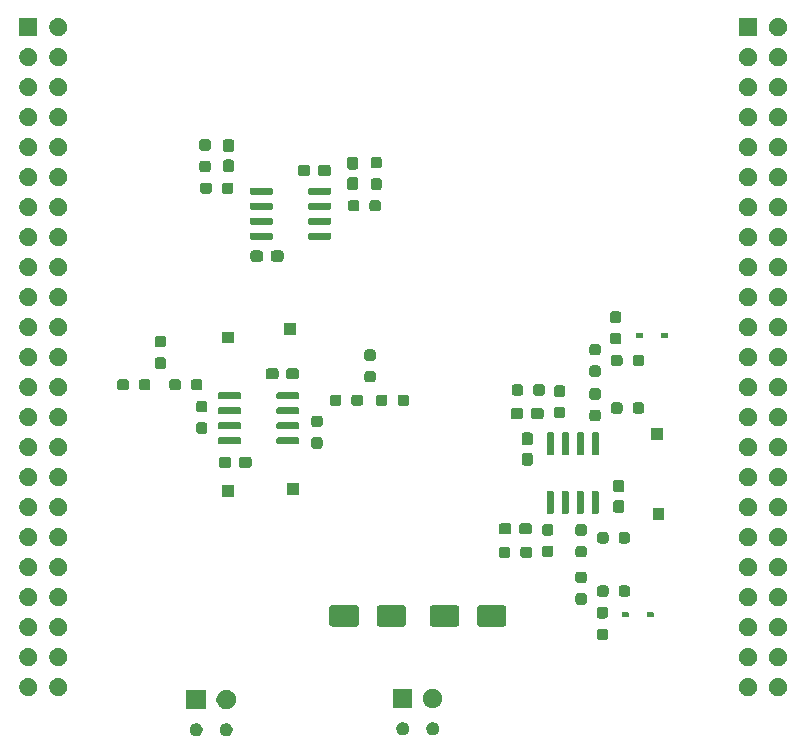
<source format=gts>
%TF.GenerationSoftware,KiCad,Pcbnew,9.0.7-9.0.7~ubuntu24.04.1*%
%TF.CreationDate,2026-01-13T16:36:12+01:00*%
%TF.ProjectId,analogIO,616e616c-6f67-4494-9f2e-6b696361645f,1.0*%
%TF.SameCoordinates,Original*%
%TF.FileFunction,Soldermask,Top*%
%TF.FilePolarity,Negative*%
%FSLAX46Y46*%
G04 Gerber Fmt 4.6, Leading zero omitted, Abs format (unit mm)*
G04 Created by KiCad (PCBNEW 9.0.7-9.0.7~ubuntu24.04.1) date 2026-01-13 16:36:12*
%MOMM*%
%LPD*%
G01*
G04 APERTURE LIST*
G04 APERTURE END LIST*
G36*
X133690476Y-111531866D02*
G01*
X133814819Y-111603656D01*
X133916344Y-111705181D01*
X133988134Y-111829524D01*
X134025295Y-111968211D01*
X134025295Y-112111789D01*
X133988134Y-112250476D01*
X133916344Y-112374819D01*
X133814819Y-112476344D01*
X133690476Y-112548134D01*
X133551789Y-112585295D01*
X133408211Y-112585295D01*
X133269524Y-112548134D01*
X133145181Y-112476344D01*
X133043656Y-112374819D01*
X132971866Y-112250476D01*
X132934705Y-112111789D01*
X132934705Y-111968211D01*
X132971866Y-111829524D01*
X133043656Y-111705181D01*
X133145181Y-111603656D01*
X133269524Y-111531866D01*
X133408211Y-111494705D01*
X133551789Y-111494705D01*
X133690476Y-111531866D01*
G37*
G36*
X136230476Y-111531866D02*
G01*
X136354819Y-111603656D01*
X136456344Y-111705181D01*
X136528134Y-111829524D01*
X136565295Y-111968211D01*
X136565295Y-112111789D01*
X136528134Y-112250476D01*
X136456344Y-112374819D01*
X136354819Y-112476344D01*
X136230476Y-112548134D01*
X136091789Y-112585295D01*
X135948211Y-112585295D01*
X135809524Y-112548134D01*
X135685181Y-112476344D01*
X135583656Y-112374819D01*
X135511866Y-112250476D01*
X135474705Y-112111789D01*
X135474705Y-111968211D01*
X135511866Y-111829524D01*
X135583656Y-111705181D01*
X135685181Y-111603656D01*
X135809524Y-111531866D01*
X135948211Y-111494705D01*
X136091789Y-111494705D01*
X136230476Y-111531866D01*
G37*
G36*
X151170476Y-111446866D02*
G01*
X151294819Y-111518656D01*
X151396344Y-111620181D01*
X151468134Y-111744524D01*
X151505295Y-111883211D01*
X151505295Y-112026789D01*
X151468134Y-112165476D01*
X151396344Y-112289819D01*
X151294819Y-112391344D01*
X151170476Y-112463134D01*
X151031789Y-112500295D01*
X150888211Y-112500295D01*
X150749524Y-112463134D01*
X150625181Y-112391344D01*
X150523656Y-112289819D01*
X150451866Y-112165476D01*
X150414705Y-112026789D01*
X150414705Y-111883211D01*
X150451866Y-111744524D01*
X150523656Y-111620181D01*
X150625181Y-111518656D01*
X150749524Y-111446866D01*
X150888211Y-111409705D01*
X151031789Y-111409705D01*
X151170476Y-111446866D01*
G37*
G36*
X153710476Y-111446866D02*
G01*
X153834819Y-111518656D01*
X153936344Y-111620181D01*
X154008134Y-111744524D01*
X154045295Y-111883211D01*
X154045295Y-112026789D01*
X154008134Y-112165476D01*
X153936344Y-112289819D01*
X153834819Y-112391344D01*
X153710476Y-112463134D01*
X153571789Y-112500295D01*
X153428211Y-112500295D01*
X153289524Y-112463134D01*
X153165181Y-112391344D01*
X153063656Y-112289819D01*
X152991866Y-112165476D01*
X152954705Y-112026789D01*
X152954705Y-111883211D01*
X152991866Y-111744524D01*
X153063656Y-111620181D01*
X153165181Y-111518656D01*
X153289524Y-111446866D01*
X153428211Y-111409705D01*
X153571789Y-111409705D01*
X153710476Y-111446866D01*
G37*
G36*
X134305000Y-110325000D02*
G01*
X132655000Y-110325000D01*
X132655000Y-108675000D01*
X134305000Y-108675000D01*
X134305000Y-110325000D01*
G37*
G36*
X136259485Y-108710524D02*
G01*
X136408902Y-108772415D01*
X136543374Y-108862266D01*
X136657734Y-108976626D01*
X136747585Y-109111098D01*
X136809476Y-109260515D01*
X136841027Y-109419136D01*
X136841027Y-109580864D01*
X136809476Y-109739485D01*
X136747585Y-109888902D01*
X136657734Y-110023374D01*
X136543374Y-110137734D01*
X136408902Y-110227585D01*
X136259485Y-110289476D01*
X136100864Y-110321027D01*
X135939136Y-110321027D01*
X135780515Y-110289476D01*
X135631098Y-110227585D01*
X135496626Y-110137734D01*
X135382266Y-110023374D01*
X135292415Y-109888902D01*
X135230524Y-109739485D01*
X135198973Y-109580864D01*
X135198973Y-109419136D01*
X135230524Y-109260515D01*
X135292415Y-109111098D01*
X135382266Y-108976626D01*
X135496626Y-108862266D01*
X135631098Y-108772415D01*
X135780515Y-108710524D01*
X135939136Y-108678973D01*
X136100864Y-108678973D01*
X136259485Y-108710524D01*
G37*
G36*
X151785000Y-110240000D02*
G01*
X150135000Y-110240000D01*
X150135000Y-108590000D01*
X151785000Y-108590000D01*
X151785000Y-110240000D01*
G37*
G36*
X153739485Y-108625524D02*
G01*
X153888902Y-108687415D01*
X154023374Y-108777266D01*
X154137734Y-108891626D01*
X154227585Y-109026098D01*
X154289476Y-109175515D01*
X154321027Y-109334136D01*
X154321027Y-109495864D01*
X154289476Y-109654485D01*
X154227585Y-109803902D01*
X154137734Y-109938374D01*
X154023374Y-110052734D01*
X153888902Y-110142585D01*
X153739485Y-110204476D01*
X153580864Y-110236027D01*
X153419136Y-110236027D01*
X153260515Y-110204476D01*
X153111098Y-110142585D01*
X152976626Y-110052734D01*
X152862266Y-109938374D01*
X152772415Y-109803902D01*
X152710524Y-109654485D01*
X152678973Y-109495864D01*
X152678973Y-109334136D01*
X152710524Y-109175515D01*
X152772415Y-109026098D01*
X152862266Y-108891626D01*
X152976626Y-108777266D01*
X153111098Y-108687415D01*
X153260515Y-108625524D01*
X153419136Y-108593973D01*
X153580864Y-108593973D01*
X153739485Y-108625524D01*
G37*
G36*
X119482068Y-107707941D02*
G01*
X119620619Y-107765330D01*
X119745311Y-107848647D01*
X119851353Y-107954689D01*
X119934670Y-108079381D01*
X119992059Y-108217932D01*
X120021316Y-108365017D01*
X120021316Y-108514983D01*
X119992059Y-108662068D01*
X119934670Y-108800619D01*
X119851353Y-108925311D01*
X119745311Y-109031353D01*
X119620619Y-109114670D01*
X119482068Y-109172059D01*
X119334983Y-109201316D01*
X119185017Y-109201316D01*
X119037932Y-109172059D01*
X118899381Y-109114670D01*
X118774689Y-109031353D01*
X118668647Y-108925311D01*
X118585330Y-108800619D01*
X118527941Y-108662068D01*
X118498684Y-108514983D01*
X118498684Y-108365017D01*
X118527941Y-108217932D01*
X118585330Y-108079381D01*
X118668647Y-107954689D01*
X118774689Y-107848647D01*
X118899381Y-107765330D01*
X119037932Y-107707941D01*
X119185017Y-107678684D01*
X119334983Y-107678684D01*
X119482068Y-107707941D01*
G37*
G36*
X122022068Y-107707941D02*
G01*
X122160619Y-107765330D01*
X122285311Y-107848647D01*
X122391353Y-107954689D01*
X122474670Y-108079381D01*
X122532059Y-108217932D01*
X122561316Y-108365017D01*
X122561316Y-108514983D01*
X122532059Y-108662068D01*
X122474670Y-108800619D01*
X122391353Y-108925311D01*
X122285311Y-109031353D01*
X122160619Y-109114670D01*
X122022068Y-109172059D01*
X121874983Y-109201316D01*
X121725017Y-109201316D01*
X121577932Y-109172059D01*
X121439381Y-109114670D01*
X121314689Y-109031353D01*
X121208647Y-108925311D01*
X121125330Y-108800619D01*
X121067941Y-108662068D01*
X121038684Y-108514983D01*
X121038684Y-108365017D01*
X121067941Y-108217932D01*
X121125330Y-108079381D01*
X121208647Y-107954689D01*
X121314689Y-107848647D01*
X121439381Y-107765330D01*
X121577932Y-107707941D01*
X121725017Y-107678684D01*
X121874983Y-107678684D01*
X122022068Y-107707941D01*
G37*
G36*
X180422068Y-107707941D02*
G01*
X180560619Y-107765330D01*
X180685311Y-107848647D01*
X180791353Y-107954689D01*
X180874670Y-108079381D01*
X180932059Y-108217932D01*
X180961316Y-108365017D01*
X180961316Y-108514983D01*
X180932059Y-108662068D01*
X180874670Y-108800619D01*
X180791353Y-108925311D01*
X180685311Y-109031353D01*
X180560619Y-109114670D01*
X180422068Y-109172059D01*
X180274983Y-109201316D01*
X180125017Y-109201316D01*
X179977932Y-109172059D01*
X179839381Y-109114670D01*
X179714689Y-109031353D01*
X179608647Y-108925311D01*
X179525330Y-108800619D01*
X179467941Y-108662068D01*
X179438684Y-108514983D01*
X179438684Y-108365017D01*
X179467941Y-108217932D01*
X179525330Y-108079381D01*
X179608647Y-107954689D01*
X179714689Y-107848647D01*
X179839381Y-107765330D01*
X179977932Y-107707941D01*
X180125017Y-107678684D01*
X180274983Y-107678684D01*
X180422068Y-107707941D01*
G37*
G36*
X182962068Y-107707941D02*
G01*
X183100619Y-107765330D01*
X183225311Y-107848647D01*
X183331353Y-107954689D01*
X183414670Y-108079381D01*
X183472059Y-108217932D01*
X183501316Y-108365017D01*
X183501316Y-108514983D01*
X183472059Y-108662068D01*
X183414670Y-108800619D01*
X183331353Y-108925311D01*
X183225311Y-109031353D01*
X183100619Y-109114670D01*
X182962068Y-109172059D01*
X182814983Y-109201316D01*
X182665017Y-109201316D01*
X182517932Y-109172059D01*
X182379381Y-109114670D01*
X182254689Y-109031353D01*
X182148647Y-108925311D01*
X182065330Y-108800619D01*
X182007941Y-108662068D01*
X181978684Y-108514983D01*
X181978684Y-108365017D01*
X182007941Y-108217932D01*
X182065330Y-108079381D01*
X182148647Y-107954689D01*
X182254689Y-107848647D01*
X182379381Y-107765330D01*
X182517932Y-107707941D01*
X182665017Y-107678684D01*
X182814983Y-107678684D01*
X182962068Y-107707941D01*
G37*
G36*
X119482068Y-105167941D02*
G01*
X119620619Y-105225330D01*
X119745311Y-105308647D01*
X119851353Y-105414689D01*
X119934670Y-105539381D01*
X119992059Y-105677932D01*
X120021316Y-105825017D01*
X120021316Y-105974983D01*
X119992059Y-106122068D01*
X119934670Y-106260619D01*
X119851353Y-106385311D01*
X119745311Y-106491353D01*
X119620619Y-106574670D01*
X119482068Y-106632059D01*
X119334983Y-106661316D01*
X119185017Y-106661316D01*
X119037932Y-106632059D01*
X118899381Y-106574670D01*
X118774689Y-106491353D01*
X118668647Y-106385311D01*
X118585330Y-106260619D01*
X118527941Y-106122068D01*
X118498684Y-105974983D01*
X118498684Y-105825017D01*
X118527941Y-105677932D01*
X118585330Y-105539381D01*
X118668647Y-105414689D01*
X118774689Y-105308647D01*
X118899381Y-105225330D01*
X119037932Y-105167941D01*
X119185017Y-105138684D01*
X119334983Y-105138684D01*
X119482068Y-105167941D01*
G37*
G36*
X122022068Y-105167941D02*
G01*
X122160619Y-105225330D01*
X122285311Y-105308647D01*
X122391353Y-105414689D01*
X122474670Y-105539381D01*
X122532059Y-105677932D01*
X122561316Y-105825017D01*
X122561316Y-105974983D01*
X122532059Y-106122068D01*
X122474670Y-106260619D01*
X122391353Y-106385311D01*
X122285311Y-106491353D01*
X122160619Y-106574670D01*
X122022068Y-106632059D01*
X121874983Y-106661316D01*
X121725017Y-106661316D01*
X121577932Y-106632059D01*
X121439381Y-106574670D01*
X121314689Y-106491353D01*
X121208647Y-106385311D01*
X121125330Y-106260619D01*
X121067941Y-106122068D01*
X121038684Y-105974983D01*
X121038684Y-105825017D01*
X121067941Y-105677932D01*
X121125330Y-105539381D01*
X121208647Y-105414689D01*
X121314689Y-105308647D01*
X121439381Y-105225330D01*
X121577932Y-105167941D01*
X121725017Y-105138684D01*
X121874983Y-105138684D01*
X122022068Y-105167941D01*
G37*
G36*
X180422068Y-105167941D02*
G01*
X180560619Y-105225330D01*
X180685311Y-105308647D01*
X180791353Y-105414689D01*
X180874670Y-105539381D01*
X180932059Y-105677932D01*
X180961316Y-105825017D01*
X180961316Y-105974983D01*
X180932059Y-106122068D01*
X180874670Y-106260619D01*
X180791353Y-106385311D01*
X180685311Y-106491353D01*
X180560619Y-106574670D01*
X180422068Y-106632059D01*
X180274983Y-106661316D01*
X180125017Y-106661316D01*
X179977932Y-106632059D01*
X179839381Y-106574670D01*
X179714689Y-106491353D01*
X179608647Y-106385311D01*
X179525330Y-106260619D01*
X179467941Y-106122068D01*
X179438684Y-105974983D01*
X179438684Y-105825017D01*
X179467941Y-105677932D01*
X179525330Y-105539381D01*
X179608647Y-105414689D01*
X179714689Y-105308647D01*
X179839381Y-105225330D01*
X179977932Y-105167941D01*
X180125017Y-105138684D01*
X180274983Y-105138684D01*
X180422068Y-105167941D01*
G37*
G36*
X182962068Y-105167941D02*
G01*
X183100619Y-105225330D01*
X183225311Y-105308647D01*
X183331353Y-105414689D01*
X183414670Y-105539381D01*
X183472059Y-105677932D01*
X183501316Y-105825017D01*
X183501316Y-105974983D01*
X183472059Y-106122068D01*
X183414670Y-106260619D01*
X183331353Y-106385311D01*
X183225311Y-106491353D01*
X183100619Y-106574670D01*
X182962068Y-106632059D01*
X182814983Y-106661316D01*
X182665017Y-106661316D01*
X182517932Y-106632059D01*
X182379381Y-106574670D01*
X182254689Y-106491353D01*
X182148647Y-106385311D01*
X182065330Y-106260619D01*
X182007941Y-106122068D01*
X181978684Y-105974983D01*
X181978684Y-105825017D01*
X182007941Y-105677932D01*
X182065330Y-105539381D01*
X182148647Y-105414689D01*
X182254689Y-105308647D01*
X182379381Y-105225330D01*
X182517932Y-105167941D01*
X182665017Y-105138684D01*
X182814983Y-105138684D01*
X182962068Y-105167941D01*
G37*
G36*
X168105730Y-103484392D02*
G01*
X168155412Y-103490156D01*
X168172389Y-103497652D01*
X168193387Y-103501829D01*
X168215867Y-103516849D01*
X168236326Y-103525883D01*
X168250298Y-103539855D01*
X168270438Y-103553312D01*
X168283894Y-103573451D01*
X168297866Y-103587423D01*
X168306899Y-103607880D01*
X168321921Y-103630363D01*
X168326098Y-103651361D01*
X168333592Y-103668334D01*
X168339353Y-103717997D01*
X168340000Y-103721250D01*
X168340000Y-104221250D01*
X168339354Y-104224492D01*
X168333593Y-104274162D01*
X168326098Y-104291135D01*
X168321921Y-104312137D01*
X168306897Y-104334621D01*
X168297866Y-104355076D01*
X168283896Y-104369045D01*
X168270438Y-104389188D01*
X168250295Y-104402646D01*
X168236326Y-104416616D01*
X168215871Y-104425647D01*
X168193387Y-104440671D01*
X168172386Y-104444848D01*
X168155415Y-104452342D01*
X168105753Y-104458102D01*
X168102500Y-104458750D01*
X167627500Y-104458750D01*
X167624258Y-104458105D01*
X167574587Y-104452343D01*
X167557613Y-104444848D01*
X167536613Y-104440671D01*
X167514130Y-104425648D01*
X167493673Y-104416616D01*
X167479701Y-104402644D01*
X167459562Y-104389188D01*
X167446105Y-104369048D01*
X167432133Y-104355076D01*
X167423099Y-104334616D01*
X167408079Y-104312137D01*
X167403902Y-104291140D01*
X167396407Y-104274165D01*
X167390644Y-104224491D01*
X167390000Y-104221250D01*
X167390000Y-103721250D01*
X167390642Y-103718020D01*
X167396406Y-103668337D01*
X167403902Y-103651358D01*
X167408079Y-103630363D01*
X167423098Y-103607884D01*
X167432133Y-103587423D01*
X167446107Y-103573448D01*
X167459562Y-103553312D01*
X167479698Y-103539857D01*
X167493673Y-103525883D01*
X167514135Y-103516848D01*
X167536613Y-103501829D01*
X167557607Y-103497652D01*
X167574584Y-103490157D01*
X167624259Y-103484394D01*
X167627500Y-103483750D01*
X168102500Y-103483750D01*
X168105730Y-103484392D01*
G37*
G36*
X119482068Y-102627941D02*
G01*
X119620619Y-102685330D01*
X119745311Y-102768647D01*
X119851353Y-102874689D01*
X119934670Y-102999381D01*
X119992059Y-103137932D01*
X120021316Y-103285017D01*
X120021316Y-103434983D01*
X119992059Y-103582068D01*
X119934670Y-103720619D01*
X119851353Y-103845311D01*
X119745311Y-103951353D01*
X119620619Y-104034670D01*
X119482068Y-104092059D01*
X119334983Y-104121316D01*
X119185017Y-104121316D01*
X119037932Y-104092059D01*
X118899381Y-104034670D01*
X118774689Y-103951353D01*
X118668647Y-103845311D01*
X118585330Y-103720619D01*
X118527941Y-103582068D01*
X118498684Y-103434983D01*
X118498684Y-103285017D01*
X118527941Y-103137932D01*
X118585330Y-102999381D01*
X118668647Y-102874689D01*
X118774689Y-102768647D01*
X118899381Y-102685330D01*
X119037932Y-102627941D01*
X119185017Y-102598684D01*
X119334983Y-102598684D01*
X119482068Y-102627941D01*
G37*
G36*
X122022068Y-102627941D02*
G01*
X122160619Y-102685330D01*
X122285311Y-102768647D01*
X122391353Y-102874689D01*
X122474670Y-102999381D01*
X122532059Y-103137932D01*
X122561316Y-103285017D01*
X122561316Y-103434983D01*
X122532059Y-103582068D01*
X122474670Y-103720619D01*
X122391353Y-103845311D01*
X122285311Y-103951353D01*
X122160619Y-104034670D01*
X122022068Y-104092059D01*
X121874983Y-104121316D01*
X121725017Y-104121316D01*
X121577932Y-104092059D01*
X121439381Y-104034670D01*
X121314689Y-103951353D01*
X121208647Y-103845311D01*
X121125330Y-103720619D01*
X121067941Y-103582068D01*
X121038684Y-103434983D01*
X121038684Y-103285017D01*
X121067941Y-103137932D01*
X121125330Y-102999381D01*
X121208647Y-102874689D01*
X121314689Y-102768647D01*
X121439381Y-102685330D01*
X121577932Y-102627941D01*
X121725017Y-102598684D01*
X121874983Y-102598684D01*
X122022068Y-102627941D01*
G37*
G36*
X180422068Y-102627941D02*
G01*
X180560619Y-102685330D01*
X180685311Y-102768647D01*
X180791353Y-102874689D01*
X180874670Y-102999381D01*
X180932059Y-103137932D01*
X180961316Y-103285017D01*
X180961316Y-103434983D01*
X180932059Y-103582068D01*
X180874670Y-103720619D01*
X180791353Y-103845311D01*
X180685311Y-103951353D01*
X180560619Y-104034670D01*
X180422068Y-104092059D01*
X180274983Y-104121316D01*
X180125017Y-104121316D01*
X179977932Y-104092059D01*
X179839381Y-104034670D01*
X179714689Y-103951353D01*
X179608647Y-103845311D01*
X179525330Y-103720619D01*
X179467941Y-103582068D01*
X179438684Y-103434983D01*
X179438684Y-103285017D01*
X179467941Y-103137932D01*
X179525330Y-102999381D01*
X179608647Y-102874689D01*
X179714689Y-102768647D01*
X179839381Y-102685330D01*
X179977932Y-102627941D01*
X180125017Y-102598684D01*
X180274983Y-102598684D01*
X180422068Y-102627941D01*
G37*
G36*
X182962068Y-102627941D02*
G01*
X183100619Y-102685330D01*
X183225311Y-102768647D01*
X183331353Y-102874689D01*
X183414670Y-102999381D01*
X183472059Y-103137932D01*
X183501316Y-103285017D01*
X183501316Y-103434983D01*
X183472059Y-103582068D01*
X183414670Y-103720619D01*
X183331353Y-103845311D01*
X183225311Y-103951353D01*
X183100619Y-104034670D01*
X182962068Y-104092059D01*
X182814983Y-104121316D01*
X182665017Y-104121316D01*
X182517932Y-104092059D01*
X182379381Y-104034670D01*
X182254689Y-103951353D01*
X182148647Y-103845311D01*
X182065330Y-103720619D01*
X182007941Y-103582068D01*
X181978684Y-103434983D01*
X181978684Y-103285017D01*
X182007941Y-103137932D01*
X182065330Y-102999381D01*
X182148647Y-102874689D01*
X182254689Y-102768647D01*
X182379381Y-102685330D01*
X182517932Y-102627941D01*
X182665017Y-102598684D01*
X182814983Y-102598684D01*
X182962068Y-102627941D01*
G37*
G36*
X147003231Y-101515642D02*
G01*
X147055772Y-101521738D01*
X147073723Y-101529664D01*
X147095671Y-101534030D01*
X147119166Y-101549729D01*
X147140890Y-101559321D01*
X147155726Y-101574157D01*
X147176777Y-101588223D01*
X147190842Y-101609273D01*
X147205678Y-101624109D01*
X147215269Y-101645830D01*
X147230970Y-101669329D01*
X147235335Y-101691277D01*
X147243260Y-101709224D01*
X147249352Y-101761747D01*
X147250000Y-101765000D01*
X147250000Y-103065000D01*
X147249354Y-103068243D01*
X147243261Y-103120772D01*
X147235336Y-103138719D01*
X147230970Y-103160671D01*
X147215267Y-103184171D01*
X147205678Y-103205890D01*
X147190844Y-103220723D01*
X147176777Y-103241777D01*
X147155723Y-103255844D01*
X147140890Y-103270678D01*
X147119170Y-103280267D01*
X147095671Y-103295970D01*
X147073720Y-103300336D01*
X147055775Y-103308260D01*
X147003254Y-103314352D01*
X147000000Y-103315000D01*
X145000000Y-103315000D01*
X144996758Y-103314355D01*
X144944227Y-103308261D01*
X144926278Y-103300335D01*
X144904329Y-103295970D01*
X144880830Y-103280268D01*
X144859109Y-103270678D01*
X144844273Y-103255842D01*
X144823223Y-103241777D01*
X144809157Y-103220726D01*
X144794321Y-103205890D01*
X144784729Y-103184166D01*
X144769030Y-103160671D01*
X144764664Y-103138724D01*
X144756739Y-103120775D01*
X144750644Y-103068242D01*
X144750000Y-103065000D01*
X144750000Y-101765000D01*
X144750642Y-101761770D01*
X144756738Y-101709227D01*
X144764664Y-101691274D01*
X144769030Y-101669329D01*
X144784728Y-101645835D01*
X144794321Y-101624109D01*
X144809159Y-101609270D01*
X144823223Y-101588223D01*
X144844270Y-101574159D01*
X144859109Y-101559321D01*
X144880835Y-101549727D01*
X144904329Y-101534030D01*
X144926273Y-101529665D01*
X144944224Y-101521739D01*
X144996759Y-101515644D01*
X145000000Y-101515000D01*
X147000000Y-101515000D01*
X147003231Y-101515642D01*
G37*
G36*
X151003231Y-101515642D02*
G01*
X151055772Y-101521738D01*
X151073723Y-101529664D01*
X151095671Y-101534030D01*
X151119166Y-101549729D01*
X151140890Y-101559321D01*
X151155726Y-101574157D01*
X151176777Y-101588223D01*
X151190842Y-101609273D01*
X151205678Y-101624109D01*
X151215269Y-101645830D01*
X151230970Y-101669329D01*
X151235335Y-101691277D01*
X151243260Y-101709224D01*
X151249352Y-101761747D01*
X151250000Y-101765000D01*
X151250000Y-103065000D01*
X151249354Y-103068243D01*
X151243261Y-103120772D01*
X151235336Y-103138719D01*
X151230970Y-103160671D01*
X151215267Y-103184171D01*
X151205678Y-103205890D01*
X151190844Y-103220723D01*
X151176777Y-103241777D01*
X151155723Y-103255844D01*
X151140890Y-103270678D01*
X151119170Y-103280267D01*
X151095671Y-103295970D01*
X151073720Y-103300336D01*
X151055775Y-103308260D01*
X151003254Y-103314352D01*
X151000000Y-103315000D01*
X149000000Y-103315000D01*
X148996758Y-103314355D01*
X148944227Y-103308261D01*
X148926278Y-103300335D01*
X148904329Y-103295970D01*
X148880830Y-103280268D01*
X148859109Y-103270678D01*
X148844273Y-103255842D01*
X148823223Y-103241777D01*
X148809157Y-103220726D01*
X148794321Y-103205890D01*
X148784729Y-103184166D01*
X148769030Y-103160671D01*
X148764664Y-103138724D01*
X148756739Y-103120775D01*
X148750644Y-103068242D01*
X148750000Y-103065000D01*
X148750000Y-101765000D01*
X148750642Y-101761770D01*
X148756738Y-101709227D01*
X148764664Y-101691274D01*
X148769030Y-101669329D01*
X148784728Y-101645835D01*
X148794321Y-101624109D01*
X148809159Y-101609270D01*
X148823223Y-101588223D01*
X148844270Y-101574159D01*
X148859109Y-101559321D01*
X148880835Y-101549727D01*
X148904329Y-101534030D01*
X148926273Y-101529665D01*
X148944224Y-101521739D01*
X148996759Y-101515644D01*
X149000000Y-101515000D01*
X151000000Y-101515000D01*
X151003231Y-101515642D01*
G37*
G36*
X155503231Y-101515642D02*
G01*
X155555772Y-101521738D01*
X155573723Y-101529664D01*
X155595671Y-101534030D01*
X155619166Y-101549729D01*
X155640890Y-101559321D01*
X155655726Y-101574157D01*
X155676777Y-101588223D01*
X155690842Y-101609273D01*
X155705678Y-101624109D01*
X155715269Y-101645830D01*
X155730970Y-101669329D01*
X155735335Y-101691277D01*
X155743260Y-101709224D01*
X155749352Y-101761747D01*
X155750000Y-101765000D01*
X155750000Y-103065000D01*
X155749354Y-103068243D01*
X155743261Y-103120772D01*
X155735336Y-103138719D01*
X155730970Y-103160671D01*
X155715267Y-103184171D01*
X155705678Y-103205890D01*
X155690844Y-103220723D01*
X155676777Y-103241777D01*
X155655723Y-103255844D01*
X155640890Y-103270678D01*
X155619170Y-103280267D01*
X155595671Y-103295970D01*
X155573720Y-103300336D01*
X155555775Y-103308260D01*
X155503254Y-103314352D01*
X155500000Y-103315000D01*
X153500000Y-103315000D01*
X153496758Y-103314355D01*
X153444227Y-103308261D01*
X153426278Y-103300335D01*
X153404329Y-103295970D01*
X153380830Y-103280268D01*
X153359109Y-103270678D01*
X153344273Y-103255842D01*
X153323223Y-103241777D01*
X153309157Y-103220726D01*
X153294321Y-103205890D01*
X153284729Y-103184166D01*
X153269030Y-103160671D01*
X153264664Y-103138724D01*
X153256739Y-103120775D01*
X153250644Y-103068242D01*
X153250000Y-103065000D01*
X153250000Y-101765000D01*
X153250642Y-101761770D01*
X153256738Y-101709227D01*
X153264664Y-101691274D01*
X153269030Y-101669329D01*
X153284728Y-101645835D01*
X153294321Y-101624109D01*
X153309159Y-101609270D01*
X153323223Y-101588223D01*
X153344270Y-101574159D01*
X153359109Y-101559321D01*
X153380835Y-101549727D01*
X153404329Y-101534030D01*
X153426273Y-101529665D01*
X153444224Y-101521739D01*
X153496759Y-101515644D01*
X153500000Y-101515000D01*
X155500000Y-101515000D01*
X155503231Y-101515642D01*
G37*
G36*
X159503231Y-101515642D02*
G01*
X159555772Y-101521738D01*
X159573723Y-101529664D01*
X159595671Y-101534030D01*
X159619166Y-101549729D01*
X159640890Y-101559321D01*
X159655726Y-101574157D01*
X159676777Y-101588223D01*
X159690842Y-101609273D01*
X159705678Y-101624109D01*
X159715269Y-101645830D01*
X159730970Y-101669329D01*
X159735335Y-101691277D01*
X159743260Y-101709224D01*
X159749352Y-101761747D01*
X159750000Y-101765000D01*
X159750000Y-103065000D01*
X159749354Y-103068243D01*
X159743261Y-103120772D01*
X159735336Y-103138719D01*
X159730970Y-103160671D01*
X159715267Y-103184171D01*
X159705678Y-103205890D01*
X159690844Y-103220723D01*
X159676777Y-103241777D01*
X159655723Y-103255844D01*
X159640890Y-103270678D01*
X159619170Y-103280267D01*
X159595671Y-103295970D01*
X159573720Y-103300336D01*
X159555775Y-103308260D01*
X159503254Y-103314352D01*
X159500000Y-103315000D01*
X157500000Y-103315000D01*
X157496758Y-103314355D01*
X157444227Y-103308261D01*
X157426278Y-103300335D01*
X157404329Y-103295970D01*
X157380830Y-103280268D01*
X157359109Y-103270678D01*
X157344273Y-103255842D01*
X157323223Y-103241777D01*
X157309157Y-103220726D01*
X157294321Y-103205890D01*
X157284729Y-103184166D01*
X157269030Y-103160671D01*
X157264664Y-103138724D01*
X157256739Y-103120775D01*
X157250644Y-103068242D01*
X157250000Y-103065000D01*
X157250000Y-101765000D01*
X157250642Y-101761770D01*
X157256738Y-101709227D01*
X157264664Y-101691274D01*
X157269030Y-101669329D01*
X157284728Y-101645835D01*
X157294321Y-101624109D01*
X157309159Y-101609270D01*
X157323223Y-101588223D01*
X157344270Y-101574159D01*
X157359109Y-101559321D01*
X157380835Y-101549727D01*
X157404329Y-101534030D01*
X157426273Y-101529665D01*
X157444224Y-101521739D01*
X157496759Y-101515644D01*
X157500000Y-101515000D01*
X159500000Y-101515000D01*
X159503231Y-101515642D01*
G37*
G36*
X168105730Y-101659392D02*
G01*
X168155412Y-101665156D01*
X168172389Y-101672652D01*
X168193387Y-101676829D01*
X168215867Y-101691849D01*
X168236326Y-101700883D01*
X168250298Y-101714855D01*
X168270438Y-101728312D01*
X168283894Y-101748451D01*
X168297866Y-101762423D01*
X168306899Y-101782880D01*
X168321921Y-101805363D01*
X168326098Y-101826361D01*
X168333592Y-101843334D01*
X168339353Y-101892997D01*
X168340000Y-101896250D01*
X168340000Y-102396250D01*
X168339354Y-102399492D01*
X168333593Y-102449162D01*
X168326098Y-102466135D01*
X168321921Y-102487137D01*
X168306897Y-102509621D01*
X168297866Y-102530076D01*
X168283896Y-102544045D01*
X168270438Y-102564188D01*
X168250295Y-102577646D01*
X168236326Y-102591616D01*
X168215871Y-102600647D01*
X168193387Y-102615671D01*
X168172386Y-102619848D01*
X168155415Y-102627342D01*
X168105753Y-102633102D01*
X168102500Y-102633750D01*
X167627500Y-102633750D01*
X167624258Y-102633105D01*
X167574587Y-102627343D01*
X167557613Y-102619848D01*
X167536613Y-102615671D01*
X167514130Y-102600648D01*
X167493673Y-102591616D01*
X167479701Y-102577644D01*
X167459562Y-102564188D01*
X167446105Y-102544048D01*
X167432133Y-102530076D01*
X167423099Y-102509616D01*
X167408079Y-102487137D01*
X167403902Y-102466140D01*
X167396407Y-102449165D01*
X167390644Y-102399491D01*
X167390000Y-102396250D01*
X167390000Y-101896250D01*
X167390642Y-101893020D01*
X167396406Y-101843337D01*
X167403902Y-101826358D01*
X167408079Y-101805363D01*
X167423098Y-101782884D01*
X167432133Y-101762423D01*
X167446107Y-101748448D01*
X167459562Y-101728312D01*
X167479698Y-101714857D01*
X167493673Y-101700883D01*
X167514135Y-101691848D01*
X167536613Y-101676829D01*
X167557607Y-101672652D01*
X167574584Y-101665157D01*
X167624259Y-101659394D01*
X167627500Y-101658750D01*
X168102500Y-101658750D01*
X168105730Y-101659392D01*
G37*
G36*
X170045552Y-102092314D02*
G01*
X170082050Y-102116700D01*
X170106436Y-102153198D01*
X170115000Y-102196250D01*
X170115000Y-102421250D01*
X170106436Y-102464302D01*
X170082050Y-102500800D01*
X170045552Y-102525186D01*
X170002500Y-102533750D01*
X169627500Y-102533750D01*
X169584448Y-102525186D01*
X169547950Y-102500800D01*
X169523564Y-102464302D01*
X169515000Y-102421250D01*
X169515000Y-102196250D01*
X169523564Y-102153198D01*
X169547950Y-102116700D01*
X169584448Y-102092314D01*
X169627500Y-102083750D01*
X170002500Y-102083750D01*
X170045552Y-102092314D01*
G37*
G36*
X172145552Y-102092314D02*
G01*
X172182050Y-102116700D01*
X172206436Y-102153198D01*
X172215000Y-102196250D01*
X172215000Y-102421250D01*
X172206436Y-102464302D01*
X172182050Y-102500800D01*
X172145552Y-102525186D01*
X172102500Y-102533750D01*
X171727500Y-102533750D01*
X171684448Y-102525186D01*
X171647950Y-102500800D01*
X171623564Y-102464302D01*
X171615000Y-102421250D01*
X171615000Y-102196250D01*
X171623564Y-102153198D01*
X171647950Y-102116700D01*
X171684448Y-102092314D01*
X171727500Y-102083750D01*
X172102500Y-102083750D01*
X172145552Y-102092314D01*
G37*
G36*
X119482068Y-100087941D02*
G01*
X119620619Y-100145330D01*
X119745311Y-100228647D01*
X119851353Y-100334689D01*
X119934670Y-100459381D01*
X119992059Y-100597932D01*
X120021316Y-100745017D01*
X120021316Y-100894983D01*
X119992059Y-101042068D01*
X119934670Y-101180619D01*
X119851353Y-101305311D01*
X119745311Y-101411353D01*
X119620619Y-101494670D01*
X119482068Y-101552059D01*
X119334983Y-101581316D01*
X119185017Y-101581316D01*
X119037932Y-101552059D01*
X118899381Y-101494670D01*
X118774689Y-101411353D01*
X118668647Y-101305311D01*
X118585330Y-101180619D01*
X118527941Y-101042068D01*
X118498684Y-100894983D01*
X118498684Y-100745017D01*
X118527941Y-100597932D01*
X118585330Y-100459381D01*
X118668647Y-100334689D01*
X118774689Y-100228647D01*
X118899381Y-100145330D01*
X119037932Y-100087941D01*
X119185017Y-100058684D01*
X119334983Y-100058684D01*
X119482068Y-100087941D01*
G37*
G36*
X122022068Y-100087941D02*
G01*
X122160619Y-100145330D01*
X122285311Y-100228647D01*
X122391353Y-100334689D01*
X122474670Y-100459381D01*
X122532059Y-100597932D01*
X122561316Y-100745017D01*
X122561316Y-100894983D01*
X122532059Y-101042068D01*
X122474670Y-101180619D01*
X122391353Y-101305311D01*
X122285311Y-101411353D01*
X122160619Y-101494670D01*
X122022068Y-101552059D01*
X121874983Y-101581316D01*
X121725017Y-101581316D01*
X121577932Y-101552059D01*
X121439381Y-101494670D01*
X121314689Y-101411353D01*
X121208647Y-101305311D01*
X121125330Y-101180619D01*
X121067941Y-101042068D01*
X121038684Y-100894983D01*
X121038684Y-100745017D01*
X121067941Y-100597932D01*
X121125330Y-100459381D01*
X121208647Y-100334689D01*
X121314689Y-100228647D01*
X121439381Y-100145330D01*
X121577932Y-100087941D01*
X121725017Y-100058684D01*
X121874983Y-100058684D01*
X122022068Y-100087941D01*
G37*
G36*
X180422068Y-100087941D02*
G01*
X180560619Y-100145330D01*
X180685311Y-100228647D01*
X180791353Y-100334689D01*
X180874670Y-100459381D01*
X180932059Y-100597932D01*
X180961316Y-100745017D01*
X180961316Y-100894983D01*
X180932059Y-101042068D01*
X180874670Y-101180619D01*
X180791353Y-101305311D01*
X180685311Y-101411353D01*
X180560619Y-101494670D01*
X180422068Y-101552059D01*
X180274983Y-101581316D01*
X180125017Y-101581316D01*
X179977932Y-101552059D01*
X179839381Y-101494670D01*
X179714689Y-101411353D01*
X179608647Y-101305311D01*
X179525330Y-101180619D01*
X179467941Y-101042068D01*
X179438684Y-100894983D01*
X179438684Y-100745017D01*
X179467941Y-100597932D01*
X179525330Y-100459381D01*
X179608647Y-100334689D01*
X179714689Y-100228647D01*
X179839381Y-100145330D01*
X179977932Y-100087941D01*
X180125017Y-100058684D01*
X180274983Y-100058684D01*
X180422068Y-100087941D01*
G37*
G36*
X182962068Y-100087941D02*
G01*
X183100619Y-100145330D01*
X183225311Y-100228647D01*
X183331353Y-100334689D01*
X183414670Y-100459381D01*
X183472059Y-100597932D01*
X183501316Y-100745017D01*
X183501316Y-100894983D01*
X183472059Y-101042068D01*
X183414670Y-101180619D01*
X183331353Y-101305311D01*
X183225311Y-101411353D01*
X183100619Y-101494670D01*
X182962068Y-101552059D01*
X182814983Y-101581316D01*
X182665017Y-101581316D01*
X182517932Y-101552059D01*
X182379381Y-101494670D01*
X182254689Y-101411353D01*
X182148647Y-101305311D01*
X182065330Y-101180619D01*
X182007941Y-101042068D01*
X181978684Y-100894983D01*
X181978684Y-100745017D01*
X182007941Y-100597932D01*
X182065330Y-100459381D01*
X182148647Y-100334689D01*
X182254689Y-100228647D01*
X182379381Y-100145330D01*
X182517932Y-100087941D01*
X182665017Y-100058684D01*
X182814983Y-100058684D01*
X182962068Y-100087941D01*
G37*
G36*
X166305730Y-100484392D02*
G01*
X166355412Y-100490156D01*
X166372389Y-100497652D01*
X166393387Y-100501829D01*
X166415867Y-100516849D01*
X166436326Y-100525883D01*
X166450298Y-100539855D01*
X166470438Y-100553312D01*
X166483894Y-100573451D01*
X166497866Y-100587423D01*
X166506899Y-100607880D01*
X166521921Y-100630363D01*
X166526098Y-100651361D01*
X166533592Y-100668334D01*
X166539353Y-100717997D01*
X166540000Y-100721250D01*
X166540000Y-101221250D01*
X166539354Y-101224492D01*
X166533593Y-101274162D01*
X166526098Y-101291135D01*
X166521921Y-101312137D01*
X166506897Y-101334621D01*
X166497866Y-101355076D01*
X166483896Y-101369045D01*
X166470438Y-101389188D01*
X166450295Y-101402646D01*
X166436326Y-101416616D01*
X166415871Y-101425647D01*
X166393387Y-101440671D01*
X166372386Y-101444848D01*
X166355415Y-101452342D01*
X166305753Y-101458102D01*
X166302500Y-101458750D01*
X165827500Y-101458750D01*
X165824258Y-101458105D01*
X165774587Y-101452343D01*
X165757613Y-101444848D01*
X165736613Y-101440671D01*
X165714130Y-101425648D01*
X165693673Y-101416616D01*
X165679701Y-101402644D01*
X165659562Y-101389188D01*
X165646105Y-101369048D01*
X165632133Y-101355076D01*
X165623099Y-101334616D01*
X165608079Y-101312137D01*
X165603902Y-101291140D01*
X165596407Y-101274165D01*
X165590644Y-101224491D01*
X165590000Y-101221250D01*
X165590000Y-100721250D01*
X165590642Y-100718020D01*
X165596406Y-100668337D01*
X165603902Y-100651358D01*
X165608079Y-100630363D01*
X165623098Y-100607884D01*
X165632133Y-100587423D01*
X165646107Y-100573448D01*
X165659562Y-100553312D01*
X165679698Y-100539857D01*
X165693673Y-100525883D01*
X165714135Y-100516848D01*
X165736613Y-100501829D01*
X165757607Y-100497652D01*
X165774584Y-100490157D01*
X165824259Y-100484394D01*
X165827500Y-100483750D01*
X166302500Y-100483750D01*
X166305730Y-100484392D01*
G37*
G36*
X168155730Y-99834392D02*
G01*
X168205412Y-99840156D01*
X168222389Y-99847652D01*
X168243387Y-99851829D01*
X168265867Y-99866849D01*
X168286326Y-99875883D01*
X168300298Y-99889855D01*
X168320438Y-99903312D01*
X168333894Y-99923451D01*
X168347866Y-99937423D01*
X168356899Y-99957880D01*
X168371921Y-99980363D01*
X168376098Y-100001361D01*
X168383592Y-100018334D01*
X168389353Y-100067997D01*
X168390000Y-100071250D01*
X168390000Y-100546250D01*
X168389354Y-100549492D01*
X168383593Y-100599162D01*
X168376098Y-100616135D01*
X168371921Y-100637137D01*
X168356897Y-100659621D01*
X168347866Y-100680076D01*
X168333896Y-100694045D01*
X168320438Y-100714188D01*
X168300295Y-100727646D01*
X168286326Y-100741616D01*
X168265871Y-100750647D01*
X168243387Y-100765671D01*
X168222386Y-100769848D01*
X168205415Y-100777342D01*
X168155753Y-100783102D01*
X168152500Y-100783750D01*
X167652500Y-100783750D01*
X167649258Y-100783105D01*
X167599587Y-100777343D01*
X167582613Y-100769848D01*
X167561613Y-100765671D01*
X167539130Y-100750648D01*
X167518673Y-100741616D01*
X167504701Y-100727644D01*
X167484562Y-100714188D01*
X167471105Y-100694048D01*
X167457133Y-100680076D01*
X167448099Y-100659616D01*
X167433079Y-100637137D01*
X167428902Y-100616140D01*
X167421407Y-100599165D01*
X167415644Y-100549491D01*
X167415000Y-100546250D01*
X167415000Y-100071250D01*
X167415642Y-100068020D01*
X167421406Y-100018337D01*
X167428902Y-100001358D01*
X167433079Y-99980363D01*
X167448098Y-99957884D01*
X167457133Y-99937423D01*
X167471107Y-99923448D01*
X167484562Y-99903312D01*
X167504698Y-99889857D01*
X167518673Y-99875883D01*
X167539135Y-99866848D01*
X167561613Y-99851829D01*
X167582607Y-99847652D01*
X167599584Y-99840157D01*
X167649259Y-99834394D01*
X167652500Y-99833750D01*
X168152500Y-99833750D01*
X168155730Y-99834392D01*
G37*
G36*
X169980730Y-99834392D02*
G01*
X170030412Y-99840156D01*
X170047389Y-99847652D01*
X170068387Y-99851829D01*
X170090867Y-99866849D01*
X170111326Y-99875883D01*
X170125298Y-99889855D01*
X170145438Y-99903312D01*
X170158894Y-99923451D01*
X170172866Y-99937423D01*
X170181899Y-99957880D01*
X170196921Y-99980363D01*
X170201098Y-100001361D01*
X170208592Y-100018334D01*
X170214353Y-100067997D01*
X170215000Y-100071250D01*
X170215000Y-100546250D01*
X170214354Y-100549492D01*
X170208593Y-100599162D01*
X170201098Y-100616135D01*
X170196921Y-100637137D01*
X170181897Y-100659621D01*
X170172866Y-100680076D01*
X170158896Y-100694045D01*
X170145438Y-100714188D01*
X170125295Y-100727646D01*
X170111326Y-100741616D01*
X170090871Y-100750647D01*
X170068387Y-100765671D01*
X170047386Y-100769848D01*
X170030415Y-100777342D01*
X169980753Y-100783102D01*
X169977500Y-100783750D01*
X169477500Y-100783750D01*
X169474258Y-100783105D01*
X169424587Y-100777343D01*
X169407613Y-100769848D01*
X169386613Y-100765671D01*
X169364130Y-100750648D01*
X169343673Y-100741616D01*
X169329701Y-100727644D01*
X169309562Y-100714188D01*
X169296105Y-100694048D01*
X169282133Y-100680076D01*
X169273099Y-100659616D01*
X169258079Y-100637137D01*
X169253902Y-100616140D01*
X169246407Y-100599165D01*
X169240644Y-100549491D01*
X169240000Y-100546250D01*
X169240000Y-100071250D01*
X169240642Y-100068020D01*
X169246406Y-100018337D01*
X169253902Y-100001358D01*
X169258079Y-99980363D01*
X169273098Y-99957884D01*
X169282133Y-99937423D01*
X169296107Y-99923448D01*
X169309562Y-99903312D01*
X169329698Y-99889857D01*
X169343673Y-99875883D01*
X169364135Y-99866848D01*
X169386613Y-99851829D01*
X169407607Y-99847652D01*
X169424584Y-99840157D01*
X169474259Y-99834394D01*
X169477500Y-99833750D01*
X169977500Y-99833750D01*
X169980730Y-99834392D01*
G37*
G36*
X166305730Y-98659392D02*
G01*
X166355412Y-98665156D01*
X166372389Y-98672652D01*
X166393387Y-98676829D01*
X166415867Y-98691849D01*
X166436326Y-98700883D01*
X166450298Y-98714855D01*
X166470438Y-98728312D01*
X166483894Y-98748451D01*
X166497866Y-98762423D01*
X166506899Y-98782880D01*
X166521921Y-98805363D01*
X166526098Y-98826361D01*
X166533592Y-98843334D01*
X166539353Y-98892997D01*
X166540000Y-98896250D01*
X166540000Y-99396250D01*
X166539354Y-99399492D01*
X166533593Y-99449162D01*
X166526098Y-99466135D01*
X166521921Y-99487137D01*
X166506897Y-99509621D01*
X166497866Y-99530076D01*
X166483896Y-99544045D01*
X166470438Y-99564188D01*
X166450295Y-99577646D01*
X166436326Y-99591616D01*
X166415871Y-99600647D01*
X166393387Y-99615671D01*
X166372386Y-99619848D01*
X166355415Y-99627342D01*
X166305753Y-99633102D01*
X166302500Y-99633750D01*
X165827500Y-99633750D01*
X165824258Y-99633105D01*
X165774587Y-99627343D01*
X165757613Y-99619848D01*
X165736613Y-99615671D01*
X165714130Y-99600648D01*
X165693673Y-99591616D01*
X165679701Y-99577644D01*
X165659562Y-99564188D01*
X165646105Y-99544048D01*
X165632133Y-99530076D01*
X165623099Y-99509616D01*
X165608079Y-99487137D01*
X165603902Y-99466140D01*
X165596407Y-99449165D01*
X165590644Y-99399491D01*
X165590000Y-99396250D01*
X165590000Y-98896250D01*
X165590642Y-98893020D01*
X165596406Y-98843337D01*
X165603902Y-98826358D01*
X165608079Y-98805363D01*
X165623098Y-98782884D01*
X165632133Y-98762423D01*
X165646107Y-98748448D01*
X165659562Y-98728312D01*
X165679698Y-98714857D01*
X165693673Y-98700883D01*
X165714135Y-98691848D01*
X165736613Y-98676829D01*
X165757607Y-98672652D01*
X165774584Y-98665157D01*
X165824259Y-98659394D01*
X165827500Y-98658750D01*
X166302500Y-98658750D01*
X166305730Y-98659392D01*
G37*
G36*
X119482068Y-97547941D02*
G01*
X119620619Y-97605330D01*
X119745311Y-97688647D01*
X119851353Y-97794689D01*
X119934670Y-97919381D01*
X119992059Y-98057932D01*
X120021316Y-98205017D01*
X120021316Y-98354983D01*
X119992059Y-98502068D01*
X119934670Y-98640619D01*
X119851353Y-98765311D01*
X119745311Y-98871353D01*
X119620619Y-98954670D01*
X119482068Y-99012059D01*
X119334983Y-99041316D01*
X119185017Y-99041316D01*
X119037932Y-99012059D01*
X118899381Y-98954670D01*
X118774689Y-98871353D01*
X118668647Y-98765311D01*
X118585330Y-98640619D01*
X118527941Y-98502068D01*
X118498684Y-98354983D01*
X118498684Y-98205017D01*
X118527941Y-98057932D01*
X118585330Y-97919381D01*
X118668647Y-97794689D01*
X118774689Y-97688647D01*
X118899381Y-97605330D01*
X119037932Y-97547941D01*
X119185017Y-97518684D01*
X119334983Y-97518684D01*
X119482068Y-97547941D01*
G37*
G36*
X122022068Y-97547941D02*
G01*
X122160619Y-97605330D01*
X122285311Y-97688647D01*
X122391353Y-97794689D01*
X122474670Y-97919381D01*
X122532059Y-98057932D01*
X122561316Y-98205017D01*
X122561316Y-98354983D01*
X122532059Y-98502068D01*
X122474670Y-98640619D01*
X122391353Y-98765311D01*
X122285311Y-98871353D01*
X122160619Y-98954670D01*
X122022068Y-99012059D01*
X121874983Y-99041316D01*
X121725017Y-99041316D01*
X121577932Y-99012059D01*
X121439381Y-98954670D01*
X121314689Y-98871353D01*
X121208647Y-98765311D01*
X121125330Y-98640619D01*
X121067941Y-98502068D01*
X121038684Y-98354983D01*
X121038684Y-98205017D01*
X121067941Y-98057932D01*
X121125330Y-97919381D01*
X121208647Y-97794689D01*
X121314689Y-97688647D01*
X121439381Y-97605330D01*
X121577932Y-97547941D01*
X121725017Y-97518684D01*
X121874983Y-97518684D01*
X122022068Y-97547941D01*
G37*
G36*
X180422068Y-97547941D02*
G01*
X180560619Y-97605330D01*
X180685311Y-97688647D01*
X180791353Y-97794689D01*
X180874670Y-97919381D01*
X180932059Y-98057932D01*
X180961316Y-98205017D01*
X180961316Y-98354983D01*
X180932059Y-98502068D01*
X180874670Y-98640619D01*
X180791353Y-98765311D01*
X180685311Y-98871353D01*
X180560619Y-98954670D01*
X180422068Y-99012059D01*
X180274983Y-99041316D01*
X180125017Y-99041316D01*
X179977932Y-99012059D01*
X179839381Y-98954670D01*
X179714689Y-98871353D01*
X179608647Y-98765311D01*
X179525330Y-98640619D01*
X179467941Y-98502068D01*
X179438684Y-98354983D01*
X179438684Y-98205017D01*
X179467941Y-98057932D01*
X179525330Y-97919381D01*
X179608647Y-97794689D01*
X179714689Y-97688647D01*
X179839381Y-97605330D01*
X179977932Y-97547941D01*
X180125017Y-97518684D01*
X180274983Y-97518684D01*
X180422068Y-97547941D01*
G37*
G36*
X182962068Y-97547941D02*
G01*
X183100619Y-97605330D01*
X183225311Y-97688647D01*
X183331353Y-97794689D01*
X183414670Y-97919381D01*
X183472059Y-98057932D01*
X183501316Y-98205017D01*
X183501316Y-98354983D01*
X183472059Y-98502068D01*
X183414670Y-98640619D01*
X183331353Y-98765311D01*
X183225311Y-98871353D01*
X183100619Y-98954670D01*
X182962068Y-99012059D01*
X182814983Y-99041316D01*
X182665017Y-99041316D01*
X182517932Y-99012059D01*
X182379381Y-98954670D01*
X182254689Y-98871353D01*
X182148647Y-98765311D01*
X182065330Y-98640619D01*
X182007941Y-98502068D01*
X181978684Y-98354983D01*
X181978684Y-98205017D01*
X182007941Y-98057932D01*
X182065330Y-97919381D01*
X182148647Y-97794689D01*
X182254689Y-97688647D01*
X182379381Y-97605330D01*
X182517932Y-97547941D01*
X182665017Y-97518684D01*
X182814983Y-97518684D01*
X182962068Y-97547941D01*
G37*
G36*
X159840730Y-96559392D02*
G01*
X159890412Y-96565156D01*
X159907389Y-96572652D01*
X159928387Y-96576829D01*
X159950867Y-96591849D01*
X159971326Y-96600883D01*
X159985298Y-96614855D01*
X160005438Y-96628312D01*
X160018894Y-96648451D01*
X160032866Y-96662423D01*
X160041899Y-96682880D01*
X160056921Y-96705363D01*
X160061098Y-96726361D01*
X160068592Y-96743334D01*
X160074353Y-96792997D01*
X160075000Y-96796250D01*
X160075000Y-97271250D01*
X160074354Y-97274492D01*
X160068593Y-97324162D01*
X160061098Y-97341135D01*
X160056921Y-97362137D01*
X160041897Y-97384621D01*
X160032866Y-97405076D01*
X160018896Y-97419045D01*
X160005438Y-97439188D01*
X159985295Y-97452646D01*
X159971326Y-97466616D01*
X159950871Y-97475647D01*
X159928387Y-97490671D01*
X159907386Y-97494848D01*
X159890415Y-97502342D01*
X159840753Y-97508102D01*
X159837500Y-97508750D01*
X159337500Y-97508750D01*
X159334258Y-97508105D01*
X159284587Y-97502343D01*
X159267613Y-97494848D01*
X159246613Y-97490671D01*
X159224130Y-97475648D01*
X159203673Y-97466616D01*
X159189701Y-97452644D01*
X159169562Y-97439188D01*
X159156105Y-97419048D01*
X159142133Y-97405076D01*
X159133099Y-97384616D01*
X159118079Y-97362137D01*
X159113902Y-97341140D01*
X159106407Y-97324165D01*
X159100644Y-97274491D01*
X159100000Y-97271250D01*
X159100000Y-96796250D01*
X159100642Y-96793020D01*
X159106406Y-96743337D01*
X159113902Y-96726358D01*
X159118079Y-96705363D01*
X159133098Y-96682884D01*
X159142133Y-96662423D01*
X159156107Y-96648448D01*
X159169562Y-96628312D01*
X159189698Y-96614857D01*
X159203673Y-96600883D01*
X159224135Y-96591848D01*
X159246613Y-96576829D01*
X159267607Y-96572652D01*
X159284584Y-96565157D01*
X159334259Y-96559394D01*
X159337500Y-96558750D01*
X159837500Y-96558750D01*
X159840730Y-96559392D01*
G37*
G36*
X161665730Y-96559392D02*
G01*
X161715412Y-96565156D01*
X161732389Y-96572652D01*
X161753387Y-96576829D01*
X161775867Y-96591849D01*
X161796326Y-96600883D01*
X161810298Y-96614855D01*
X161830438Y-96628312D01*
X161843894Y-96648451D01*
X161857866Y-96662423D01*
X161866899Y-96682880D01*
X161881921Y-96705363D01*
X161886098Y-96726361D01*
X161893592Y-96743334D01*
X161899353Y-96792997D01*
X161900000Y-96796250D01*
X161900000Y-97271250D01*
X161899354Y-97274492D01*
X161893593Y-97324162D01*
X161886098Y-97341135D01*
X161881921Y-97362137D01*
X161866897Y-97384621D01*
X161857866Y-97405076D01*
X161843896Y-97419045D01*
X161830438Y-97439188D01*
X161810295Y-97452646D01*
X161796326Y-97466616D01*
X161775871Y-97475647D01*
X161753387Y-97490671D01*
X161732386Y-97494848D01*
X161715415Y-97502342D01*
X161665753Y-97508102D01*
X161662500Y-97508750D01*
X161162500Y-97508750D01*
X161159258Y-97508105D01*
X161109587Y-97502343D01*
X161092613Y-97494848D01*
X161071613Y-97490671D01*
X161049130Y-97475648D01*
X161028673Y-97466616D01*
X161014701Y-97452644D01*
X160994562Y-97439188D01*
X160981105Y-97419048D01*
X160967133Y-97405076D01*
X160958099Y-97384616D01*
X160943079Y-97362137D01*
X160938902Y-97341140D01*
X160931407Y-97324165D01*
X160925644Y-97274491D01*
X160925000Y-97271250D01*
X160925000Y-96796250D01*
X160925642Y-96793020D01*
X160931406Y-96743337D01*
X160938902Y-96726358D01*
X160943079Y-96705363D01*
X160958098Y-96682884D01*
X160967133Y-96662423D01*
X160981107Y-96648448D01*
X160994562Y-96628312D01*
X161014698Y-96614857D01*
X161028673Y-96600883D01*
X161049135Y-96591848D01*
X161071613Y-96576829D01*
X161092607Y-96572652D01*
X161109584Y-96565157D01*
X161159259Y-96559394D01*
X161162500Y-96558750D01*
X161662500Y-96558750D01*
X161665730Y-96559392D01*
G37*
G36*
X166305730Y-96484392D02*
G01*
X166355412Y-96490156D01*
X166372389Y-96497652D01*
X166393387Y-96501829D01*
X166415867Y-96516849D01*
X166436326Y-96525883D01*
X166450298Y-96539855D01*
X166470438Y-96553312D01*
X166483894Y-96573451D01*
X166497866Y-96587423D01*
X166506899Y-96607880D01*
X166521921Y-96630363D01*
X166526098Y-96651361D01*
X166533592Y-96668334D01*
X166539353Y-96717997D01*
X166540000Y-96721250D01*
X166540000Y-97221250D01*
X166539354Y-97224492D01*
X166533593Y-97274162D01*
X166526098Y-97291135D01*
X166521921Y-97312137D01*
X166506897Y-97334621D01*
X166497866Y-97355076D01*
X166483896Y-97369045D01*
X166470438Y-97389188D01*
X166450295Y-97402646D01*
X166436326Y-97416616D01*
X166415871Y-97425647D01*
X166393387Y-97440671D01*
X166372386Y-97444848D01*
X166355415Y-97452342D01*
X166305753Y-97458102D01*
X166302500Y-97458750D01*
X165827500Y-97458750D01*
X165824258Y-97458105D01*
X165774587Y-97452343D01*
X165757613Y-97444848D01*
X165736613Y-97440671D01*
X165714130Y-97425648D01*
X165693673Y-97416616D01*
X165679701Y-97402644D01*
X165659562Y-97389188D01*
X165646105Y-97369048D01*
X165632133Y-97355076D01*
X165623099Y-97334616D01*
X165608079Y-97312137D01*
X165603902Y-97291140D01*
X165596407Y-97274165D01*
X165590644Y-97224491D01*
X165590000Y-97221250D01*
X165590000Y-96721250D01*
X165590642Y-96718020D01*
X165596406Y-96668337D01*
X165603902Y-96651358D01*
X165608079Y-96630363D01*
X165623098Y-96607884D01*
X165632133Y-96587423D01*
X165646107Y-96573448D01*
X165659562Y-96553312D01*
X165679698Y-96539857D01*
X165693673Y-96525883D01*
X165714135Y-96516848D01*
X165736613Y-96501829D01*
X165757607Y-96497652D01*
X165774584Y-96490157D01*
X165824259Y-96484394D01*
X165827500Y-96483750D01*
X166302500Y-96483750D01*
X166305730Y-96484392D01*
G37*
G36*
X163490730Y-96459392D02*
G01*
X163540412Y-96465156D01*
X163557389Y-96472652D01*
X163578387Y-96476829D01*
X163600867Y-96491849D01*
X163621326Y-96500883D01*
X163635298Y-96514855D01*
X163655438Y-96528312D01*
X163668894Y-96548451D01*
X163682866Y-96562423D01*
X163691899Y-96582880D01*
X163706921Y-96605363D01*
X163711098Y-96626361D01*
X163718592Y-96643334D01*
X163724353Y-96692997D01*
X163725000Y-96696250D01*
X163725000Y-97196250D01*
X163724354Y-97199492D01*
X163718593Y-97249162D01*
X163711098Y-97266135D01*
X163706921Y-97287137D01*
X163691897Y-97309621D01*
X163682866Y-97330076D01*
X163668896Y-97344045D01*
X163655438Y-97364188D01*
X163635295Y-97377646D01*
X163621326Y-97391616D01*
X163600871Y-97400647D01*
X163578387Y-97415671D01*
X163557386Y-97419848D01*
X163540415Y-97427342D01*
X163490753Y-97433102D01*
X163487500Y-97433750D01*
X163012500Y-97433750D01*
X163009258Y-97433105D01*
X162959587Y-97427343D01*
X162942613Y-97419848D01*
X162921613Y-97415671D01*
X162899130Y-97400648D01*
X162878673Y-97391616D01*
X162864701Y-97377644D01*
X162844562Y-97364188D01*
X162831105Y-97344048D01*
X162817133Y-97330076D01*
X162808099Y-97309616D01*
X162793079Y-97287137D01*
X162788902Y-97266140D01*
X162781407Y-97249165D01*
X162775644Y-97199491D01*
X162775000Y-97196250D01*
X162775000Y-96696250D01*
X162775642Y-96693020D01*
X162781406Y-96643337D01*
X162788902Y-96626358D01*
X162793079Y-96605363D01*
X162808098Y-96582884D01*
X162817133Y-96562423D01*
X162831107Y-96548448D01*
X162844562Y-96528312D01*
X162864698Y-96514857D01*
X162878673Y-96500883D01*
X162899135Y-96491848D01*
X162921613Y-96476829D01*
X162942607Y-96472652D01*
X162959584Y-96465157D01*
X163009259Y-96459394D01*
X163012500Y-96458750D01*
X163487500Y-96458750D01*
X163490730Y-96459392D01*
G37*
G36*
X119482068Y-95007941D02*
G01*
X119620619Y-95065330D01*
X119745311Y-95148647D01*
X119851353Y-95254689D01*
X119934670Y-95379381D01*
X119992059Y-95517932D01*
X120021316Y-95665017D01*
X120021316Y-95814983D01*
X119992059Y-95962068D01*
X119934670Y-96100619D01*
X119851353Y-96225311D01*
X119745311Y-96331353D01*
X119620619Y-96414670D01*
X119482068Y-96472059D01*
X119334983Y-96501316D01*
X119185017Y-96501316D01*
X119037932Y-96472059D01*
X118899381Y-96414670D01*
X118774689Y-96331353D01*
X118668647Y-96225311D01*
X118585330Y-96100619D01*
X118527941Y-95962068D01*
X118498684Y-95814983D01*
X118498684Y-95665017D01*
X118527941Y-95517932D01*
X118585330Y-95379381D01*
X118668647Y-95254689D01*
X118774689Y-95148647D01*
X118899381Y-95065330D01*
X119037932Y-95007941D01*
X119185017Y-94978684D01*
X119334983Y-94978684D01*
X119482068Y-95007941D01*
G37*
G36*
X122022068Y-95007941D02*
G01*
X122160619Y-95065330D01*
X122285311Y-95148647D01*
X122391353Y-95254689D01*
X122474670Y-95379381D01*
X122532059Y-95517932D01*
X122561316Y-95665017D01*
X122561316Y-95814983D01*
X122532059Y-95962068D01*
X122474670Y-96100619D01*
X122391353Y-96225311D01*
X122285311Y-96331353D01*
X122160619Y-96414670D01*
X122022068Y-96472059D01*
X121874983Y-96501316D01*
X121725017Y-96501316D01*
X121577932Y-96472059D01*
X121439381Y-96414670D01*
X121314689Y-96331353D01*
X121208647Y-96225311D01*
X121125330Y-96100619D01*
X121067941Y-95962068D01*
X121038684Y-95814983D01*
X121038684Y-95665017D01*
X121067941Y-95517932D01*
X121125330Y-95379381D01*
X121208647Y-95254689D01*
X121314689Y-95148647D01*
X121439381Y-95065330D01*
X121577932Y-95007941D01*
X121725017Y-94978684D01*
X121874983Y-94978684D01*
X122022068Y-95007941D01*
G37*
G36*
X180422068Y-95007941D02*
G01*
X180560619Y-95065330D01*
X180685311Y-95148647D01*
X180791353Y-95254689D01*
X180874670Y-95379381D01*
X180932059Y-95517932D01*
X180961316Y-95665017D01*
X180961316Y-95814983D01*
X180932059Y-95962068D01*
X180874670Y-96100619D01*
X180791353Y-96225311D01*
X180685311Y-96331353D01*
X180560619Y-96414670D01*
X180422068Y-96472059D01*
X180274983Y-96501316D01*
X180125017Y-96501316D01*
X179977932Y-96472059D01*
X179839381Y-96414670D01*
X179714689Y-96331353D01*
X179608647Y-96225311D01*
X179525330Y-96100619D01*
X179467941Y-95962068D01*
X179438684Y-95814983D01*
X179438684Y-95665017D01*
X179467941Y-95517932D01*
X179525330Y-95379381D01*
X179608647Y-95254689D01*
X179714689Y-95148647D01*
X179839381Y-95065330D01*
X179977932Y-95007941D01*
X180125017Y-94978684D01*
X180274983Y-94978684D01*
X180422068Y-95007941D01*
G37*
G36*
X182962068Y-95007941D02*
G01*
X183100619Y-95065330D01*
X183225311Y-95148647D01*
X183331353Y-95254689D01*
X183414670Y-95379381D01*
X183472059Y-95517932D01*
X183501316Y-95665017D01*
X183501316Y-95814983D01*
X183472059Y-95962068D01*
X183414670Y-96100619D01*
X183331353Y-96225311D01*
X183225311Y-96331353D01*
X183100619Y-96414670D01*
X182962068Y-96472059D01*
X182814983Y-96501316D01*
X182665017Y-96501316D01*
X182517932Y-96472059D01*
X182379381Y-96414670D01*
X182254689Y-96331353D01*
X182148647Y-96225311D01*
X182065330Y-96100619D01*
X182007941Y-95962068D01*
X181978684Y-95814983D01*
X181978684Y-95665017D01*
X182007941Y-95517932D01*
X182065330Y-95379381D01*
X182148647Y-95254689D01*
X182254689Y-95148647D01*
X182379381Y-95065330D01*
X182517932Y-95007941D01*
X182665017Y-94978684D01*
X182814983Y-94978684D01*
X182962068Y-95007941D01*
G37*
G36*
X168155730Y-95334392D02*
G01*
X168205412Y-95340156D01*
X168222389Y-95347652D01*
X168243387Y-95351829D01*
X168265867Y-95366849D01*
X168286326Y-95375883D01*
X168300298Y-95389855D01*
X168320438Y-95403312D01*
X168333894Y-95423451D01*
X168347866Y-95437423D01*
X168356899Y-95457880D01*
X168371921Y-95480363D01*
X168376098Y-95501361D01*
X168383592Y-95518334D01*
X168389353Y-95567997D01*
X168390000Y-95571250D01*
X168390000Y-96046250D01*
X168389354Y-96049492D01*
X168383593Y-96099162D01*
X168376098Y-96116135D01*
X168371921Y-96137137D01*
X168356897Y-96159621D01*
X168347866Y-96180076D01*
X168333896Y-96194045D01*
X168320438Y-96214188D01*
X168300295Y-96227646D01*
X168286326Y-96241616D01*
X168265871Y-96250647D01*
X168243387Y-96265671D01*
X168222386Y-96269848D01*
X168205415Y-96277342D01*
X168155753Y-96283102D01*
X168152500Y-96283750D01*
X167652500Y-96283750D01*
X167649258Y-96283105D01*
X167599587Y-96277343D01*
X167582613Y-96269848D01*
X167561613Y-96265671D01*
X167539130Y-96250648D01*
X167518673Y-96241616D01*
X167504701Y-96227644D01*
X167484562Y-96214188D01*
X167471105Y-96194048D01*
X167457133Y-96180076D01*
X167448099Y-96159616D01*
X167433079Y-96137137D01*
X167428902Y-96116140D01*
X167421407Y-96099165D01*
X167415644Y-96049491D01*
X167415000Y-96046250D01*
X167415000Y-95571250D01*
X167415642Y-95568020D01*
X167421406Y-95518337D01*
X167428902Y-95501358D01*
X167433079Y-95480363D01*
X167448098Y-95457884D01*
X167457133Y-95437423D01*
X167471107Y-95423448D01*
X167484562Y-95403312D01*
X167504698Y-95389857D01*
X167518673Y-95375883D01*
X167539135Y-95366848D01*
X167561613Y-95351829D01*
X167582607Y-95347652D01*
X167599584Y-95340157D01*
X167649259Y-95334394D01*
X167652500Y-95333750D01*
X168152500Y-95333750D01*
X168155730Y-95334392D01*
G37*
G36*
X169980730Y-95334392D02*
G01*
X170030412Y-95340156D01*
X170047389Y-95347652D01*
X170068387Y-95351829D01*
X170090867Y-95366849D01*
X170111326Y-95375883D01*
X170125298Y-95389855D01*
X170145438Y-95403312D01*
X170158894Y-95423451D01*
X170172866Y-95437423D01*
X170181899Y-95457880D01*
X170196921Y-95480363D01*
X170201098Y-95501361D01*
X170208592Y-95518334D01*
X170214353Y-95567997D01*
X170215000Y-95571250D01*
X170215000Y-96046250D01*
X170214354Y-96049492D01*
X170208593Y-96099162D01*
X170201098Y-96116135D01*
X170196921Y-96137137D01*
X170181897Y-96159621D01*
X170172866Y-96180076D01*
X170158896Y-96194045D01*
X170145438Y-96214188D01*
X170125295Y-96227646D01*
X170111326Y-96241616D01*
X170090871Y-96250647D01*
X170068387Y-96265671D01*
X170047386Y-96269848D01*
X170030415Y-96277342D01*
X169980753Y-96283102D01*
X169977500Y-96283750D01*
X169477500Y-96283750D01*
X169474258Y-96283105D01*
X169424587Y-96277343D01*
X169407613Y-96269848D01*
X169386613Y-96265671D01*
X169364130Y-96250648D01*
X169343673Y-96241616D01*
X169329701Y-96227644D01*
X169309562Y-96214188D01*
X169296105Y-96194048D01*
X169282133Y-96180076D01*
X169273099Y-96159616D01*
X169258079Y-96137137D01*
X169253902Y-96116140D01*
X169246407Y-96099165D01*
X169240644Y-96049491D01*
X169240000Y-96046250D01*
X169240000Y-95571250D01*
X169240642Y-95568020D01*
X169246406Y-95518337D01*
X169253902Y-95501358D01*
X169258079Y-95480363D01*
X169273098Y-95457884D01*
X169282133Y-95437423D01*
X169296107Y-95423448D01*
X169309562Y-95403312D01*
X169329698Y-95389857D01*
X169343673Y-95375883D01*
X169364135Y-95366848D01*
X169386613Y-95351829D01*
X169407607Y-95347652D01*
X169424584Y-95340157D01*
X169474259Y-95334394D01*
X169477500Y-95333750D01*
X169977500Y-95333750D01*
X169980730Y-95334392D01*
G37*
G36*
X166305730Y-94659392D02*
G01*
X166355412Y-94665156D01*
X166372389Y-94672652D01*
X166393387Y-94676829D01*
X166415867Y-94691849D01*
X166436326Y-94700883D01*
X166450298Y-94714855D01*
X166470438Y-94728312D01*
X166483894Y-94748451D01*
X166497866Y-94762423D01*
X166506899Y-94782880D01*
X166521921Y-94805363D01*
X166526098Y-94826361D01*
X166533592Y-94843334D01*
X166539353Y-94892997D01*
X166540000Y-94896250D01*
X166540000Y-95396250D01*
X166539354Y-95399492D01*
X166533593Y-95449162D01*
X166526098Y-95466135D01*
X166521921Y-95487137D01*
X166506897Y-95509621D01*
X166497866Y-95530076D01*
X166483896Y-95544045D01*
X166470438Y-95564188D01*
X166450295Y-95577646D01*
X166436326Y-95591616D01*
X166415871Y-95600647D01*
X166393387Y-95615671D01*
X166372386Y-95619848D01*
X166355415Y-95627342D01*
X166305753Y-95633102D01*
X166302500Y-95633750D01*
X165827500Y-95633750D01*
X165824258Y-95633105D01*
X165774587Y-95627343D01*
X165757613Y-95619848D01*
X165736613Y-95615671D01*
X165714130Y-95600648D01*
X165693673Y-95591616D01*
X165679701Y-95577644D01*
X165659562Y-95564188D01*
X165646105Y-95544048D01*
X165632133Y-95530076D01*
X165623099Y-95509616D01*
X165608079Y-95487137D01*
X165603902Y-95466140D01*
X165596407Y-95449165D01*
X165590644Y-95399491D01*
X165590000Y-95396250D01*
X165590000Y-94896250D01*
X165590642Y-94893020D01*
X165596406Y-94843337D01*
X165603902Y-94826358D01*
X165608079Y-94805363D01*
X165623098Y-94782884D01*
X165632133Y-94762423D01*
X165646107Y-94748448D01*
X165659562Y-94728312D01*
X165679698Y-94714857D01*
X165693673Y-94700883D01*
X165714135Y-94691848D01*
X165736613Y-94676829D01*
X165757607Y-94672652D01*
X165774584Y-94665157D01*
X165824259Y-94659394D01*
X165827500Y-94658750D01*
X166302500Y-94658750D01*
X166305730Y-94659392D01*
G37*
G36*
X163490730Y-94634392D02*
G01*
X163540412Y-94640156D01*
X163557389Y-94647652D01*
X163578387Y-94651829D01*
X163600867Y-94666849D01*
X163621326Y-94675883D01*
X163635298Y-94689855D01*
X163655438Y-94703312D01*
X163668894Y-94723451D01*
X163682866Y-94737423D01*
X163691899Y-94757880D01*
X163706921Y-94780363D01*
X163711098Y-94801361D01*
X163718592Y-94818334D01*
X163724353Y-94867997D01*
X163725000Y-94871250D01*
X163725000Y-95371250D01*
X163724354Y-95374492D01*
X163718593Y-95424162D01*
X163711098Y-95441135D01*
X163706921Y-95462137D01*
X163691897Y-95484621D01*
X163682866Y-95505076D01*
X163668896Y-95519045D01*
X163655438Y-95539188D01*
X163635295Y-95552646D01*
X163621326Y-95566616D01*
X163600871Y-95575647D01*
X163578387Y-95590671D01*
X163557386Y-95594848D01*
X163540415Y-95602342D01*
X163490753Y-95608102D01*
X163487500Y-95608750D01*
X163012500Y-95608750D01*
X163009258Y-95608105D01*
X162959587Y-95602343D01*
X162942613Y-95594848D01*
X162921613Y-95590671D01*
X162899130Y-95575648D01*
X162878673Y-95566616D01*
X162864701Y-95552644D01*
X162844562Y-95539188D01*
X162831105Y-95519048D01*
X162817133Y-95505076D01*
X162808099Y-95484616D01*
X162793079Y-95462137D01*
X162788902Y-95441140D01*
X162781407Y-95424165D01*
X162775644Y-95374491D01*
X162775000Y-95371250D01*
X162775000Y-94871250D01*
X162775642Y-94868020D01*
X162781406Y-94818337D01*
X162788902Y-94801358D01*
X162793079Y-94780363D01*
X162808098Y-94757884D01*
X162817133Y-94737423D01*
X162831107Y-94723448D01*
X162844562Y-94703312D01*
X162864698Y-94689857D01*
X162878673Y-94675883D01*
X162899135Y-94666848D01*
X162921613Y-94651829D01*
X162942607Y-94647652D01*
X162959584Y-94640157D01*
X163009259Y-94634394D01*
X163012500Y-94633750D01*
X163487500Y-94633750D01*
X163490730Y-94634392D01*
G37*
G36*
X159940730Y-94559392D02*
G01*
X159990412Y-94565156D01*
X160007389Y-94572652D01*
X160028387Y-94576829D01*
X160050867Y-94591849D01*
X160071326Y-94600883D01*
X160085298Y-94614855D01*
X160105438Y-94628312D01*
X160118894Y-94648451D01*
X160132866Y-94662423D01*
X160141899Y-94682880D01*
X160156921Y-94705363D01*
X160161098Y-94726361D01*
X160168592Y-94743334D01*
X160174353Y-94792997D01*
X160175000Y-94796250D01*
X160175000Y-95271250D01*
X160174354Y-95274492D01*
X160168593Y-95324162D01*
X160161098Y-95341135D01*
X160156921Y-95362137D01*
X160141897Y-95384621D01*
X160132866Y-95405076D01*
X160118896Y-95419045D01*
X160105438Y-95439188D01*
X160085295Y-95452646D01*
X160071326Y-95466616D01*
X160050871Y-95475647D01*
X160028387Y-95490671D01*
X160007386Y-95494848D01*
X159990415Y-95502342D01*
X159940753Y-95508102D01*
X159937500Y-95508750D01*
X159337500Y-95508750D01*
X159334258Y-95508105D01*
X159284587Y-95502343D01*
X159267613Y-95494848D01*
X159246613Y-95490671D01*
X159224130Y-95475648D01*
X159203673Y-95466616D01*
X159189701Y-95452644D01*
X159169562Y-95439188D01*
X159156105Y-95419048D01*
X159142133Y-95405076D01*
X159133099Y-95384616D01*
X159118079Y-95362137D01*
X159113902Y-95341140D01*
X159106407Y-95324165D01*
X159100644Y-95274491D01*
X159100000Y-95271250D01*
X159100000Y-94796250D01*
X159100642Y-94793020D01*
X159106406Y-94743337D01*
X159113902Y-94726358D01*
X159118079Y-94705363D01*
X159133098Y-94682884D01*
X159142133Y-94662423D01*
X159156107Y-94648448D01*
X159169562Y-94628312D01*
X159189698Y-94614857D01*
X159203673Y-94600883D01*
X159224135Y-94591848D01*
X159246613Y-94576829D01*
X159267607Y-94572652D01*
X159284584Y-94565157D01*
X159334259Y-94559394D01*
X159337500Y-94558750D01*
X159937500Y-94558750D01*
X159940730Y-94559392D01*
G37*
G36*
X161665730Y-94559392D02*
G01*
X161715412Y-94565156D01*
X161732389Y-94572652D01*
X161753387Y-94576829D01*
X161775867Y-94591849D01*
X161796326Y-94600883D01*
X161810298Y-94614855D01*
X161830438Y-94628312D01*
X161843894Y-94648451D01*
X161857866Y-94662423D01*
X161866899Y-94682880D01*
X161881921Y-94705363D01*
X161886098Y-94726361D01*
X161893592Y-94743334D01*
X161899353Y-94792997D01*
X161900000Y-94796250D01*
X161900000Y-95271250D01*
X161899354Y-95274492D01*
X161893593Y-95324162D01*
X161886098Y-95341135D01*
X161881921Y-95362137D01*
X161866897Y-95384621D01*
X161857866Y-95405076D01*
X161843896Y-95419045D01*
X161830438Y-95439188D01*
X161810295Y-95452646D01*
X161796326Y-95466616D01*
X161775871Y-95475647D01*
X161753387Y-95490671D01*
X161732386Y-95494848D01*
X161715415Y-95502342D01*
X161665753Y-95508102D01*
X161662500Y-95508750D01*
X161062500Y-95508750D01*
X161059258Y-95508105D01*
X161009587Y-95502343D01*
X160992613Y-95494848D01*
X160971613Y-95490671D01*
X160949130Y-95475648D01*
X160928673Y-95466616D01*
X160914701Y-95452644D01*
X160894562Y-95439188D01*
X160881105Y-95419048D01*
X160867133Y-95405076D01*
X160858099Y-95384616D01*
X160843079Y-95362137D01*
X160838902Y-95341140D01*
X160831407Y-95324165D01*
X160825644Y-95274491D01*
X160825000Y-95271250D01*
X160825000Y-94796250D01*
X160825642Y-94793020D01*
X160831406Y-94743337D01*
X160838902Y-94726358D01*
X160843079Y-94705363D01*
X160858098Y-94682884D01*
X160867133Y-94662423D01*
X160881107Y-94648448D01*
X160894562Y-94628312D01*
X160914698Y-94614857D01*
X160928673Y-94600883D01*
X160949135Y-94591848D01*
X160971613Y-94576829D01*
X160992607Y-94572652D01*
X161009584Y-94565157D01*
X161059259Y-94559394D01*
X161062500Y-94558750D01*
X161662500Y-94558750D01*
X161665730Y-94559392D01*
G37*
G36*
X173115000Y-94308750D02*
G01*
X172115000Y-94308750D01*
X172115000Y-93308750D01*
X173115000Y-93308750D01*
X173115000Y-94308750D01*
G37*
G36*
X119482068Y-92467941D02*
G01*
X119620619Y-92525330D01*
X119745311Y-92608647D01*
X119851353Y-92714689D01*
X119934670Y-92839381D01*
X119992059Y-92977932D01*
X120021316Y-93125017D01*
X120021316Y-93274983D01*
X119992059Y-93422068D01*
X119934670Y-93560619D01*
X119851353Y-93685311D01*
X119745311Y-93791353D01*
X119620619Y-93874670D01*
X119482068Y-93932059D01*
X119334983Y-93961316D01*
X119185017Y-93961316D01*
X119037932Y-93932059D01*
X118899381Y-93874670D01*
X118774689Y-93791353D01*
X118668647Y-93685311D01*
X118585330Y-93560619D01*
X118527941Y-93422068D01*
X118498684Y-93274983D01*
X118498684Y-93125017D01*
X118527941Y-92977932D01*
X118585330Y-92839381D01*
X118668647Y-92714689D01*
X118774689Y-92608647D01*
X118899381Y-92525330D01*
X119037932Y-92467941D01*
X119185017Y-92438684D01*
X119334983Y-92438684D01*
X119482068Y-92467941D01*
G37*
G36*
X122022068Y-92467941D02*
G01*
X122160619Y-92525330D01*
X122285311Y-92608647D01*
X122391353Y-92714689D01*
X122474670Y-92839381D01*
X122532059Y-92977932D01*
X122561316Y-93125017D01*
X122561316Y-93274983D01*
X122532059Y-93422068D01*
X122474670Y-93560619D01*
X122391353Y-93685311D01*
X122285311Y-93791353D01*
X122160619Y-93874670D01*
X122022068Y-93932059D01*
X121874983Y-93961316D01*
X121725017Y-93961316D01*
X121577932Y-93932059D01*
X121439381Y-93874670D01*
X121314689Y-93791353D01*
X121208647Y-93685311D01*
X121125330Y-93560619D01*
X121067941Y-93422068D01*
X121038684Y-93274983D01*
X121038684Y-93125017D01*
X121067941Y-92977932D01*
X121125330Y-92839381D01*
X121208647Y-92714689D01*
X121314689Y-92608647D01*
X121439381Y-92525330D01*
X121577932Y-92467941D01*
X121725017Y-92438684D01*
X121874983Y-92438684D01*
X122022068Y-92467941D01*
G37*
G36*
X180422068Y-92467941D02*
G01*
X180560619Y-92525330D01*
X180685311Y-92608647D01*
X180791353Y-92714689D01*
X180874670Y-92839381D01*
X180932059Y-92977932D01*
X180961316Y-93125017D01*
X180961316Y-93274983D01*
X180932059Y-93422068D01*
X180874670Y-93560619D01*
X180791353Y-93685311D01*
X180685311Y-93791353D01*
X180560619Y-93874670D01*
X180422068Y-93932059D01*
X180274983Y-93961316D01*
X180125017Y-93961316D01*
X179977932Y-93932059D01*
X179839381Y-93874670D01*
X179714689Y-93791353D01*
X179608647Y-93685311D01*
X179525330Y-93560619D01*
X179467941Y-93422068D01*
X179438684Y-93274983D01*
X179438684Y-93125017D01*
X179467941Y-92977932D01*
X179525330Y-92839381D01*
X179608647Y-92714689D01*
X179714689Y-92608647D01*
X179839381Y-92525330D01*
X179977932Y-92467941D01*
X180125017Y-92438684D01*
X180274983Y-92438684D01*
X180422068Y-92467941D01*
G37*
G36*
X182962068Y-92467941D02*
G01*
X183100619Y-92525330D01*
X183225311Y-92608647D01*
X183331353Y-92714689D01*
X183414670Y-92839381D01*
X183472059Y-92977932D01*
X183501316Y-93125017D01*
X183501316Y-93274983D01*
X183472059Y-93422068D01*
X183414670Y-93560619D01*
X183331353Y-93685311D01*
X183225311Y-93791353D01*
X183100619Y-93874670D01*
X182962068Y-93932059D01*
X182814983Y-93961316D01*
X182665017Y-93961316D01*
X182517932Y-93932059D01*
X182379381Y-93874670D01*
X182254689Y-93791353D01*
X182148647Y-93685311D01*
X182065330Y-93560619D01*
X182007941Y-93422068D01*
X181978684Y-93274983D01*
X181978684Y-93125017D01*
X182007941Y-92977932D01*
X182065330Y-92839381D01*
X182148647Y-92714689D01*
X182254689Y-92608647D01*
X182379381Y-92525330D01*
X182517932Y-92467941D01*
X182665017Y-92438684D01*
X182814983Y-92438684D01*
X182962068Y-92467941D01*
G37*
G36*
X163667403Y-91820168D02*
G01*
X163716066Y-91852684D01*
X163748582Y-91901347D01*
X163760000Y-91958750D01*
X163760000Y-93608750D01*
X163748582Y-93666153D01*
X163716066Y-93714816D01*
X163667403Y-93747332D01*
X163610000Y-93758750D01*
X163310000Y-93758750D01*
X163252597Y-93747332D01*
X163203934Y-93714816D01*
X163171418Y-93666153D01*
X163160000Y-93608750D01*
X163160000Y-91958750D01*
X163171418Y-91901347D01*
X163203934Y-91852684D01*
X163252597Y-91820168D01*
X163310000Y-91808750D01*
X163610000Y-91808750D01*
X163667403Y-91820168D01*
G37*
G36*
X164937403Y-91820168D02*
G01*
X164986066Y-91852684D01*
X165018582Y-91901347D01*
X165030000Y-91958750D01*
X165030000Y-93608750D01*
X165018582Y-93666153D01*
X164986066Y-93714816D01*
X164937403Y-93747332D01*
X164880000Y-93758750D01*
X164580000Y-93758750D01*
X164522597Y-93747332D01*
X164473934Y-93714816D01*
X164441418Y-93666153D01*
X164430000Y-93608750D01*
X164430000Y-91958750D01*
X164441418Y-91901347D01*
X164473934Y-91852684D01*
X164522597Y-91820168D01*
X164580000Y-91808750D01*
X164880000Y-91808750D01*
X164937403Y-91820168D01*
G37*
G36*
X166207403Y-91820168D02*
G01*
X166256066Y-91852684D01*
X166288582Y-91901347D01*
X166300000Y-91958750D01*
X166300000Y-93608750D01*
X166288582Y-93666153D01*
X166256066Y-93714816D01*
X166207403Y-93747332D01*
X166150000Y-93758750D01*
X165850000Y-93758750D01*
X165792597Y-93747332D01*
X165743934Y-93714816D01*
X165711418Y-93666153D01*
X165700000Y-93608750D01*
X165700000Y-91958750D01*
X165711418Y-91901347D01*
X165743934Y-91852684D01*
X165792597Y-91820168D01*
X165850000Y-91808750D01*
X166150000Y-91808750D01*
X166207403Y-91820168D01*
G37*
G36*
X167477403Y-91820168D02*
G01*
X167526066Y-91852684D01*
X167558582Y-91901347D01*
X167570000Y-91958750D01*
X167570000Y-93608750D01*
X167558582Y-93666153D01*
X167526066Y-93714816D01*
X167477403Y-93747332D01*
X167420000Y-93758750D01*
X167120000Y-93758750D01*
X167062597Y-93747332D01*
X167013934Y-93714816D01*
X166981418Y-93666153D01*
X166970000Y-93608750D01*
X166970000Y-91958750D01*
X166981418Y-91901347D01*
X167013934Y-91852684D01*
X167062597Y-91820168D01*
X167120000Y-91808750D01*
X167420000Y-91808750D01*
X167477403Y-91820168D01*
G37*
G36*
X169490730Y-92609392D02*
G01*
X169540412Y-92615156D01*
X169557389Y-92622652D01*
X169578387Y-92626829D01*
X169600867Y-92641849D01*
X169621326Y-92650883D01*
X169635298Y-92664855D01*
X169655438Y-92678312D01*
X169668894Y-92698451D01*
X169682866Y-92712423D01*
X169691899Y-92732880D01*
X169706921Y-92755363D01*
X169711098Y-92776361D01*
X169718592Y-92793334D01*
X169724353Y-92842997D01*
X169725000Y-92846250D01*
X169725000Y-93446250D01*
X169724354Y-93449492D01*
X169718593Y-93499162D01*
X169711098Y-93516135D01*
X169706921Y-93537137D01*
X169691897Y-93559621D01*
X169682866Y-93580076D01*
X169668896Y-93594045D01*
X169655438Y-93614188D01*
X169635295Y-93627646D01*
X169621326Y-93641616D01*
X169600871Y-93650647D01*
X169578387Y-93665671D01*
X169557386Y-93669848D01*
X169540415Y-93677342D01*
X169490753Y-93683102D01*
X169487500Y-93683750D01*
X169012500Y-93683750D01*
X169009258Y-93683105D01*
X168959587Y-93677343D01*
X168942613Y-93669848D01*
X168921613Y-93665671D01*
X168899130Y-93650648D01*
X168878673Y-93641616D01*
X168864701Y-93627644D01*
X168844562Y-93614188D01*
X168831105Y-93594048D01*
X168817133Y-93580076D01*
X168808099Y-93559616D01*
X168793079Y-93537137D01*
X168788902Y-93516140D01*
X168781407Y-93499165D01*
X168775644Y-93449491D01*
X168775000Y-93446250D01*
X168775000Y-92846250D01*
X168775642Y-92843020D01*
X168781406Y-92793337D01*
X168788902Y-92776358D01*
X168793079Y-92755363D01*
X168808098Y-92732884D01*
X168817133Y-92712423D01*
X168831107Y-92698448D01*
X168844562Y-92678312D01*
X168864698Y-92664857D01*
X168878673Y-92650883D01*
X168899135Y-92641848D01*
X168921613Y-92626829D01*
X168942607Y-92622652D01*
X168959584Y-92615157D01*
X169009259Y-92609394D01*
X169012500Y-92608750D01*
X169487500Y-92608750D01*
X169490730Y-92609392D01*
G37*
G36*
X136700000Y-92350000D02*
G01*
X135700000Y-92350000D01*
X135700000Y-91350000D01*
X136700000Y-91350000D01*
X136700000Y-92350000D01*
G37*
G36*
X142200000Y-92200000D02*
G01*
X141200000Y-92200000D01*
X141200000Y-91200000D01*
X142200000Y-91200000D01*
X142200000Y-92200000D01*
G37*
G36*
X169490730Y-90884392D02*
G01*
X169540412Y-90890156D01*
X169557389Y-90897652D01*
X169578387Y-90901829D01*
X169600867Y-90916849D01*
X169621326Y-90925883D01*
X169635298Y-90939855D01*
X169655438Y-90953312D01*
X169668894Y-90973451D01*
X169682866Y-90987423D01*
X169691899Y-91007880D01*
X169706921Y-91030363D01*
X169711098Y-91051361D01*
X169718592Y-91068334D01*
X169724353Y-91117997D01*
X169725000Y-91121250D01*
X169725000Y-91721250D01*
X169724354Y-91724492D01*
X169718593Y-91774162D01*
X169711098Y-91791135D01*
X169706921Y-91812137D01*
X169691897Y-91834621D01*
X169682866Y-91855076D01*
X169668896Y-91869045D01*
X169655438Y-91889188D01*
X169635295Y-91902646D01*
X169621326Y-91916616D01*
X169600871Y-91925647D01*
X169578387Y-91940671D01*
X169557386Y-91944848D01*
X169540415Y-91952342D01*
X169490753Y-91958102D01*
X169487500Y-91958750D01*
X169012500Y-91958750D01*
X169009258Y-91958105D01*
X168959587Y-91952343D01*
X168942613Y-91944848D01*
X168921613Y-91940671D01*
X168899130Y-91925648D01*
X168878673Y-91916616D01*
X168864701Y-91902644D01*
X168844562Y-91889188D01*
X168831105Y-91869048D01*
X168817133Y-91855076D01*
X168808099Y-91834616D01*
X168793079Y-91812137D01*
X168788902Y-91791140D01*
X168781407Y-91774165D01*
X168775644Y-91724491D01*
X168775000Y-91721250D01*
X168775000Y-91121250D01*
X168775642Y-91118020D01*
X168781406Y-91068337D01*
X168788902Y-91051358D01*
X168793079Y-91030363D01*
X168808098Y-91007884D01*
X168817133Y-90987423D01*
X168831107Y-90973448D01*
X168844562Y-90953312D01*
X168864698Y-90939857D01*
X168878673Y-90925883D01*
X168899135Y-90916848D01*
X168921613Y-90901829D01*
X168942607Y-90897652D01*
X168959584Y-90890157D01*
X169009259Y-90884394D01*
X169012500Y-90883750D01*
X169487500Y-90883750D01*
X169490730Y-90884392D01*
G37*
G36*
X119482068Y-89927941D02*
G01*
X119620619Y-89985330D01*
X119745311Y-90068647D01*
X119851353Y-90174689D01*
X119934670Y-90299381D01*
X119992059Y-90437932D01*
X120021316Y-90585017D01*
X120021316Y-90734983D01*
X119992059Y-90882068D01*
X119934670Y-91020619D01*
X119851353Y-91145311D01*
X119745311Y-91251353D01*
X119620619Y-91334670D01*
X119482068Y-91392059D01*
X119334983Y-91421316D01*
X119185017Y-91421316D01*
X119037932Y-91392059D01*
X118899381Y-91334670D01*
X118774689Y-91251353D01*
X118668647Y-91145311D01*
X118585330Y-91020619D01*
X118527941Y-90882068D01*
X118498684Y-90734983D01*
X118498684Y-90585017D01*
X118527941Y-90437932D01*
X118585330Y-90299381D01*
X118668647Y-90174689D01*
X118774689Y-90068647D01*
X118899381Y-89985330D01*
X119037932Y-89927941D01*
X119185017Y-89898684D01*
X119334983Y-89898684D01*
X119482068Y-89927941D01*
G37*
G36*
X122022068Y-89927941D02*
G01*
X122160619Y-89985330D01*
X122285311Y-90068647D01*
X122391353Y-90174689D01*
X122474670Y-90299381D01*
X122532059Y-90437932D01*
X122561316Y-90585017D01*
X122561316Y-90734983D01*
X122532059Y-90882068D01*
X122474670Y-91020619D01*
X122391353Y-91145311D01*
X122285311Y-91251353D01*
X122160619Y-91334670D01*
X122022068Y-91392059D01*
X121874983Y-91421316D01*
X121725017Y-91421316D01*
X121577932Y-91392059D01*
X121439381Y-91334670D01*
X121314689Y-91251353D01*
X121208647Y-91145311D01*
X121125330Y-91020619D01*
X121067941Y-90882068D01*
X121038684Y-90734983D01*
X121038684Y-90585017D01*
X121067941Y-90437932D01*
X121125330Y-90299381D01*
X121208647Y-90174689D01*
X121314689Y-90068647D01*
X121439381Y-89985330D01*
X121577932Y-89927941D01*
X121725017Y-89898684D01*
X121874983Y-89898684D01*
X122022068Y-89927941D01*
G37*
G36*
X180422068Y-89927941D02*
G01*
X180560619Y-89985330D01*
X180685311Y-90068647D01*
X180791353Y-90174689D01*
X180874670Y-90299381D01*
X180932059Y-90437932D01*
X180961316Y-90585017D01*
X180961316Y-90734983D01*
X180932059Y-90882068D01*
X180874670Y-91020619D01*
X180791353Y-91145311D01*
X180685311Y-91251353D01*
X180560619Y-91334670D01*
X180422068Y-91392059D01*
X180274983Y-91421316D01*
X180125017Y-91421316D01*
X179977932Y-91392059D01*
X179839381Y-91334670D01*
X179714689Y-91251353D01*
X179608647Y-91145311D01*
X179525330Y-91020619D01*
X179467941Y-90882068D01*
X179438684Y-90734983D01*
X179438684Y-90585017D01*
X179467941Y-90437932D01*
X179525330Y-90299381D01*
X179608647Y-90174689D01*
X179714689Y-90068647D01*
X179839381Y-89985330D01*
X179977932Y-89927941D01*
X180125017Y-89898684D01*
X180274983Y-89898684D01*
X180422068Y-89927941D01*
G37*
G36*
X182962068Y-89927941D02*
G01*
X183100619Y-89985330D01*
X183225311Y-90068647D01*
X183331353Y-90174689D01*
X183414670Y-90299381D01*
X183472059Y-90437932D01*
X183501316Y-90585017D01*
X183501316Y-90734983D01*
X183472059Y-90882068D01*
X183414670Y-91020619D01*
X183331353Y-91145311D01*
X183225311Y-91251353D01*
X183100619Y-91334670D01*
X182962068Y-91392059D01*
X182814983Y-91421316D01*
X182665017Y-91421316D01*
X182517932Y-91392059D01*
X182379381Y-91334670D01*
X182254689Y-91251353D01*
X182148647Y-91145311D01*
X182065330Y-91020619D01*
X182007941Y-90882068D01*
X181978684Y-90734983D01*
X181978684Y-90585017D01*
X182007941Y-90437932D01*
X182065330Y-90299381D01*
X182148647Y-90174689D01*
X182254689Y-90068647D01*
X182379381Y-89985330D01*
X182517932Y-89927941D01*
X182665017Y-89898684D01*
X182814983Y-89898684D01*
X182962068Y-89927941D01*
G37*
G36*
X136215730Y-88940642D02*
G01*
X136265412Y-88946406D01*
X136282389Y-88953902D01*
X136303387Y-88958079D01*
X136325867Y-88973099D01*
X136346326Y-88982133D01*
X136360298Y-88996105D01*
X136380438Y-89009562D01*
X136393894Y-89029701D01*
X136407866Y-89043673D01*
X136416899Y-89064130D01*
X136431921Y-89086613D01*
X136436098Y-89107611D01*
X136443592Y-89124584D01*
X136449353Y-89174247D01*
X136450000Y-89177500D01*
X136450000Y-89652500D01*
X136449354Y-89655742D01*
X136443593Y-89705412D01*
X136436098Y-89722385D01*
X136431921Y-89743387D01*
X136416897Y-89765871D01*
X136407866Y-89786326D01*
X136393896Y-89800295D01*
X136380438Y-89820438D01*
X136360295Y-89833896D01*
X136346326Y-89847866D01*
X136325871Y-89856897D01*
X136303387Y-89871921D01*
X136282386Y-89876098D01*
X136265415Y-89883592D01*
X136215753Y-89889352D01*
X136212500Y-89890000D01*
X135612500Y-89890000D01*
X135609258Y-89889355D01*
X135559587Y-89883593D01*
X135542613Y-89876098D01*
X135521613Y-89871921D01*
X135499130Y-89856898D01*
X135478673Y-89847866D01*
X135464701Y-89833894D01*
X135444562Y-89820438D01*
X135431105Y-89800298D01*
X135417133Y-89786326D01*
X135408099Y-89765866D01*
X135393079Y-89743387D01*
X135388902Y-89722390D01*
X135381407Y-89705415D01*
X135375644Y-89655741D01*
X135375000Y-89652500D01*
X135375000Y-89177500D01*
X135375642Y-89174270D01*
X135381406Y-89124587D01*
X135388902Y-89107608D01*
X135393079Y-89086613D01*
X135408098Y-89064134D01*
X135417133Y-89043673D01*
X135431107Y-89029698D01*
X135444562Y-89009562D01*
X135464698Y-88996107D01*
X135478673Y-88982133D01*
X135499135Y-88973098D01*
X135521613Y-88958079D01*
X135542607Y-88953902D01*
X135559584Y-88946407D01*
X135609259Y-88940644D01*
X135612500Y-88940000D01*
X136212500Y-88940000D01*
X136215730Y-88940642D01*
G37*
G36*
X137940730Y-88940642D02*
G01*
X137990412Y-88946406D01*
X138007389Y-88953902D01*
X138028387Y-88958079D01*
X138050867Y-88973099D01*
X138071326Y-88982133D01*
X138085298Y-88996105D01*
X138105438Y-89009562D01*
X138118894Y-89029701D01*
X138132866Y-89043673D01*
X138141899Y-89064130D01*
X138156921Y-89086613D01*
X138161098Y-89107611D01*
X138168592Y-89124584D01*
X138174353Y-89174247D01*
X138175000Y-89177500D01*
X138175000Y-89652500D01*
X138174354Y-89655742D01*
X138168593Y-89705412D01*
X138161098Y-89722385D01*
X138156921Y-89743387D01*
X138141897Y-89765871D01*
X138132866Y-89786326D01*
X138118896Y-89800295D01*
X138105438Y-89820438D01*
X138085295Y-89833896D01*
X138071326Y-89847866D01*
X138050871Y-89856897D01*
X138028387Y-89871921D01*
X138007386Y-89876098D01*
X137990415Y-89883592D01*
X137940753Y-89889352D01*
X137937500Y-89890000D01*
X137337500Y-89890000D01*
X137334258Y-89889355D01*
X137284587Y-89883593D01*
X137267613Y-89876098D01*
X137246613Y-89871921D01*
X137224130Y-89856898D01*
X137203673Y-89847866D01*
X137189701Y-89833894D01*
X137169562Y-89820438D01*
X137156105Y-89800298D01*
X137142133Y-89786326D01*
X137133099Y-89765866D01*
X137118079Y-89743387D01*
X137113902Y-89722390D01*
X137106407Y-89705415D01*
X137100644Y-89655741D01*
X137100000Y-89652500D01*
X137100000Y-89177500D01*
X137100642Y-89174270D01*
X137106406Y-89124587D01*
X137113902Y-89107608D01*
X137118079Y-89086613D01*
X137133098Y-89064134D01*
X137142133Y-89043673D01*
X137156107Y-89029698D01*
X137169562Y-89009562D01*
X137189698Y-88996107D01*
X137203673Y-88982133D01*
X137224135Y-88973098D01*
X137246613Y-88958079D01*
X137267607Y-88953902D01*
X137284584Y-88946407D01*
X137334259Y-88940644D01*
X137337500Y-88940000D01*
X137937500Y-88940000D01*
X137940730Y-88940642D01*
G37*
G36*
X161740730Y-88609392D02*
G01*
X161790412Y-88615156D01*
X161807389Y-88622652D01*
X161828387Y-88626829D01*
X161850867Y-88641849D01*
X161871326Y-88650883D01*
X161885298Y-88664855D01*
X161905438Y-88678312D01*
X161918894Y-88698451D01*
X161932866Y-88712423D01*
X161941899Y-88732880D01*
X161956921Y-88755363D01*
X161961098Y-88776361D01*
X161968592Y-88793334D01*
X161974353Y-88842997D01*
X161975000Y-88846250D01*
X161975000Y-89446250D01*
X161974354Y-89449492D01*
X161968593Y-89499162D01*
X161961098Y-89516135D01*
X161956921Y-89537137D01*
X161941897Y-89559621D01*
X161932866Y-89580076D01*
X161918896Y-89594045D01*
X161905438Y-89614188D01*
X161885295Y-89627646D01*
X161871326Y-89641616D01*
X161850871Y-89650647D01*
X161828387Y-89665671D01*
X161807386Y-89669848D01*
X161790415Y-89677342D01*
X161740753Y-89683102D01*
X161737500Y-89683750D01*
X161262500Y-89683750D01*
X161259258Y-89683105D01*
X161209587Y-89677343D01*
X161192613Y-89669848D01*
X161171613Y-89665671D01*
X161149130Y-89650648D01*
X161128673Y-89641616D01*
X161114701Y-89627644D01*
X161094562Y-89614188D01*
X161081105Y-89594048D01*
X161067133Y-89580076D01*
X161058099Y-89559616D01*
X161043079Y-89537137D01*
X161038902Y-89516140D01*
X161031407Y-89499165D01*
X161025644Y-89449491D01*
X161025000Y-89446250D01*
X161025000Y-88846250D01*
X161025642Y-88843020D01*
X161031406Y-88793337D01*
X161038902Y-88776358D01*
X161043079Y-88755363D01*
X161058098Y-88732884D01*
X161067133Y-88712423D01*
X161081107Y-88698448D01*
X161094562Y-88678312D01*
X161114698Y-88664857D01*
X161128673Y-88650883D01*
X161149135Y-88641848D01*
X161171613Y-88626829D01*
X161192607Y-88622652D01*
X161209584Y-88615157D01*
X161259259Y-88609394D01*
X161262500Y-88608750D01*
X161737500Y-88608750D01*
X161740730Y-88609392D01*
G37*
G36*
X119482068Y-87387941D02*
G01*
X119620619Y-87445330D01*
X119745311Y-87528647D01*
X119851353Y-87634689D01*
X119934670Y-87759381D01*
X119992059Y-87897932D01*
X120021316Y-88045017D01*
X120021316Y-88194983D01*
X119992059Y-88342068D01*
X119934670Y-88480619D01*
X119851353Y-88605311D01*
X119745311Y-88711353D01*
X119620619Y-88794670D01*
X119482068Y-88852059D01*
X119334983Y-88881316D01*
X119185017Y-88881316D01*
X119037932Y-88852059D01*
X118899381Y-88794670D01*
X118774689Y-88711353D01*
X118668647Y-88605311D01*
X118585330Y-88480619D01*
X118527941Y-88342068D01*
X118498684Y-88194983D01*
X118498684Y-88045017D01*
X118527941Y-87897932D01*
X118585330Y-87759381D01*
X118668647Y-87634689D01*
X118774689Y-87528647D01*
X118899381Y-87445330D01*
X119037932Y-87387941D01*
X119185017Y-87358684D01*
X119334983Y-87358684D01*
X119482068Y-87387941D01*
G37*
G36*
X122022068Y-87387941D02*
G01*
X122160619Y-87445330D01*
X122285311Y-87528647D01*
X122391353Y-87634689D01*
X122474670Y-87759381D01*
X122532059Y-87897932D01*
X122561316Y-88045017D01*
X122561316Y-88194983D01*
X122532059Y-88342068D01*
X122474670Y-88480619D01*
X122391353Y-88605311D01*
X122285311Y-88711353D01*
X122160619Y-88794670D01*
X122022068Y-88852059D01*
X121874983Y-88881316D01*
X121725017Y-88881316D01*
X121577932Y-88852059D01*
X121439381Y-88794670D01*
X121314689Y-88711353D01*
X121208647Y-88605311D01*
X121125330Y-88480619D01*
X121067941Y-88342068D01*
X121038684Y-88194983D01*
X121038684Y-88045017D01*
X121067941Y-87897932D01*
X121125330Y-87759381D01*
X121208647Y-87634689D01*
X121314689Y-87528647D01*
X121439381Y-87445330D01*
X121577932Y-87387941D01*
X121725017Y-87358684D01*
X121874983Y-87358684D01*
X122022068Y-87387941D01*
G37*
G36*
X180422068Y-87387941D02*
G01*
X180560619Y-87445330D01*
X180685311Y-87528647D01*
X180791353Y-87634689D01*
X180874670Y-87759381D01*
X180932059Y-87897932D01*
X180961316Y-88045017D01*
X180961316Y-88194983D01*
X180932059Y-88342068D01*
X180874670Y-88480619D01*
X180791353Y-88605311D01*
X180685311Y-88711353D01*
X180560619Y-88794670D01*
X180422068Y-88852059D01*
X180274983Y-88881316D01*
X180125017Y-88881316D01*
X179977932Y-88852059D01*
X179839381Y-88794670D01*
X179714689Y-88711353D01*
X179608647Y-88605311D01*
X179525330Y-88480619D01*
X179467941Y-88342068D01*
X179438684Y-88194983D01*
X179438684Y-88045017D01*
X179467941Y-87897932D01*
X179525330Y-87759381D01*
X179608647Y-87634689D01*
X179714689Y-87528647D01*
X179839381Y-87445330D01*
X179977932Y-87387941D01*
X180125017Y-87358684D01*
X180274983Y-87358684D01*
X180422068Y-87387941D01*
G37*
G36*
X182962068Y-87387941D02*
G01*
X183100619Y-87445330D01*
X183225311Y-87528647D01*
X183331353Y-87634689D01*
X183414670Y-87759381D01*
X183472059Y-87897932D01*
X183501316Y-88045017D01*
X183501316Y-88194983D01*
X183472059Y-88342068D01*
X183414670Y-88480619D01*
X183331353Y-88605311D01*
X183225311Y-88711353D01*
X183100619Y-88794670D01*
X182962068Y-88852059D01*
X182814983Y-88881316D01*
X182665017Y-88881316D01*
X182517932Y-88852059D01*
X182379381Y-88794670D01*
X182254689Y-88711353D01*
X182148647Y-88605311D01*
X182065330Y-88480619D01*
X182007941Y-88342068D01*
X181978684Y-88194983D01*
X181978684Y-88045017D01*
X182007941Y-87897932D01*
X182065330Y-87759381D01*
X182148647Y-87634689D01*
X182254689Y-87528647D01*
X182379381Y-87445330D01*
X182517932Y-87387941D01*
X182665017Y-87358684D01*
X182814983Y-87358684D01*
X182962068Y-87387941D01*
G37*
G36*
X163667403Y-86870168D02*
G01*
X163716066Y-86902684D01*
X163748582Y-86951347D01*
X163760000Y-87008750D01*
X163760000Y-88658750D01*
X163748582Y-88716153D01*
X163716066Y-88764816D01*
X163667403Y-88797332D01*
X163610000Y-88808750D01*
X163310000Y-88808750D01*
X163252597Y-88797332D01*
X163203934Y-88764816D01*
X163171418Y-88716153D01*
X163160000Y-88658750D01*
X163160000Y-87008750D01*
X163171418Y-86951347D01*
X163203934Y-86902684D01*
X163252597Y-86870168D01*
X163310000Y-86858750D01*
X163610000Y-86858750D01*
X163667403Y-86870168D01*
G37*
G36*
X164937403Y-86870168D02*
G01*
X164986066Y-86902684D01*
X165018582Y-86951347D01*
X165030000Y-87008750D01*
X165030000Y-88658750D01*
X165018582Y-88716153D01*
X164986066Y-88764816D01*
X164937403Y-88797332D01*
X164880000Y-88808750D01*
X164580000Y-88808750D01*
X164522597Y-88797332D01*
X164473934Y-88764816D01*
X164441418Y-88716153D01*
X164430000Y-88658750D01*
X164430000Y-87008750D01*
X164441418Y-86951347D01*
X164473934Y-86902684D01*
X164522597Y-86870168D01*
X164580000Y-86858750D01*
X164880000Y-86858750D01*
X164937403Y-86870168D01*
G37*
G36*
X166207403Y-86870168D02*
G01*
X166256066Y-86902684D01*
X166288582Y-86951347D01*
X166300000Y-87008750D01*
X166300000Y-88658750D01*
X166288582Y-88716153D01*
X166256066Y-88764816D01*
X166207403Y-88797332D01*
X166150000Y-88808750D01*
X165850000Y-88808750D01*
X165792597Y-88797332D01*
X165743934Y-88764816D01*
X165711418Y-88716153D01*
X165700000Y-88658750D01*
X165700000Y-87008750D01*
X165711418Y-86951347D01*
X165743934Y-86902684D01*
X165792597Y-86870168D01*
X165850000Y-86858750D01*
X166150000Y-86858750D01*
X166207403Y-86870168D01*
G37*
G36*
X167477403Y-86870168D02*
G01*
X167526066Y-86902684D01*
X167558582Y-86951347D01*
X167570000Y-87008750D01*
X167570000Y-88658750D01*
X167558582Y-88716153D01*
X167526066Y-88764816D01*
X167477403Y-88797332D01*
X167420000Y-88808750D01*
X167120000Y-88808750D01*
X167062597Y-88797332D01*
X167013934Y-88764816D01*
X166981418Y-88716153D01*
X166970000Y-88658750D01*
X166970000Y-87008750D01*
X166981418Y-86951347D01*
X167013934Y-86902684D01*
X167062597Y-86870168D01*
X167120000Y-86858750D01*
X167420000Y-86858750D01*
X167477403Y-86870168D01*
G37*
G36*
X143940730Y-87275642D02*
G01*
X143990412Y-87281406D01*
X144007389Y-87288902D01*
X144028387Y-87293079D01*
X144050867Y-87308099D01*
X144071326Y-87317133D01*
X144085298Y-87331105D01*
X144105438Y-87344562D01*
X144118894Y-87364701D01*
X144132866Y-87378673D01*
X144141899Y-87399130D01*
X144156921Y-87421613D01*
X144161098Y-87442611D01*
X144168592Y-87459584D01*
X144174353Y-87509247D01*
X144175000Y-87512500D01*
X144175000Y-88012500D01*
X144174354Y-88015742D01*
X144168593Y-88065412D01*
X144161098Y-88082385D01*
X144156921Y-88103387D01*
X144141897Y-88125871D01*
X144132866Y-88146326D01*
X144118896Y-88160295D01*
X144105438Y-88180438D01*
X144085295Y-88193896D01*
X144071326Y-88207866D01*
X144050871Y-88216897D01*
X144028387Y-88231921D01*
X144007386Y-88236098D01*
X143990415Y-88243592D01*
X143940753Y-88249352D01*
X143937500Y-88250000D01*
X143462500Y-88250000D01*
X143459258Y-88249355D01*
X143409587Y-88243593D01*
X143392613Y-88236098D01*
X143371613Y-88231921D01*
X143349130Y-88216898D01*
X143328673Y-88207866D01*
X143314701Y-88193894D01*
X143294562Y-88180438D01*
X143281105Y-88160298D01*
X143267133Y-88146326D01*
X143258099Y-88125866D01*
X143243079Y-88103387D01*
X143238902Y-88082390D01*
X143231407Y-88065415D01*
X143225644Y-88015741D01*
X143225000Y-88012500D01*
X143225000Y-87512500D01*
X143225642Y-87509270D01*
X143231406Y-87459587D01*
X143238902Y-87442608D01*
X143243079Y-87421613D01*
X143258098Y-87399134D01*
X143267133Y-87378673D01*
X143281107Y-87364698D01*
X143294562Y-87344562D01*
X143314698Y-87331107D01*
X143328673Y-87317133D01*
X143349135Y-87308098D01*
X143371613Y-87293079D01*
X143392607Y-87288902D01*
X143409584Y-87281407D01*
X143459259Y-87275644D01*
X143462500Y-87275000D01*
X143937500Y-87275000D01*
X143940730Y-87275642D01*
G37*
G36*
X161740730Y-86884392D02*
G01*
X161790412Y-86890156D01*
X161807389Y-86897652D01*
X161828387Y-86901829D01*
X161850867Y-86916849D01*
X161871326Y-86925883D01*
X161885298Y-86939855D01*
X161905438Y-86953312D01*
X161918894Y-86973451D01*
X161932866Y-86987423D01*
X161941899Y-87007880D01*
X161956921Y-87030363D01*
X161961098Y-87051361D01*
X161968592Y-87068334D01*
X161974353Y-87117997D01*
X161975000Y-87121250D01*
X161975000Y-87721250D01*
X161974354Y-87724492D01*
X161968593Y-87774162D01*
X161961098Y-87791135D01*
X161956921Y-87812137D01*
X161941897Y-87834621D01*
X161932866Y-87855076D01*
X161918896Y-87869045D01*
X161905438Y-87889188D01*
X161885295Y-87902646D01*
X161871326Y-87916616D01*
X161850871Y-87925647D01*
X161828387Y-87940671D01*
X161807386Y-87944848D01*
X161790415Y-87952342D01*
X161740753Y-87958102D01*
X161737500Y-87958750D01*
X161262500Y-87958750D01*
X161259258Y-87958105D01*
X161209587Y-87952343D01*
X161192613Y-87944848D01*
X161171613Y-87940671D01*
X161149130Y-87925648D01*
X161128673Y-87916616D01*
X161114701Y-87902644D01*
X161094562Y-87889188D01*
X161081105Y-87869048D01*
X161067133Y-87855076D01*
X161058099Y-87834616D01*
X161043079Y-87812137D01*
X161038902Y-87791140D01*
X161031407Y-87774165D01*
X161025644Y-87724491D01*
X161025000Y-87721250D01*
X161025000Y-87121250D01*
X161025642Y-87118020D01*
X161031406Y-87068337D01*
X161038902Y-87051358D01*
X161043079Y-87030363D01*
X161058098Y-87007884D01*
X161067133Y-86987423D01*
X161081107Y-86973448D01*
X161094562Y-86953312D01*
X161114698Y-86939857D01*
X161128673Y-86925883D01*
X161149135Y-86916848D01*
X161171613Y-86901829D01*
X161192607Y-86897652D01*
X161209584Y-86890157D01*
X161259259Y-86884394D01*
X161262500Y-86883750D01*
X161737500Y-86883750D01*
X161740730Y-86884392D01*
G37*
G36*
X137182403Y-87281418D02*
G01*
X137231066Y-87313934D01*
X137263582Y-87362597D01*
X137275000Y-87420000D01*
X137275000Y-87720000D01*
X137263582Y-87777403D01*
X137231066Y-87826066D01*
X137182403Y-87858582D01*
X137125000Y-87870000D01*
X135475000Y-87870000D01*
X135417597Y-87858582D01*
X135368934Y-87826066D01*
X135336418Y-87777403D01*
X135325000Y-87720000D01*
X135325000Y-87420000D01*
X135336418Y-87362597D01*
X135368934Y-87313934D01*
X135417597Y-87281418D01*
X135475000Y-87270000D01*
X137125000Y-87270000D01*
X137182403Y-87281418D01*
G37*
G36*
X142132403Y-87281418D02*
G01*
X142181066Y-87313934D01*
X142213582Y-87362597D01*
X142225000Y-87420000D01*
X142225000Y-87720000D01*
X142213582Y-87777403D01*
X142181066Y-87826066D01*
X142132403Y-87858582D01*
X142075000Y-87870000D01*
X140425000Y-87870000D01*
X140367597Y-87858582D01*
X140318934Y-87826066D01*
X140286418Y-87777403D01*
X140275000Y-87720000D01*
X140275000Y-87420000D01*
X140286418Y-87362597D01*
X140318934Y-87313934D01*
X140367597Y-87281418D01*
X140425000Y-87270000D01*
X142075000Y-87270000D01*
X142132403Y-87281418D01*
G37*
G36*
X173000000Y-87533750D02*
G01*
X172000000Y-87533750D01*
X172000000Y-86533750D01*
X173000000Y-86533750D01*
X173000000Y-87533750D01*
G37*
G36*
X134190730Y-86025642D02*
G01*
X134240412Y-86031406D01*
X134257389Y-86038902D01*
X134278387Y-86043079D01*
X134300867Y-86058099D01*
X134321326Y-86067133D01*
X134335298Y-86081105D01*
X134355438Y-86094562D01*
X134368894Y-86114701D01*
X134382866Y-86128673D01*
X134391899Y-86149130D01*
X134406921Y-86171613D01*
X134411098Y-86192611D01*
X134418592Y-86209584D01*
X134424353Y-86259247D01*
X134425000Y-86262500D01*
X134425000Y-86762500D01*
X134424354Y-86765742D01*
X134418593Y-86815412D01*
X134411098Y-86832385D01*
X134406921Y-86853387D01*
X134391897Y-86875871D01*
X134382866Y-86896326D01*
X134368896Y-86910295D01*
X134355438Y-86930438D01*
X134335295Y-86943896D01*
X134321326Y-86957866D01*
X134300871Y-86966897D01*
X134278387Y-86981921D01*
X134257386Y-86986098D01*
X134240415Y-86993592D01*
X134190753Y-86999352D01*
X134187500Y-87000000D01*
X133712500Y-87000000D01*
X133709258Y-86999355D01*
X133659587Y-86993593D01*
X133642613Y-86986098D01*
X133621613Y-86981921D01*
X133599130Y-86966898D01*
X133578673Y-86957866D01*
X133564701Y-86943894D01*
X133544562Y-86930438D01*
X133531105Y-86910298D01*
X133517133Y-86896326D01*
X133508099Y-86875866D01*
X133493079Y-86853387D01*
X133488902Y-86832390D01*
X133481407Y-86815415D01*
X133475644Y-86765741D01*
X133475000Y-86762500D01*
X133475000Y-86262500D01*
X133475642Y-86259270D01*
X133481406Y-86209587D01*
X133488902Y-86192608D01*
X133493079Y-86171613D01*
X133508098Y-86149134D01*
X133517133Y-86128673D01*
X133531107Y-86114698D01*
X133544562Y-86094562D01*
X133564698Y-86081107D01*
X133578673Y-86067133D01*
X133599135Y-86058098D01*
X133621613Y-86043079D01*
X133642607Y-86038902D01*
X133659584Y-86031407D01*
X133709259Y-86025644D01*
X133712500Y-86025000D01*
X134187500Y-86025000D01*
X134190730Y-86025642D01*
G37*
G36*
X137182403Y-86011418D02*
G01*
X137231066Y-86043934D01*
X137263582Y-86092597D01*
X137275000Y-86150000D01*
X137275000Y-86450000D01*
X137263582Y-86507403D01*
X137231066Y-86556066D01*
X137182403Y-86588582D01*
X137125000Y-86600000D01*
X135475000Y-86600000D01*
X135417597Y-86588582D01*
X135368934Y-86556066D01*
X135336418Y-86507403D01*
X135325000Y-86450000D01*
X135325000Y-86150000D01*
X135336418Y-86092597D01*
X135368934Y-86043934D01*
X135417597Y-86011418D01*
X135475000Y-86000000D01*
X137125000Y-86000000D01*
X137182403Y-86011418D01*
G37*
G36*
X142132403Y-86011418D02*
G01*
X142181066Y-86043934D01*
X142213582Y-86092597D01*
X142225000Y-86150000D01*
X142225000Y-86450000D01*
X142213582Y-86507403D01*
X142181066Y-86556066D01*
X142132403Y-86588582D01*
X142075000Y-86600000D01*
X140425000Y-86600000D01*
X140367597Y-86588582D01*
X140318934Y-86556066D01*
X140286418Y-86507403D01*
X140275000Y-86450000D01*
X140275000Y-86150000D01*
X140286418Y-86092597D01*
X140318934Y-86043934D01*
X140367597Y-86011418D01*
X140425000Y-86000000D01*
X142075000Y-86000000D01*
X142132403Y-86011418D01*
G37*
G36*
X143940730Y-85450642D02*
G01*
X143990412Y-85456406D01*
X144007389Y-85463902D01*
X144028387Y-85468079D01*
X144050867Y-85483099D01*
X144071326Y-85492133D01*
X144085298Y-85506105D01*
X144105438Y-85519562D01*
X144118894Y-85539701D01*
X144132866Y-85553673D01*
X144141899Y-85574130D01*
X144156921Y-85596613D01*
X144161098Y-85617611D01*
X144168592Y-85634584D01*
X144174353Y-85684247D01*
X144175000Y-85687500D01*
X144175000Y-86187500D01*
X144174354Y-86190742D01*
X144168593Y-86240412D01*
X144161098Y-86257385D01*
X144156921Y-86278387D01*
X144141897Y-86300871D01*
X144132866Y-86321326D01*
X144118896Y-86335295D01*
X144105438Y-86355438D01*
X144085295Y-86368896D01*
X144071326Y-86382866D01*
X144050871Y-86391897D01*
X144028387Y-86406921D01*
X144007386Y-86411098D01*
X143990415Y-86418592D01*
X143940753Y-86424352D01*
X143937500Y-86425000D01*
X143462500Y-86425000D01*
X143459258Y-86424355D01*
X143409587Y-86418593D01*
X143392613Y-86411098D01*
X143371613Y-86406921D01*
X143349130Y-86391898D01*
X143328673Y-86382866D01*
X143314701Y-86368894D01*
X143294562Y-86355438D01*
X143281105Y-86335298D01*
X143267133Y-86321326D01*
X143258099Y-86300866D01*
X143243079Y-86278387D01*
X143238902Y-86257390D01*
X143231407Y-86240415D01*
X143225644Y-86190741D01*
X143225000Y-86187500D01*
X143225000Y-85687500D01*
X143225642Y-85684270D01*
X143231406Y-85634587D01*
X143238902Y-85617608D01*
X143243079Y-85596613D01*
X143258098Y-85574134D01*
X143267133Y-85553673D01*
X143281107Y-85539698D01*
X143294562Y-85519562D01*
X143314698Y-85506107D01*
X143328673Y-85492133D01*
X143349135Y-85483098D01*
X143371613Y-85468079D01*
X143392607Y-85463902D01*
X143409584Y-85456407D01*
X143459259Y-85450644D01*
X143462500Y-85450000D01*
X143937500Y-85450000D01*
X143940730Y-85450642D01*
G37*
G36*
X119482068Y-84847941D02*
G01*
X119620619Y-84905330D01*
X119745311Y-84988647D01*
X119851353Y-85094689D01*
X119934670Y-85219381D01*
X119992059Y-85357932D01*
X120021316Y-85505017D01*
X120021316Y-85654983D01*
X119992059Y-85802068D01*
X119934670Y-85940619D01*
X119851353Y-86065311D01*
X119745311Y-86171353D01*
X119620619Y-86254670D01*
X119482068Y-86312059D01*
X119334983Y-86341316D01*
X119185017Y-86341316D01*
X119037932Y-86312059D01*
X118899381Y-86254670D01*
X118774689Y-86171353D01*
X118668647Y-86065311D01*
X118585330Y-85940619D01*
X118527941Y-85802068D01*
X118498684Y-85654983D01*
X118498684Y-85505017D01*
X118527941Y-85357932D01*
X118585330Y-85219381D01*
X118668647Y-85094689D01*
X118774689Y-84988647D01*
X118899381Y-84905330D01*
X119037932Y-84847941D01*
X119185017Y-84818684D01*
X119334983Y-84818684D01*
X119482068Y-84847941D01*
G37*
G36*
X122022068Y-84847941D02*
G01*
X122160619Y-84905330D01*
X122285311Y-84988647D01*
X122391353Y-85094689D01*
X122474670Y-85219381D01*
X122532059Y-85357932D01*
X122561316Y-85505017D01*
X122561316Y-85654983D01*
X122532059Y-85802068D01*
X122474670Y-85940619D01*
X122391353Y-86065311D01*
X122285311Y-86171353D01*
X122160619Y-86254670D01*
X122022068Y-86312059D01*
X121874983Y-86341316D01*
X121725017Y-86341316D01*
X121577932Y-86312059D01*
X121439381Y-86254670D01*
X121314689Y-86171353D01*
X121208647Y-86065311D01*
X121125330Y-85940619D01*
X121067941Y-85802068D01*
X121038684Y-85654983D01*
X121038684Y-85505017D01*
X121067941Y-85357932D01*
X121125330Y-85219381D01*
X121208647Y-85094689D01*
X121314689Y-84988647D01*
X121439381Y-84905330D01*
X121577932Y-84847941D01*
X121725017Y-84818684D01*
X121874983Y-84818684D01*
X122022068Y-84847941D01*
G37*
G36*
X180422068Y-84847941D02*
G01*
X180560619Y-84905330D01*
X180685311Y-84988647D01*
X180791353Y-85094689D01*
X180874670Y-85219381D01*
X180932059Y-85357932D01*
X180961316Y-85505017D01*
X180961316Y-85654983D01*
X180932059Y-85802068D01*
X180874670Y-85940619D01*
X180791353Y-86065311D01*
X180685311Y-86171353D01*
X180560619Y-86254670D01*
X180422068Y-86312059D01*
X180274983Y-86341316D01*
X180125017Y-86341316D01*
X179977932Y-86312059D01*
X179839381Y-86254670D01*
X179714689Y-86171353D01*
X179608647Y-86065311D01*
X179525330Y-85940619D01*
X179467941Y-85802068D01*
X179438684Y-85654983D01*
X179438684Y-85505017D01*
X179467941Y-85357932D01*
X179525330Y-85219381D01*
X179608647Y-85094689D01*
X179714689Y-84988647D01*
X179839381Y-84905330D01*
X179977932Y-84847941D01*
X180125017Y-84818684D01*
X180274983Y-84818684D01*
X180422068Y-84847941D01*
G37*
G36*
X182962068Y-84847941D02*
G01*
X183100619Y-84905330D01*
X183225311Y-84988647D01*
X183331353Y-85094689D01*
X183414670Y-85219381D01*
X183472059Y-85357932D01*
X183501316Y-85505017D01*
X183501316Y-85654983D01*
X183472059Y-85802068D01*
X183414670Y-85940619D01*
X183331353Y-86065311D01*
X183225311Y-86171353D01*
X183100619Y-86254670D01*
X182962068Y-86312059D01*
X182814983Y-86341316D01*
X182665017Y-86341316D01*
X182517932Y-86312059D01*
X182379381Y-86254670D01*
X182254689Y-86171353D01*
X182148647Y-86065311D01*
X182065330Y-85940619D01*
X182007941Y-85802068D01*
X181978684Y-85654983D01*
X181978684Y-85505017D01*
X182007941Y-85357932D01*
X182065330Y-85219381D01*
X182148647Y-85094689D01*
X182254689Y-84988647D01*
X182379381Y-84905330D01*
X182517932Y-84847941D01*
X182665017Y-84818684D01*
X182814983Y-84818684D01*
X182962068Y-84847941D01*
G37*
G36*
X167490730Y-84959392D02*
G01*
X167540412Y-84965156D01*
X167557389Y-84972652D01*
X167578387Y-84976829D01*
X167600867Y-84991849D01*
X167621326Y-85000883D01*
X167635298Y-85014855D01*
X167655438Y-85028312D01*
X167668894Y-85048451D01*
X167682866Y-85062423D01*
X167691899Y-85082880D01*
X167706921Y-85105363D01*
X167711098Y-85126361D01*
X167718592Y-85143334D01*
X167724353Y-85192997D01*
X167725000Y-85196250D01*
X167725000Y-85696250D01*
X167724354Y-85699492D01*
X167718593Y-85749162D01*
X167711098Y-85766135D01*
X167706921Y-85787137D01*
X167691897Y-85809621D01*
X167682866Y-85830076D01*
X167668896Y-85844045D01*
X167655438Y-85864188D01*
X167635295Y-85877646D01*
X167621326Y-85891616D01*
X167600871Y-85900647D01*
X167578387Y-85915671D01*
X167557386Y-85919848D01*
X167540415Y-85927342D01*
X167490753Y-85933102D01*
X167487500Y-85933750D01*
X167012500Y-85933750D01*
X167009258Y-85933105D01*
X166959587Y-85927343D01*
X166942613Y-85919848D01*
X166921613Y-85915671D01*
X166899130Y-85900648D01*
X166878673Y-85891616D01*
X166864701Y-85877644D01*
X166844562Y-85864188D01*
X166831105Y-85844048D01*
X166817133Y-85830076D01*
X166808099Y-85809616D01*
X166793079Y-85787137D01*
X166788902Y-85766140D01*
X166781407Y-85749165D01*
X166775644Y-85699491D01*
X166775000Y-85696250D01*
X166775000Y-85196250D01*
X166775642Y-85193020D01*
X166781406Y-85143337D01*
X166788902Y-85126358D01*
X166793079Y-85105363D01*
X166808098Y-85082884D01*
X166817133Y-85062423D01*
X166831107Y-85048448D01*
X166844562Y-85028312D01*
X166864698Y-85014857D01*
X166878673Y-85000883D01*
X166899135Y-84991848D01*
X166921613Y-84976829D01*
X166942607Y-84972652D01*
X166959584Y-84965157D01*
X167009259Y-84959394D01*
X167012500Y-84958750D01*
X167487500Y-84958750D01*
X167490730Y-84959392D01*
G37*
G36*
X160940730Y-84809392D02*
G01*
X160990412Y-84815156D01*
X161007389Y-84822652D01*
X161028387Y-84826829D01*
X161050867Y-84841849D01*
X161071326Y-84850883D01*
X161085298Y-84864855D01*
X161105438Y-84878312D01*
X161118894Y-84898451D01*
X161132866Y-84912423D01*
X161141899Y-84932880D01*
X161156921Y-84955363D01*
X161161098Y-84976361D01*
X161168592Y-84993334D01*
X161174353Y-85042997D01*
X161175000Y-85046250D01*
X161175000Y-85521250D01*
X161174354Y-85524492D01*
X161168593Y-85574162D01*
X161161098Y-85591135D01*
X161156921Y-85612137D01*
X161141897Y-85634621D01*
X161132866Y-85655076D01*
X161118896Y-85669045D01*
X161105438Y-85689188D01*
X161085295Y-85702646D01*
X161071326Y-85716616D01*
X161050871Y-85725647D01*
X161028387Y-85740671D01*
X161007386Y-85744848D01*
X160990415Y-85752342D01*
X160940753Y-85758102D01*
X160937500Y-85758750D01*
X160337500Y-85758750D01*
X160334258Y-85758105D01*
X160284587Y-85752343D01*
X160267613Y-85744848D01*
X160246613Y-85740671D01*
X160224130Y-85725648D01*
X160203673Y-85716616D01*
X160189701Y-85702644D01*
X160169562Y-85689188D01*
X160156105Y-85669048D01*
X160142133Y-85655076D01*
X160133099Y-85634616D01*
X160118079Y-85612137D01*
X160113902Y-85591140D01*
X160106407Y-85574165D01*
X160100644Y-85524491D01*
X160100000Y-85521250D01*
X160100000Y-85046250D01*
X160100642Y-85043020D01*
X160106406Y-84993337D01*
X160113902Y-84976358D01*
X160118079Y-84955363D01*
X160133098Y-84932884D01*
X160142133Y-84912423D01*
X160156107Y-84898448D01*
X160169562Y-84878312D01*
X160189698Y-84864857D01*
X160203673Y-84850883D01*
X160224135Y-84841848D01*
X160246613Y-84826829D01*
X160267607Y-84822652D01*
X160284584Y-84815157D01*
X160334259Y-84809394D01*
X160337500Y-84808750D01*
X160937500Y-84808750D01*
X160940730Y-84809392D01*
G37*
G36*
X162665730Y-84809392D02*
G01*
X162715412Y-84815156D01*
X162732389Y-84822652D01*
X162753387Y-84826829D01*
X162775867Y-84841849D01*
X162796326Y-84850883D01*
X162810298Y-84864855D01*
X162830438Y-84878312D01*
X162843894Y-84898451D01*
X162857866Y-84912423D01*
X162866899Y-84932880D01*
X162881921Y-84955363D01*
X162886098Y-84976361D01*
X162893592Y-84993334D01*
X162899353Y-85042997D01*
X162900000Y-85046250D01*
X162900000Y-85521250D01*
X162899354Y-85524492D01*
X162893593Y-85574162D01*
X162886098Y-85591135D01*
X162881921Y-85612137D01*
X162866897Y-85634621D01*
X162857866Y-85655076D01*
X162843896Y-85669045D01*
X162830438Y-85689188D01*
X162810295Y-85702646D01*
X162796326Y-85716616D01*
X162775871Y-85725647D01*
X162753387Y-85740671D01*
X162732386Y-85744848D01*
X162715415Y-85752342D01*
X162665753Y-85758102D01*
X162662500Y-85758750D01*
X162062500Y-85758750D01*
X162059258Y-85758105D01*
X162009587Y-85752343D01*
X161992613Y-85744848D01*
X161971613Y-85740671D01*
X161949130Y-85725648D01*
X161928673Y-85716616D01*
X161914701Y-85702644D01*
X161894562Y-85689188D01*
X161881105Y-85669048D01*
X161867133Y-85655076D01*
X161858099Y-85634616D01*
X161843079Y-85612137D01*
X161838902Y-85591140D01*
X161831407Y-85574165D01*
X161825644Y-85524491D01*
X161825000Y-85521250D01*
X161825000Y-85046250D01*
X161825642Y-85043020D01*
X161831406Y-84993337D01*
X161838902Y-84976358D01*
X161843079Y-84955363D01*
X161858098Y-84932884D01*
X161867133Y-84912423D01*
X161881107Y-84898448D01*
X161894562Y-84878312D01*
X161914698Y-84864857D01*
X161928673Y-84850883D01*
X161949135Y-84841848D01*
X161971613Y-84826829D01*
X161992607Y-84822652D01*
X162009584Y-84815157D01*
X162059259Y-84809394D01*
X162062500Y-84808750D01*
X162662500Y-84808750D01*
X162665730Y-84809392D01*
G37*
G36*
X164490730Y-84709392D02*
G01*
X164540412Y-84715156D01*
X164557389Y-84722652D01*
X164578387Y-84726829D01*
X164600867Y-84741849D01*
X164621326Y-84750883D01*
X164635298Y-84764855D01*
X164655438Y-84778312D01*
X164668894Y-84798451D01*
X164682866Y-84812423D01*
X164691899Y-84832880D01*
X164706921Y-84855363D01*
X164711098Y-84876361D01*
X164718592Y-84893334D01*
X164724353Y-84942997D01*
X164725000Y-84946250D01*
X164725000Y-85446250D01*
X164724354Y-85449492D01*
X164718593Y-85499162D01*
X164711098Y-85516135D01*
X164706921Y-85537137D01*
X164691897Y-85559621D01*
X164682866Y-85580076D01*
X164668896Y-85594045D01*
X164655438Y-85614188D01*
X164635295Y-85627646D01*
X164621326Y-85641616D01*
X164600871Y-85650647D01*
X164578387Y-85665671D01*
X164557386Y-85669848D01*
X164540415Y-85677342D01*
X164490753Y-85683102D01*
X164487500Y-85683750D01*
X164012500Y-85683750D01*
X164009258Y-85683105D01*
X163959587Y-85677343D01*
X163942613Y-85669848D01*
X163921613Y-85665671D01*
X163899130Y-85650648D01*
X163878673Y-85641616D01*
X163864701Y-85627644D01*
X163844562Y-85614188D01*
X163831105Y-85594048D01*
X163817133Y-85580076D01*
X163808099Y-85559616D01*
X163793079Y-85537137D01*
X163788902Y-85516140D01*
X163781407Y-85499165D01*
X163775644Y-85449491D01*
X163775000Y-85446250D01*
X163775000Y-84946250D01*
X163775642Y-84943020D01*
X163781406Y-84893337D01*
X163788902Y-84876358D01*
X163793079Y-84855363D01*
X163808098Y-84832884D01*
X163817133Y-84812423D01*
X163831107Y-84798448D01*
X163844562Y-84778312D01*
X163864698Y-84764857D01*
X163878673Y-84750883D01*
X163899135Y-84741848D01*
X163921613Y-84726829D01*
X163942607Y-84722652D01*
X163959584Y-84715157D01*
X164009259Y-84709394D01*
X164012500Y-84708750D01*
X164487500Y-84708750D01*
X164490730Y-84709392D01*
G37*
G36*
X137182403Y-84741418D02*
G01*
X137231066Y-84773934D01*
X137263582Y-84822597D01*
X137275000Y-84880000D01*
X137275000Y-85180000D01*
X137263582Y-85237403D01*
X137231066Y-85286066D01*
X137182403Y-85318582D01*
X137125000Y-85330000D01*
X135475000Y-85330000D01*
X135417597Y-85318582D01*
X135368934Y-85286066D01*
X135336418Y-85237403D01*
X135325000Y-85180000D01*
X135325000Y-84880000D01*
X135336418Y-84822597D01*
X135368934Y-84773934D01*
X135417597Y-84741418D01*
X135475000Y-84730000D01*
X137125000Y-84730000D01*
X137182403Y-84741418D01*
G37*
G36*
X142132403Y-84741418D02*
G01*
X142181066Y-84773934D01*
X142213582Y-84822597D01*
X142225000Y-84880000D01*
X142225000Y-85180000D01*
X142213582Y-85237403D01*
X142181066Y-85286066D01*
X142132403Y-85318582D01*
X142075000Y-85330000D01*
X140425000Y-85330000D01*
X140367597Y-85318582D01*
X140318934Y-85286066D01*
X140286418Y-85237403D01*
X140275000Y-85180000D01*
X140275000Y-84880000D01*
X140286418Y-84822597D01*
X140318934Y-84773934D01*
X140367597Y-84741418D01*
X140425000Y-84730000D01*
X142075000Y-84730000D01*
X142132403Y-84741418D01*
G37*
G36*
X169340730Y-84334392D02*
G01*
X169390412Y-84340156D01*
X169407389Y-84347652D01*
X169428387Y-84351829D01*
X169450867Y-84366849D01*
X169471326Y-84375883D01*
X169485298Y-84389855D01*
X169505438Y-84403312D01*
X169518894Y-84423451D01*
X169532866Y-84437423D01*
X169541899Y-84457880D01*
X169556921Y-84480363D01*
X169561098Y-84501361D01*
X169568592Y-84518334D01*
X169574353Y-84567997D01*
X169575000Y-84571250D01*
X169575000Y-85046250D01*
X169574354Y-85049492D01*
X169568593Y-85099162D01*
X169561098Y-85116135D01*
X169556921Y-85137137D01*
X169541897Y-85159621D01*
X169532866Y-85180076D01*
X169518896Y-85194045D01*
X169505438Y-85214188D01*
X169485295Y-85227646D01*
X169471326Y-85241616D01*
X169450871Y-85250647D01*
X169428387Y-85265671D01*
X169407386Y-85269848D01*
X169390415Y-85277342D01*
X169340753Y-85283102D01*
X169337500Y-85283750D01*
X168837500Y-85283750D01*
X168834258Y-85283105D01*
X168784587Y-85277343D01*
X168767613Y-85269848D01*
X168746613Y-85265671D01*
X168724130Y-85250648D01*
X168703673Y-85241616D01*
X168689701Y-85227644D01*
X168669562Y-85214188D01*
X168656105Y-85194048D01*
X168642133Y-85180076D01*
X168633099Y-85159616D01*
X168618079Y-85137137D01*
X168613902Y-85116140D01*
X168606407Y-85099165D01*
X168600644Y-85049491D01*
X168600000Y-85046250D01*
X168600000Y-84571250D01*
X168600642Y-84568020D01*
X168606406Y-84518337D01*
X168613902Y-84501358D01*
X168618079Y-84480363D01*
X168633098Y-84457884D01*
X168642133Y-84437423D01*
X168656107Y-84423448D01*
X168669562Y-84403312D01*
X168689698Y-84389857D01*
X168703673Y-84375883D01*
X168724135Y-84366848D01*
X168746613Y-84351829D01*
X168767607Y-84347652D01*
X168784584Y-84340157D01*
X168834259Y-84334394D01*
X168837500Y-84333750D01*
X169337500Y-84333750D01*
X169340730Y-84334392D01*
G37*
G36*
X171165730Y-84334392D02*
G01*
X171215412Y-84340156D01*
X171232389Y-84347652D01*
X171253387Y-84351829D01*
X171275867Y-84366849D01*
X171296326Y-84375883D01*
X171310298Y-84389855D01*
X171330438Y-84403312D01*
X171343894Y-84423451D01*
X171357866Y-84437423D01*
X171366899Y-84457880D01*
X171381921Y-84480363D01*
X171386098Y-84501361D01*
X171393592Y-84518334D01*
X171399353Y-84567997D01*
X171400000Y-84571250D01*
X171400000Y-85046250D01*
X171399354Y-85049492D01*
X171393593Y-85099162D01*
X171386098Y-85116135D01*
X171381921Y-85137137D01*
X171366897Y-85159621D01*
X171357866Y-85180076D01*
X171343896Y-85194045D01*
X171330438Y-85214188D01*
X171310295Y-85227646D01*
X171296326Y-85241616D01*
X171275871Y-85250647D01*
X171253387Y-85265671D01*
X171232386Y-85269848D01*
X171215415Y-85277342D01*
X171165753Y-85283102D01*
X171162500Y-85283750D01*
X170662500Y-85283750D01*
X170659258Y-85283105D01*
X170609587Y-85277343D01*
X170592613Y-85269848D01*
X170571613Y-85265671D01*
X170549130Y-85250648D01*
X170528673Y-85241616D01*
X170514701Y-85227644D01*
X170494562Y-85214188D01*
X170481105Y-85194048D01*
X170467133Y-85180076D01*
X170458099Y-85159616D01*
X170443079Y-85137137D01*
X170438902Y-85116140D01*
X170431407Y-85099165D01*
X170425644Y-85049491D01*
X170425000Y-85046250D01*
X170425000Y-84571250D01*
X170425642Y-84568020D01*
X170431406Y-84518337D01*
X170438902Y-84501358D01*
X170443079Y-84480363D01*
X170458098Y-84457884D01*
X170467133Y-84437423D01*
X170481107Y-84423448D01*
X170494562Y-84403312D01*
X170514698Y-84389857D01*
X170528673Y-84375883D01*
X170549135Y-84366848D01*
X170571613Y-84351829D01*
X170592607Y-84347652D01*
X170609584Y-84340157D01*
X170659259Y-84334394D01*
X170662500Y-84333750D01*
X171162500Y-84333750D01*
X171165730Y-84334392D01*
G37*
G36*
X134190730Y-84200642D02*
G01*
X134240412Y-84206406D01*
X134257389Y-84213902D01*
X134278387Y-84218079D01*
X134300867Y-84233099D01*
X134321326Y-84242133D01*
X134335298Y-84256105D01*
X134355438Y-84269562D01*
X134368894Y-84289701D01*
X134382866Y-84303673D01*
X134391899Y-84324130D01*
X134406921Y-84346613D01*
X134411098Y-84367611D01*
X134418592Y-84384584D01*
X134424353Y-84434247D01*
X134425000Y-84437500D01*
X134425000Y-84937500D01*
X134424354Y-84940742D01*
X134418593Y-84990412D01*
X134411098Y-85007385D01*
X134406921Y-85028387D01*
X134391897Y-85050871D01*
X134382866Y-85071326D01*
X134368896Y-85085295D01*
X134355438Y-85105438D01*
X134335295Y-85118896D01*
X134321326Y-85132866D01*
X134300871Y-85141897D01*
X134278387Y-85156921D01*
X134257386Y-85161098D01*
X134240415Y-85168592D01*
X134190753Y-85174352D01*
X134187500Y-85175000D01*
X133712500Y-85175000D01*
X133709258Y-85174355D01*
X133659587Y-85168593D01*
X133642613Y-85161098D01*
X133621613Y-85156921D01*
X133599130Y-85141898D01*
X133578673Y-85132866D01*
X133564701Y-85118894D01*
X133544562Y-85105438D01*
X133531105Y-85085298D01*
X133517133Y-85071326D01*
X133508099Y-85050866D01*
X133493079Y-85028387D01*
X133488902Y-85007390D01*
X133481407Y-84990415D01*
X133475644Y-84940741D01*
X133475000Y-84937500D01*
X133475000Y-84437500D01*
X133475642Y-84434270D01*
X133481406Y-84384587D01*
X133488902Y-84367608D01*
X133493079Y-84346613D01*
X133508098Y-84324134D01*
X133517133Y-84303673D01*
X133531107Y-84289698D01*
X133544562Y-84269562D01*
X133564698Y-84256107D01*
X133578673Y-84242133D01*
X133599135Y-84233098D01*
X133621613Y-84218079D01*
X133642607Y-84213902D01*
X133659584Y-84206407D01*
X133709259Y-84200644D01*
X133712500Y-84200000D01*
X134187500Y-84200000D01*
X134190730Y-84200642D01*
G37*
G36*
X145540730Y-83675642D02*
G01*
X145590412Y-83681406D01*
X145607389Y-83688902D01*
X145628387Y-83693079D01*
X145650867Y-83708099D01*
X145671326Y-83717133D01*
X145685298Y-83731105D01*
X145705438Y-83744562D01*
X145718894Y-83764701D01*
X145732866Y-83778673D01*
X145741899Y-83799130D01*
X145756921Y-83821613D01*
X145761098Y-83842611D01*
X145768592Y-83859584D01*
X145774353Y-83909247D01*
X145775000Y-83912500D01*
X145775000Y-84387500D01*
X145774354Y-84390742D01*
X145768593Y-84440412D01*
X145761098Y-84457385D01*
X145756921Y-84478387D01*
X145741897Y-84500871D01*
X145732866Y-84521326D01*
X145718896Y-84535295D01*
X145705438Y-84555438D01*
X145685295Y-84568896D01*
X145671326Y-84582866D01*
X145650871Y-84591897D01*
X145628387Y-84606921D01*
X145607386Y-84611098D01*
X145590415Y-84618592D01*
X145540753Y-84624352D01*
X145537500Y-84625000D01*
X145037500Y-84625000D01*
X145034258Y-84624355D01*
X144984587Y-84618593D01*
X144967613Y-84611098D01*
X144946613Y-84606921D01*
X144924130Y-84591898D01*
X144903673Y-84582866D01*
X144889701Y-84568894D01*
X144869562Y-84555438D01*
X144856105Y-84535298D01*
X144842133Y-84521326D01*
X144833099Y-84500866D01*
X144818079Y-84478387D01*
X144813902Y-84457390D01*
X144806407Y-84440415D01*
X144800644Y-84390741D01*
X144800000Y-84387500D01*
X144800000Y-83912500D01*
X144800642Y-83909270D01*
X144806406Y-83859587D01*
X144813902Y-83842608D01*
X144818079Y-83821613D01*
X144833098Y-83799134D01*
X144842133Y-83778673D01*
X144856107Y-83764698D01*
X144869562Y-83744562D01*
X144889698Y-83731107D01*
X144903673Y-83717133D01*
X144924135Y-83708098D01*
X144946613Y-83693079D01*
X144967607Y-83688902D01*
X144984584Y-83681407D01*
X145034259Y-83675644D01*
X145037500Y-83675000D01*
X145537500Y-83675000D01*
X145540730Y-83675642D01*
G37*
G36*
X147365730Y-83675642D02*
G01*
X147415412Y-83681406D01*
X147432389Y-83688902D01*
X147453387Y-83693079D01*
X147475867Y-83708099D01*
X147496326Y-83717133D01*
X147510298Y-83731105D01*
X147530438Y-83744562D01*
X147543894Y-83764701D01*
X147557866Y-83778673D01*
X147566899Y-83799130D01*
X147581921Y-83821613D01*
X147586098Y-83842611D01*
X147593592Y-83859584D01*
X147599353Y-83909247D01*
X147600000Y-83912500D01*
X147600000Y-84387500D01*
X147599354Y-84390742D01*
X147593593Y-84440412D01*
X147586098Y-84457385D01*
X147581921Y-84478387D01*
X147566897Y-84500871D01*
X147557866Y-84521326D01*
X147543896Y-84535295D01*
X147530438Y-84555438D01*
X147510295Y-84568896D01*
X147496326Y-84582866D01*
X147475871Y-84591897D01*
X147453387Y-84606921D01*
X147432386Y-84611098D01*
X147415415Y-84618592D01*
X147365753Y-84624352D01*
X147362500Y-84625000D01*
X146862500Y-84625000D01*
X146859258Y-84624355D01*
X146809587Y-84618593D01*
X146792613Y-84611098D01*
X146771613Y-84606921D01*
X146749130Y-84591898D01*
X146728673Y-84582866D01*
X146714701Y-84568894D01*
X146694562Y-84555438D01*
X146681105Y-84535298D01*
X146667133Y-84521326D01*
X146658099Y-84500866D01*
X146643079Y-84478387D01*
X146638902Y-84457390D01*
X146631407Y-84440415D01*
X146625644Y-84390741D01*
X146625000Y-84387500D01*
X146625000Y-83912500D01*
X146625642Y-83909270D01*
X146631406Y-83859587D01*
X146638902Y-83842608D01*
X146643079Y-83821613D01*
X146658098Y-83799134D01*
X146667133Y-83778673D01*
X146681107Y-83764698D01*
X146694562Y-83744562D01*
X146714698Y-83731107D01*
X146728673Y-83717133D01*
X146749135Y-83708098D01*
X146771613Y-83693079D01*
X146792607Y-83688902D01*
X146809584Y-83681407D01*
X146859259Y-83675644D01*
X146862500Y-83675000D01*
X147362500Y-83675000D01*
X147365730Y-83675642D01*
G37*
G36*
X149440730Y-83675642D02*
G01*
X149490412Y-83681406D01*
X149507389Y-83688902D01*
X149528387Y-83693079D01*
X149550867Y-83708099D01*
X149571326Y-83717133D01*
X149585298Y-83731105D01*
X149605438Y-83744562D01*
X149618894Y-83764701D01*
X149632866Y-83778673D01*
X149641899Y-83799130D01*
X149656921Y-83821613D01*
X149661098Y-83842611D01*
X149668592Y-83859584D01*
X149674353Y-83909247D01*
X149675000Y-83912500D01*
X149675000Y-84387500D01*
X149674354Y-84390742D01*
X149668593Y-84440412D01*
X149661098Y-84457385D01*
X149656921Y-84478387D01*
X149641897Y-84500871D01*
X149632866Y-84521326D01*
X149618896Y-84535295D01*
X149605438Y-84555438D01*
X149585295Y-84568896D01*
X149571326Y-84582866D01*
X149550871Y-84591897D01*
X149528387Y-84606921D01*
X149507386Y-84611098D01*
X149490415Y-84618592D01*
X149440753Y-84624352D01*
X149437500Y-84625000D01*
X148937500Y-84625000D01*
X148934258Y-84624355D01*
X148884587Y-84618593D01*
X148867613Y-84611098D01*
X148846613Y-84606921D01*
X148824130Y-84591898D01*
X148803673Y-84582866D01*
X148789701Y-84568894D01*
X148769562Y-84555438D01*
X148756105Y-84535298D01*
X148742133Y-84521326D01*
X148733099Y-84500866D01*
X148718079Y-84478387D01*
X148713902Y-84457390D01*
X148706407Y-84440415D01*
X148700644Y-84390741D01*
X148700000Y-84387500D01*
X148700000Y-83912500D01*
X148700642Y-83909270D01*
X148706406Y-83859587D01*
X148713902Y-83842608D01*
X148718079Y-83821613D01*
X148733098Y-83799134D01*
X148742133Y-83778673D01*
X148756107Y-83764698D01*
X148769562Y-83744562D01*
X148789698Y-83731107D01*
X148803673Y-83717133D01*
X148824135Y-83708098D01*
X148846613Y-83693079D01*
X148867607Y-83688902D01*
X148884584Y-83681407D01*
X148934259Y-83675644D01*
X148937500Y-83675000D01*
X149437500Y-83675000D01*
X149440730Y-83675642D01*
G37*
G36*
X151265730Y-83675642D02*
G01*
X151315412Y-83681406D01*
X151332389Y-83688902D01*
X151353387Y-83693079D01*
X151375867Y-83708099D01*
X151396326Y-83717133D01*
X151410298Y-83731105D01*
X151430438Y-83744562D01*
X151443894Y-83764701D01*
X151457866Y-83778673D01*
X151466899Y-83799130D01*
X151481921Y-83821613D01*
X151486098Y-83842611D01*
X151493592Y-83859584D01*
X151499353Y-83909247D01*
X151500000Y-83912500D01*
X151500000Y-84387500D01*
X151499354Y-84390742D01*
X151493593Y-84440412D01*
X151486098Y-84457385D01*
X151481921Y-84478387D01*
X151466897Y-84500871D01*
X151457866Y-84521326D01*
X151443896Y-84535295D01*
X151430438Y-84555438D01*
X151410295Y-84568896D01*
X151396326Y-84582866D01*
X151375871Y-84591897D01*
X151353387Y-84606921D01*
X151332386Y-84611098D01*
X151315415Y-84618592D01*
X151265753Y-84624352D01*
X151262500Y-84625000D01*
X150762500Y-84625000D01*
X150759258Y-84624355D01*
X150709587Y-84618593D01*
X150692613Y-84611098D01*
X150671613Y-84606921D01*
X150649130Y-84591898D01*
X150628673Y-84582866D01*
X150614701Y-84568894D01*
X150594562Y-84555438D01*
X150581105Y-84535298D01*
X150567133Y-84521326D01*
X150558099Y-84500866D01*
X150543079Y-84478387D01*
X150538902Y-84457390D01*
X150531407Y-84440415D01*
X150525644Y-84390741D01*
X150525000Y-84387500D01*
X150525000Y-83912500D01*
X150525642Y-83909270D01*
X150531406Y-83859587D01*
X150538902Y-83842608D01*
X150543079Y-83821613D01*
X150558098Y-83799134D01*
X150567133Y-83778673D01*
X150581107Y-83764698D01*
X150594562Y-83744562D01*
X150614698Y-83731107D01*
X150628673Y-83717133D01*
X150649135Y-83708098D01*
X150671613Y-83693079D01*
X150692607Y-83688902D01*
X150709584Y-83681407D01*
X150759259Y-83675644D01*
X150762500Y-83675000D01*
X151262500Y-83675000D01*
X151265730Y-83675642D01*
G37*
G36*
X167490730Y-83134392D02*
G01*
X167540412Y-83140156D01*
X167557389Y-83147652D01*
X167578387Y-83151829D01*
X167600867Y-83166849D01*
X167621326Y-83175883D01*
X167635298Y-83189855D01*
X167655438Y-83203312D01*
X167668894Y-83223451D01*
X167682866Y-83237423D01*
X167691899Y-83257880D01*
X167706921Y-83280363D01*
X167711098Y-83301361D01*
X167718592Y-83318334D01*
X167724353Y-83367997D01*
X167725000Y-83371250D01*
X167725000Y-83871250D01*
X167724354Y-83874492D01*
X167718593Y-83924162D01*
X167711098Y-83941135D01*
X167706921Y-83962137D01*
X167691897Y-83984621D01*
X167682866Y-84005076D01*
X167668896Y-84019045D01*
X167655438Y-84039188D01*
X167635295Y-84052646D01*
X167621326Y-84066616D01*
X167600871Y-84075647D01*
X167578387Y-84090671D01*
X167557386Y-84094848D01*
X167540415Y-84102342D01*
X167490753Y-84108102D01*
X167487500Y-84108750D01*
X167012500Y-84108750D01*
X167009258Y-84108105D01*
X166959587Y-84102343D01*
X166942613Y-84094848D01*
X166921613Y-84090671D01*
X166899130Y-84075648D01*
X166878673Y-84066616D01*
X166864701Y-84052644D01*
X166844562Y-84039188D01*
X166831105Y-84019048D01*
X166817133Y-84005076D01*
X166808099Y-83984616D01*
X166793079Y-83962137D01*
X166788902Y-83941140D01*
X166781407Y-83924165D01*
X166775644Y-83874491D01*
X166775000Y-83871250D01*
X166775000Y-83371250D01*
X166775642Y-83368020D01*
X166781406Y-83318337D01*
X166788902Y-83301358D01*
X166793079Y-83280363D01*
X166808098Y-83257884D01*
X166817133Y-83237423D01*
X166831107Y-83223448D01*
X166844562Y-83203312D01*
X166864698Y-83189857D01*
X166878673Y-83175883D01*
X166899135Y-83166848D01*
X166921613Y-83151829D01*
X166942607Y-83147652D01*
X166959584Y-83140157D01*
X167009259Y-83134394D01*
X167012500Y-83133750D01*
X167487500Y-83133750D01*
X167490730Y-83134392D01*
G37*
G36*
X137182403Y-83471418D02*
G01*
X137231066Y-83503934D01*
X137263582Y-83552597D01*
X137275000Y-83610000D01*
X137275000Y-83910000D01*
X137263582Y-83967403D01*
X137231066Y-84016066D01*
X137182403Y-84048582D01*
X137125000Y-84060000D01*
X135475000Y-84060000D01*
X135417597Y-84048582D01*
X135368934Y-84016066D01*
X135336418Y-83967403D01*
X135325000Y-83910000D01*
X135325000Y-83610000D01*
X135336418Y-83552597D01*
X135368934Y-83503934D01*
X135417597Y-83471418D01*
X135475000Y-83460000D01*
X137125000Y-83460000D01*
X137182403Y-83471418D01*
G37*
G36*
X142132403Y-83471418D02*
G01*
X142181066Y-83503934D01*
X142213582Y-83552597D01*
X142225000Y-83610000D01*
X142225000Y-83910000D01*
X142213582Y-83967403D01*
X142181066Y-84016066D01*
X142132403Y-84048582D01*
X142075000Y-84060000D01*
X140425000Y-84060000D01*
X140367597Y-84048582D01*
X140318934Y-84016066D01*
X140286418Y-83967403D01*
X140275000Y-83910000D01*
X140275000Y-83610000D01*
X140286418Y-83552597D01*
X140318934Y-83503934D01*
X140367597Y-83471418D01*
X140425000Y-83460000D01*
X142075000Y-83460000D01*
X142132403Y-83471418D01*
G37*
G36*
X164490730Y-82884392D02*
G01*
X164540412Y-82890156D01*
X164557389Y-82897652D01*
X164578387Y-82901829D01*
X164600867Y-82916849D01*
X164621326Y-82925883D01*
X164635298Y-82939855D01*
X164655438Y-82953312D01*
X164668894Y-82973451D01*
X164682866Y-82987423D01*
X164691899Y-83007880D01*
X164706921Y-83030363D01*
X164711098Y-83051361D01*
X164718592Y-83068334D01*
X164724353Y-83117997D01*
X164725000Y-83121250D01*
X164725000Y-83621250D01*
X164724354Y-83624492D01*
X164718593Y-83674162D01*
X164711098Y-83691135D01*
X164706921Y-83712137D01*
X164691897Y-83734621D01*
X164682866Y-83755076D01*
X164668896Y-83769045D01*
X164655438Y-83789188D01*
X164635295Y-83802646D01*
X164621326Y-83816616D01*
X164600871Y-83825647D01*
X164578387Y-83840671D01*
X164557386Y-83844848D01*
X164540415Y-83852342D01*
X164490753Y-83858102D01*
X164487500Y-83858750D01*
X164012500Y-83858750D01*
X164009258Y-83858105D01*
X163959587Y-83852343D01*
X163942613Y-83844848D01*
X163921613Y-83840671D01*
X163899130Y-83825648D01*
X163878673Y-83816616D01*
X163864701Y-83802644D01*
X163844562Y-83789188D01*
X163831105Y-83769048D01*
X163817133Y-83755076D01*
X163808099Y-83734616D01*
X163793079Y-83712137D01*
X163788902Y-83691140D01*
X163781407Y-83674165D01*
X163775644Y-83624491D01*
X163775000Y-83621250D01*
X163775000Y-83121250D01*
X163775642Y-83118020D01*
X163781406Y-83068337D01*
X163788902Y-83051358D01*
X163793079Y-83030363D01*
X163808098Y-83007884D01*
X163817133Y-82987423D01*
X163831107Y-82973448D01*
X163844562Y-82953312D01*
X163864698Y-82939857D01*
X163878673Y-82925883D01*
X163899135Y-82916848D01*
X163921613Y-82901829D01*
X163942607Y-82897652D01*
X163959584Y-82890157D01*
X164009259Y-82884394D01*
X164012500Y-82883750D01*
X164487500Y-82883750D01*
X164490730Y-82884392D01*
G37*
G36*
X119482068Y-82307941D02*
G01*
X119620619Y-82365330D01*
X119745311Y-82448647D01*
X119851353Y-82554689D01*
X119934670Y-82679381D01*
X119992059Y-82817932D01*
X120021316Y-82965017D01*
X120021316Y-83114983D01*
X119992059Y-83262068D01*
X119934670Y-83400619D01*
X119851353Y-83525311D01*
X119745311Y-83631353D01*
X119620619Y-83714670D01*
X119482068Y-83772059D01*
X119334983Y-83801316D01*
X119185017Y-83801316D01*
X119037932Y-83772059D01*
X118899381Y-83714670D01*
X118774689Y-83631353D01*
X118668647Y-83525311D01*
X118585330Y-83400619D01*
X118527941Y-83262068D01*
X118498684Y-83114983D01*
X118498684Y-82965017D01*
X118527941Y-82817932D01*
X118585330Y-82679381D01*
X118668647Y-82554689D01*
X118774689Y-82448647D01*
X118899381Y-82365330D01*
X119037932Y-82307941D01*
X119185017Y-82278684D01*
X119334983Y-82278684D01*
X119482068Y-82307941D01*
G37*
G36*
X122022068Y-82307941D02*
G01*
X122160619Y-82365330D01*
X122285311Y-82448647D01*
X122391353Y-82554689D01*
X122474670Y-82679381D01*
X122532059Y-82817932D01*
X122561316Y-82965017D01*
X122561316Y-83114983D01*
X122532059Y-83262068D01*
X122474670Y-83400619D01*
X122391353Y-83525311D01*
X122285311Y-83631353D01*
X122160619Y-83714670D01*
X122022068Y-83772059D01*
X121874983Y-83801316D01*
X121725017Y-83801316D01*
X121577932Y-83772059D01*
X121439381Y-83714670D01*
X121314689Y-83631353D01*
X121208647Y-83525311D01*
X121125330Y-83400619D01*
X121067941Y-83262068D01*
X121038684Y-83114983D01*
X121038684Y-82965017D01*
X121067941Y-82817932D01*
X121125330Y-82679381D01*
X121208647Y-82554689D01*
X121314689Y-82448647D01*
X121439381Y-82365330D01*
X121577932Y-82307941D01*
X121725017Y-82278684D01*
X121874983Y-82278684D01*
X122022068Y-82307941D01*
G37*
G36*
X180422068Y-82307941D02*
G01*
X180560619Y-82365330D01*
X180685311Y-82448647D01*
X180791353Y-82554689D01*
X180874670Y-82679381D01*
X180932059Y-82817932D01*
X180961316Y-82965017D01*
X180961316Y-83114983D01*
X180932059Y-83262068D01*
X180874670Y-83400619D01*
X180791353Y-83525311D01*
X180685311Y-83631353D01*
X180560619Y-83714670D01*
X180422068Y-83772059D01*
X180274983Y-83801316D01*
X180125017Y-83801316D01*
X179977932Y-83772059D01*
X179839381Y-83714670D01*
X179714689Y-83631353D01*
X179608647Y-83525311D01*
X179525330Y-83400619D01*
X179467941Y-83262068D01*
X179438684Y-83114983D01*
X179438684Y-82965017D01*
X179467941Y-82817932D01*
X179525330Y-82679381D01*
X179608647Y-82554689D01*
X179714689Y-82448647D01*
X179839381Y-82365330D01*
X179977932Y-82307941D01*
X180125017Y-82278684D01*
X180274983Y-82278684D01*
X180422068Y-82307941D01*
G37*
G36*
X182962068Y-82307941D02*
G01*
X183100619Y-82365330D01*
X183225311Y-82448647D01*
X183331353Y-82554689D01*
X183414670Y-82679381D01*
X183472059Y-82817932D01*
X183501316Y-82965017D01*
X183501316Y-83114983D01*
X183472059Y-83262068D01*
X183414670Y-83400619D01*
X183331353Y-83525311D01*
X183225311Y-83631353D01*
X183100619Y-83714670D01*
X182962068Y-83772059D01*
X182814983Y-83801316D01*
X182665017Y-83801316D01*
X182517932Y-83772059D01*
X182379381Y-83714670D01*
X182254689Y-83631353D01*
X182148647Y-83525311D01*
X182065330Y-83400619D01*
X182007941Y-83262068D01*
X181978684Y-83114983D01*
X181978684Y-82965017D01*
X182007941Y-82817932D01*
X182065330Y-82679381D01*
X182148647Y-82554689D01*
X182254689Y-82448647D01*
X182379381Y-82365330D01*
X182517932Y-82307941D01*
X182665017Y-82278684D01*
X182814983Y-82278684D01*
X182962068Y-82307941D01*
G37*
G36*
X160928230Y-82809392D02*
G01*
X160977912Y-82815156D01*
X160994889Y-82822652D01*
X161015887Y-82826829D01*
X161038367Y-82841849D01*
X161058826Y-82850883D01*
X161072798Y-82864855D01*
X161092938Y-82878312D01*
X161106394Y-82898451D01*
X161120366Y-82912423D01*
X161129399Y-82932880D01*
X161144421Y-82955363D01*
X161148598Y-82976361D01*
X161156092Y-82993334D01*
X161161853Y-83042997D01*
X161162500Y-83046250D01*
X161162500Y-83521250D01*
X161161854Y-83524492D01*
X161156093Y-83574162D01*
X161148598Y-83591135D01*
X161144421Y-83612137D01*
X161129397Y-83634621D01*
X161120366Y-83655076D01*
X161106396Y-83669045D01*
X161092938Y-83689188D01*
X161072795Y-83702646D01*
X161058826Y-83716616D01*
X161038371Y-83725647D01*
X161015887Y-83740671D01*
X160994886Y-83744848D01*
X160977915Y-83752342D01*
X160928253Y-83758102D01*
X160925000Y-83758750D01*
X160425000Y-83758750D01*
X160421758Y-83758105D01*
X160372087Y-83752343D01*
X160355113Y-83744848D01*
X160334113Y-83740671D01*
X160311630Y-83725648D01*
X160291173Y-83716616D01*
X160277201Y-83702644D01*
X160257062Y-83689188D01*
X160243605Y-83669048D01*
X160229633Y-83655076D01*
X160220599Y-83634616D01*
X160205579Y-83612137D01*
X160201402Y-83591140D01*
X160193907Y-83574165D01*
X160188144Y-83524491D01*
X160187500Y-83521250D01*
X160187500Y-83046250D01*
X160188142Y-83043020D01*
X160193906Y-82993337D01*
X160201402Y-82976358D01*
X160205579Y-82955363D01*
X160220598Y-82932884D01*
X160229633Y-82912423D01*
X160243607Y-82898448D01*
X160257062Y-82878312D01*
X160277198Y-82864857D01*
X160291173Y-82850883D01*
X160311635Y-82841848D01*
X160334113Y-82826829D01*
X160355107Y-82822652D01*
X160372084Y-82815157D01*
X160421759Y-82809394D01*
X160425000Y-82808750D01*
X160925000Y-82808750D01*
X160928230Y-82809392D01*
G37*
G36*
X162753230Y-82809392D02*
G01*
X162802912Y-82815156D01*
X162819889Y-82822652D01*
X162840887Y-82826829D01*
X162863367Y-82841849D01*
X162883826Y-82850883D01*
X162897798Y-82864855D01*
X162917938Y-82878312D01*
X162931394Y-82898451D01*
X162945366Y-82912423D01*
X162954399Y-82932880D01*
X162969421Y-82955363D01*
X162973598Y-82976361D01*
X162981092Y-82993334D01*
X162986853Y-83042997D01*
X162987500Y-83046250D01*
X162987500Y-83521250D01*
X162986854Y-83524492D01*
X162981093Y-83574162D01*
X162973598Y-83591135D01*
X162969421Y-83612137D01*
X162954397Y-83634621D01*
X162945366Y-83655076D01*
X162931396Y-83669045D01*
X162917938Y-83689188D01*
X162897795Y-83702646D01*
X162883826Y-83716616D01*
X162863371Y-83725647D01*
X162840887Y-83740671D01*
X162819886Y-83744848D01*
X162802915Y-83752342D01*
X162753253Y-83758102D01*
X162750000Y-83758750D01*
X162250000Y-83758750D01*
X162246758Y-83758105D01*
X162197087Y-83752343D01*
X162180113Y-83744848D01*
X162159113Y-83740671D01*
X162136630Y-83725648D01*
X162116173Y-83716616D01*
X162102201Y-83702644D01*
X162082062Y-83689188D01*
X162068605Y-83669048D01*
X162054633Y-83655076D01*
X162045599Y-83634616D01*
X162030579Y-83612137D01*
X162026402Y-83591140D01*
X162018907Y-83574165D01*
X162013144Y-83524491D01*
X162012500Y-83521250D01*
X162012500Y-83046250D01*
X162013142Y-83043020D01*
X162018906Y-82993337D01*
X162026402Y-82976358D01*
X162030579Y-82955363D01*
X162045598Y-82932884D01*
X162054633Y-82912423D01*
X162068607Y-82898448D01*
X162082062Y-82878312D01*
X162102198Y-82864857D01*
X162116173Y-82850883D01*
X162136635Y-82841848D01*
X162159113Y-82826829D01*
X162180107Y-82822652D01*
X162197084Y-82815157D01*
X162246759Y-82809394D01*
X162250000Y-82808750D01*
X162750000Y-82808750D01*
X162753230Y-82809392D01*
G37*
G36*
X127540730Y-82375642D02*
G01*
X127590412Y-82381406D01*
X127607389Y-82388902D01*
X127628387Y-82393079D01*
X127650867Y-82408099D01*
X127671326Y-82417133D01*
X127685298Y-82431105D01*
X127705438Y-82444562D01*
X127718894Y-82464701D01*
X127732866Y-82478673D01*
X127741899Y-82499130D01*
X127756921Y-82521613D01*
X127761098Y-82542611D01*
X127768592Y-82559584D01*
X127774353Y-82609247D01*
X127775000Y-82612500D01*
X127775000Y-83087500D01*
X127774354Y-83090742D01*
X127768593Y-83140412D01*
X127761098Y-83157385D01*
X127756921Y-83178387D01*
X127741897Y-83200871D01*
X127732866Y-83221326D01*
X127718896Y-83235295D01*
X127705438Y-83255438D01*
X127685295Y-83268896D01*
X127671326Y-83282866D01*
X127650871Y-83291897D01*
X127628387Y-83306921D01*
X127607386Y-83311098D01*
X127590415Y-83318592D01*
X127540753Y-83324352D01*
X127537500Y-83325000D01*
X127037500Y-83325000D01*
X127034258Y-83324355D01*
X126984587Y-83318593D01*
X126967613Y-83311098D01*
X126946613Y-83306921D01*
X126924130Y-83291898D01*
X126903673Y-83282866D01*
X126889701Y-83268894D01*
X126869562Y-83255438D01*
X126856105Y-83235298D01*
X126842133Y-83221326D01*
X126833099Y-83200866D01*
X126818079Y-83178387D01*
X126813902Y-83157390D01*
X126806407Y-83140415D01*
X126800644Y-83090741D01*
X126800000Y-83087500D01*
X126800000Y-82612500D01*
X126800642Y-82609270D01*
X126806406Y-82559587D01*
X126813902Y-82542608D01*
X126818079Y-82521613D01*
X126833098Y-82499134D01*
X126842133Y-82478673D01*
X126856107Y-82464698D01*
X126869562Y-82444562D01*
X126889698Y-82431107D01*
X126903673Y-82417133D01*
X126924135Y-82408098D01*
X126946613Y-82393079D01*
X126967607Y-82388902D01*
X126984584Y-82381407D01*
X127034259Y-82375644D01*
X127037500Y-82375000D01*
X127537500Y-82375000D01*
X127540730Y-82375642D01*
G37*
G36*
X129365730Y-82375642D02*
G01*
X129415412Y-82381406D01*
X129432389Y-82388902D01*
X129453387Y-82393079D01*
X129475867Y-82408099D01*
X129496326Y-82417133D01*
X129510298Y-82431105D01*
X129530438Y-82444562D01*
X129543894Y-82464701D01*
X129557866Y-82478673D01*
X129566899Y-82499130D01*
X129581921Y-82521613D01*
X129586098Y-82542611D01*
X129593592Y-82559584D01*
X129599353Y-82609247D01*
X129600000Y-82612500D01*
X129600000Y-83087500D01*
X129599354Y-83090742D01*
X129593593Y-83140412D01*
X129586098Y-83157385D01*
X129581921Y-83178387D01*
X129566897Y-83200871D01*
X129557866Y-83221326D01*
X129543896Y-83235295D01*
X129530438Y-83255438D01*
X129510295Y-83268896D01*
X129496326Y-83282866D01*
X129475871Y-83291897D01*
X129453387Y-83306921D01*
X129432386Y-83311098D01*
X129415415Y-83318592D01*
X129365753Y-83324352D01*
X129362500Y-83325000D01*
X128862500Y-83325000D01*
X128859258Y-83324355D01*
X128809587Y-83318593D01*
X128792613Y-83311098D01*
X128771613Y-83306921D01*
X128749130Y-83291898D01*
X128728673Y-83282866D01*
X128714701Y-83268894D01*
X128694562Y-83255438D01*
X128681105Y-83235298D01*
X128667133Y-83221326D01*
X128658099Y-83200866D01*
X128643079Y-83178387D01*
X128638902Y-83157390D01*
X128631407Y-83140415D01*
X128625644Y-83090741D01*
X128625000Y-83087500D01*
X128625000Y-82612500D01*
X128625642Y-82609270D01*
X128631406Y-82559587D01*
X128638902Y-82542608D01*
X128643079Y-82521613D01*
X128658098Y-82499134D01*
X128667133Y-82478673D01*
X128681107Y-82464698D01*
X128694562Y-82444562D01*
X128714698Y-82431107D01*
X128728673Y-82417133D01*
X128749135Y-82408098D01*
X128771613Y-82393079D01*
X128792607Y-82388902D01*
X128809584Y-82381407D01*
X128859259Y-82375644D01*
X128862500Y-82375000D01*
X129362500Y-82375000D01*
X129365730Y-82375642D01*
G37*
G36*
X131953230Y-82375642D02*
G01*
X132002912Y-82381406D01*
X132019889Y-82388902D01*
X132040887Y-82393079D01*
X132063367Y-82408099D01*
X132083826Y-82417133D01*
X132097798Y-82431105D01*
X132117938Y-82444562D01*
X132131394Y-82464701D01*
X132145366Y-82478673D01*
X132154399Y-82499130D01*
X132169421Y-82521613D01*
X132173598Y-82542611D01*
X132181092Y-82559584D01*
X132186853Y-82609247D01*
X132187500Y-82612500D01*
X132187500Y-83087500D01*
X132186854Y-83090742D01*
X132181093Y-83140412D01*
X132173598Y-83157385D01*
X132169421Y-83178387D01*
X132154397Y-83200871D01*
X132145366Y-83221326D01*
X132131396Y-83235295D01*
X132117938Y-83255438D01*
X132097795Y-83268896D01*
X132083826Y-83282866D01*
X132063371Y-83291897D01*
X132040887Y-83306921D01*
X132019886Y-83311098D01*
X132002915Y-83318592D01*
X131953253Y-83324352D01*
X131950000Y-83325000D01*
X131450000Y-83325000D01*
X131446758Y-83324355D01*
X131397087Y-83318593D01*
X131380113Y-83311098D01*
X131359113Y-83306921D01*
X131336630Y-83291898D01*
X131316173Y-83282866D01*
X131302201Y-83268894D01*
X131282062Y-83255438D01*
X131268605Y-83235298D01*
X131254633Y-83221326D01*
X131245599Y-83200866D01*
X131230579Y-83178387D01*
X131226402Y-83157390D01*
X131218907Y-83140415D01*
X131213144Y-83090741D01*
X131212500Y-83087500D01*
X131212500Y-82612500D01*
X131213142Y-82609270D01*
X131218906Y-82559587D01*
X131226402Y-82542608D01*
X131230579Y-82521613D01*
X131245598Y-82499134D01*
X131254633Y-82478673D01*
X131268607Y-82464698D01*
X131282062Y-82444562D01*
X131302198Y-82431107D01*
X131316173Y-82417133D01*
X131336635Y-82408098D01*
X131359113Y-82393079D01*
X131380107Y-82388902D01*
X131397084Y-82381407D01*
X131446759Y-82375644D01*
X131450000Y-82375000D01*
X131950000Y-82375000D01*
X131953230Y-82375642D01*
G37*
G36*
X133778230Y-82375642D02*
G01*
X133827912Y-82381406D01*
X133844889Y-82388902D01*
X133865887Y-82393079D01*
X133888367Y-82408099D01*
X133908826Y-82417133D01*
X133922798Y-82431105D01*
X133942938Y-82444562D01*
X133956394Y-82464701D01*
X133970366Y-82478673D01*
X133979399Y-82499130D01*
X133994421Y-82521613D01*
X133998598Y-82542611D01*
X134006092Y-82559584D01*
X134011853Y-82609247D01*
X134012500Y-82612500D01*
X134012500Y-83087500D01*
X134011854Y-83090742D01*
X134006093Y-83140412D01*
X133998598Y-83157385D01*
X133994421Y-83178387D01*
X133979397Y-83200871D01*
X133970366Y-83221326D01*
X133956396Y-83235295D01*
X133942938Y-83255438D01*
X133922795Y-83268896D01*
X133908826Y-83282866D01*
X133888371Y-83291897D01*
X133865887Y-83306921D01*
X133844886Y-83311098D01*
X133827915Y-83318592D01*
X133778253Y-83324352D01*
X133775000Y-83325000D01*
X133275000Y-83325000D01*
X133271758Y-83324355D01*
X133222087Y-83318593D01*
X133205113Y-83311098D01*
X133184113Y-83306921D01*
X133161630Y-83291898D01*
X133141173Y-83282866D01*
X133127201Y-83268894D01*
X133107062Y-83255438D01*
X133093605Y-83235298D01*
X133079633Y-83221326D01*
X133070599Y-83200866D01*
X133055579Y-83178387D01*
X133051402Y-83157390D01*
X133043907Y-83140415D01*
X133038144Y-83090741D01*
X133037500Y-83087500D01*
X133037500Y-82612500D01*
X133038142Y-82609270D01*
X133043906Y-82559587D01*
X133051402Y-82542608D01*
X133055579Y-82521613D01*
X133070598Y-82499134D01*
X133079633Y-82478673D01*
X133093607Y-82464698D01*
X133107062Y-82444562D01*
X133127198Y-82431107D01*
X133141173Y-82417133D01*
X133161635Y-82408098D01*
X133184113Y-82393079D01*
X133205107Y-82388902D01*
X133222084Y-82381407D01*
X133271759Y-82375644D01*
X133275000Y-82375000D01*
X133775000Y-82375000D01*
X133778230Y-82375642D01*
G37*
G36*
X148440730Y-81675642D02*
G01*
X148490412Y-81681406D01*
X148507389Y-81688902D01*
X148528387Y-81693079D01*
X148550867Y-81708099D01*
X148571326Y-81717133D01*
X148585298Y-81731105D01*
X148605438Y-81744562D01*
X148618894Y-81764701D01*
X148632866Y-81778673D01*
X148641899Y-81799130D01*
X148656921Y-81821613D01*
X148661098Y-81842611D01*
X148668592Y-81859584D01*
X148674353Y-81909247D01*
X148675000Y-81912500D01*
X148675000Y-82412500D01*
X148674354Y-82415742D01*
X148668593Y-82465412D01*
X148661098Y-82482385D01*
X148656921Y-82503387D01*
X148641897Y-82525871D01*
X148632866Y-82546326D01*
X148618896Y-82560295D01*
X148605438Y-82580438D01*
X148585295Y-82593896D01*
X148571326Y-82607866D01*
X148550871Y-82616897D01*
X148528387Y-82631921D01*
X148507386Y-82636098D01*
X148490415Y-82643592D01*
X148440753Y-82649352D01*
X148437500Y-82650000D01*
X147962500Y-82650000D01*
X147959258Y-82649355D01*
X147909587Y-82643593D01*
X147892613Y-82636098D01*
X147871613Y-82631921D01*
X147849130Y-82616898D01*
X147828673Y-82607866D01*
X147814701Y-82593894D01*
X147794562Y-82580438D01*
X147781105Y-82560298D01*
X147767133Y-82546326D01*
X147758099Y-82525866D01*
X147743079Y-82503387D01*
X147738902Y-82482390D01*
X147731407Y-82465415D01*
X147725644Y-82415741D01*
X147725000Y-82412500D01*
X147725000Y-81912500D01*
X147725642Y-81909270D01*
X147731406Y-81859587D01*
X147738902Y-81842608D01*
X147743079Y-81821613D01*
X147758098Y-81799134D01*
X147767133Y-81778673D01*
X147781107Y-81764698D01*
X147794562Y-81744562D01*
X147814698Y-81731107D01*
X147828673Y-81717133D01*
X147849135Y-81708098D01*
X147871613Y-81693079D01*
X147892607Y-81688902D01*
X147909584Y-81681407D01*
X147959259Y-81675644D01*
X147962500Y-81675000D01*
X148437500Y-81675000D01*
X148440730Y-81675642D01*
G37*
G36*
X140215730Y-81440642D02*
G01*
X140265412Y-81446406D01*
X140282389Y-81453902D01*
X140303387Y-81458079D01*
X140325867Y-81473099D01*
X140346326Y-81482133D01*
X140360298Y-81496105D01*
X140380438Y-81509562D01*
X140393894Y-81529701D01*
X140407866Y-81543673D01*
X140416899Y-81564130D01*
X140431921Y-81586613D01*
X140436098Y-81607611D01*
X140443592Y-81624584D01*
X140449353Y-81674247D01*
X140450000Y-81677500D01*
X140450000Y-82152500D01*
X140449354Y-82155742D01*
X140443593Y-82205412D01*
X140436098Y-82222385D01*
X140431921Y-82243387D01*
X140416897Y-82265871D01*
X140407866Y-82286326D01*
X140393896Y-82300295D01*
X140380438Y-82320438D01*
X140360295Y-82333896D01*
X140346326Y-82347866D01*
X140325871Y-82356897D01*
X140303387Y-82371921D01*
X140282386Y-82376098D01*
X140265415Y-82383592D01*
X140215753Y-82389352D01*
X140212500Y-82390000D01*
X139612500Y-82390000D01*
X139609258Y-82389355D01*
X139559587Y-82383593D01*
X139542613Y-82376098D01*
X139521613Y-82371921D01*
X139499130Y-82356898D01*
X139478673Y-82347866D01*
X139464701Y-82333894D01*
X139444562Y-82320438D01*
X139431105Y-82300298D01*
X139417133Y-82286326D01*
X139408099Y-82265866D01*
X139393079Y-82243387D01*
X139388902Y-82222390D01*
X139381407Y-82205415D01*
X139375644Y-82155741D01*
X139375000Y-82152500D01*
X139375000Y-81677500D01*
X139375642Y-81674270D01*
X139381406Y-81624587D01*
X139388902Y-81607608D01*
X139393079Y-81586613D01*
X139408098Y-81564134D01*
X139417133Y-81543673D01*
X139431107Y-81529698D01*
X139444562Y-81509562D01*
X139464698Y-81496107D01*
X139478673Y-81482133D01*
X139499135Y-81473098D01*
X139521613Y-81458079D01*
X139542607Y-81453902D01*
X139559584Y-81446407D01*
X139609259Y-81440644D01*
X139612500Y-81440000D01*
X140212500Y-81440000D01*
X140215730Y-81440642D01*
G37*
G36*
X141940730Y-81440642D02*
G01*
X141990412Y-81446406D01*
X142007389Y-81453902D01*
X142028387Y-81458079D01*
X142050867Y-81473099D01*
X142071326Y-81482133D01*
X142085298Y-81496105D01*
X142105438Y-81509562D01*
X142118894Y-81529701D01*
X142132866Y-81543673D01*
X142141899Y-81564130D01*
X142156921Y-81586613D01*
X142161098Y-81607611D01*
X142168592Y-81624584D01*
X142174353Y-81674247D01*
X142175000Y-81677500D01*
X142175000Y-82152500D01*
X142174354Y-82155742D01*
X142168593Y-82205412D01*
X142161098Y-82222385D01*
X142156921Y-82243387D01*
X142141897Y-82265871D01*
X142132866Y-82286326D01*
X142118896Y-82300295D01*
X142105438Y-82320438D01*
X142085295Y-82333896D01*
X142071326Y-82347866D01*
X142050871Y-82356897D01*
X142028387Y-82371921D01*
X142007386Y-82376098D01*
X141990415Y-82383592D01*
X141940753Y-82389352D01*
X141937500Y-82390000D01*
X141337500Y-82390000D01*
X141334258Y-82389355D01*
X141284587Y-82383593D01*
X141267613Y-82376098D01*
X141246613Y-82371921D01*
X141224130Y-82356898D01*
X141203673Y-82347866D01*
X141189701Y-82333894D01*
X141169562Y-82320438D01*
X141156105Y-82300298D01*
X141142133Y-82286326D01*
X141133099Y-82265866D01*
X141118079Y-82243387D01*
X141113902Y-82222390D01*
X141106407Y-82205415D01*
X141100644Y-82155741D01*
X141100000Y-82152500D01*
X141100000Y-81677500D01*
X141100642Y-81674270D01*
X141106406Y-81624587D01*
X141113902Y-81607608D01*
X141118079Y-81586613D01*
X141133098Y-81564134D01*
X141142133Y-81543673D01*
X141156107Y-81529698D01*
X141169562Y-81509562D01*
X141189698Y-81496107D01*
X141203673Y-81482133D01*
X141224135Y-81473098D01*
X141246613Y-81458079D01*
X141267607Y-81453902D01*
X141284584Y-81446407D01*
X141334259Y-81440644D01*
X141337500Y-81440000D01*
X141937500Y-81440000D01*
X141940730Y-81440642D01*
G37*
G36*
X167490730Y-81209392D02*
G01*
X167540412Y-81215156D01*
X167557389Y-81222652D01*
X167578387Y-81226829D01*
X167600867Y-81241849D01*
X167621326Y-81250883D01*
X167635298Y-81264855D01*
X167655438Y-81278312D01*
X167668894Y-81298451D01*
X167682866Y-81312423D01*
X167691899Y-81332880D01*
X167706921Y-81355363D01*
X167711098Y-81376361D01*
X167718592Y-81393334D01*
X167724353Y-81443000D01*
X167725000Y-81446250D01*
X167725000Y-81946250D01*
X167724354Y-81949492D01*
X167718593Y-81999162D01*
X167711098Y-82016135D01*
X167706921Y-82037137D01*
X167691897Y-82059621D01*
X167682866Y-82080076D01*
X167668896Y-82094045D01*
X167655438Y-82114188D01*
X167635295Y-82127646D01*
X167621326Y-82141616D01*
X167600871Y-82150647D01*
X167578387Y-82165671D01*
X167557386Y-82169848D01*
X167540415Y-82177342D01*
X167490753Y-82183102D01*
X167487500Y-82183750D01*
X167012500Y-82183750D01*
X167009258Y-82183105D01*
X166959587Y-82177343D01*
X166942613Y-82169848D01*
X166921613Y-82165671D01*
X166899130Y-82150648D01*
X166878673Y-82141616D01*
X166864701Y-82127644D01*
X166844562Y-82114188D01*
X166831105Y-82094048D01*
X166817133Y-82080076D01*
X166808099Y-82059616D01*
X166793079Y-82037137D01*
X166788902Y-82016140D01*
X166781407Y-81999165D01*
X166775644Y-81949491D01*
X166775000Y-81946250D01*
X166775000Y-81446250D01*
X166775642Y-81443020D01*
X166781406Y-81393337D01*
X166788902Y-81376358D01*
X166793079Y-81355363D01*
X166808098Y-81332884D01*
X166817133Y-81312423D01*
X166831107Y-81298448D01*
X166844562Y-81278312D01*
X166864698Y-81264857D01*
X166878673Y-81250883D01*
X166899135Y-81241848D01*
X166921613Y-81226829D01*
X166942607Y-81222652D01*
X166959584Y-81215157D01*
X167009259Y-81209394D01*
X167012500Y-81208750D01*
X167487500Y-81208750D01*
X167490730Y-81209392D01*
G37*
G36*
X130690730Y-80525642D02*
G01*
X130740412Y-80531406D01*
X130757389Y-80538902D01*
X130778387Y-80543079D01*
X130800867Y-80558099D01*
X130821326Y-80567133D01*
X130835298Y-80581105D01*
X130855438Y-80594562D01*
X130868894Y-80614701D01*
X130882866Y-80628673D01*
X130891899Y-80649130D01*
X130906921Y-80671613D01*
X130911098Y-80692611D01*
X130918592Y-80709584D01*
X130924353Y-80759247D01*
X130925000Y-80762500D01*
X130925000Y-81262500D01*
X130924354Y-81265742D01*
X130918593Y-81315412D01*
X130911098Y-81332385D01*
X130906921Y-81353387D01*
X130891897Y-81375871D01*
X130882866Y-81396326D01*
X130868896Y-81410295D01*
X130855438Y-81430438D01*
X130835295Y-81443896D01*
X130821326Y-81457866D01*
X130800871Y-81466897D01*
X130778387Y-81481921D01*
X130757386Y-81486098D01*
X130740415Y-81493592D01*
X130690753Y-81499352D01*
X130687500Y-81500000D01*
X130212500Y-81500000D01*
X130209258Y-81499355D01*
X130159587Y-81493593D01*
X130142613Y-81486098D01*
X130121613Y-81481921D01*
X130099130Y-81466898D01*
X130078673Y-81457866D01*
X130064701Y-81443894D01*
X130044562Y-81430438D01*
X130031105Y-81410298D01*
X130017133Y-81396326D01*
X130008099Y-81375866D01*
X129993079Y-81353387D01*
X129988902Y-81332390D01*
X129981407Y-81315415D01*
X129975644Y-81265741D01*
X129975000Y-81262500D01*
X129975000Y-80762500D01*
X129975642Y-80759270D01*
X129981406Y-80709587D01*
X129988902Y-80692608D01*
X129993079Y-80671613D01*
X130008098Y-80649134D01*
X130017133Y-80628673D01*
X130031107Y-80614698D01*
X130044562Y-80594562D01*
X130064698Y-80581107D01*
X130078673Y-80567133D01*
X130099135Y-80558098D01*
X130121613Y-80543079D01*
X130142607Y-80538902D01*
X130159584Y-80531407D01*
X130209259Y-80525644D01*
X130212500Y-80525000D01*
X130687500Y-80525000D01*
X130690730Y-80525642D01*
G37*
G36*
X119482068Y-79767941D02*
G01*
X119620619Y-79825330D01*
X119745311Y-79908647D01*
X119851353Y-80014689D01*
X119934670Y-80139381D01*
X119992059Y-80277932D01*
X120021316Y-80425017D01*
X120021316Y-80574983D01*
X119992059Y-80722068D01*
X119934670Y-80860619D01*
X119851353Y-80985311D01*
X119745311Y-81091353D01*
X119620619Y-81174670D01*
X119482068Y-81232059D01*
X119334983Y-81261316D01*
X119185017Y-81261316D01*
X119037932Y-81232059D01*
X118899381Y-81174670D01*
X118774689Y-81091353D01*
X118668647Y-80985311D01*
X118585330Y-80860619D01*
X118527941Y-80722068D01*
X118498684Y-80574983D01*
X118498684Y-80425017D01*
X118527941Y-80277932D01*
X118585330Y-80139381D01*
X118668647Y-80014689D01*
X118774689Y-79908647D01*
X118899381Y-79825330D01*
X119037932Y-79767941D01*
X119185017Y-79738684D01*
X119334983Y-79738684D01*
X119482068Y-79767941D01*
G37*
G36*
X122022068Y-79767941D02*
G01*
X122160619Y-79825330D01*
X122285311Y-79908647D01*
X122391353Y-80014689D01*
X122474670Y-80139381D01*
X122532059Y-80277932D01*
X122561316Y-80425017D01*
X122561316Y-80574983D01*
X122532059Y-80722068D01*
X122474670Y-80860619D01*
X122391353Y-80985311D01*
X122285311Y-81091353D01*
X122160619Y-81174670D01*
X122022068Y-81232059D01*
X121874983Y-81261316D01*
X121725017Y-81261316D01*
X121577932Y-81232059D01*
X121439381Y-81174670D01*
X121314689Y-81091353D01*
X121208647Y-80985311D01*
X121125330Y-80860619D01*
X121067941Y-80722068D01*
X121038684Y-80574983D01*
X121038684Y-80425017D01*
X121067941Y-80277932D01*
X121125330Y-80139381D01*
X121208647Y-80014689D01*
X121314689Y-79908647D01*
X121439381Y-79825330D01*
X121577932Y-79767941D01*
X121725017Y-79738684D01*
X121874983Y-79738684D01*
X122022068Y-79767941D01*
G37*
G36*
X180422068Y-79767941D02*
G01*
X180560619Y-79825330D01*
X180685311Y-79908647D01*
X180791353Y-80014689D01*
X180874670Y-80139381D01*
X180932059Y-80277932D01*
X180961316Y-80425017D01*
X180961316Y-80574983D01*
X180932059Y-80722068D01*
X180874670Y-80860619D01*
X180791353Y-80985311D01*
X180685311Y-81091353D01*
X180560619Y-81174670D01*
X180422068Y-81232059D01*
X180274983Y-81261316D01*
X180125017Y-81261316D01*
X179977932Y-81232059D01*
X179839381Y-81174670D01*
X179714689Y-81091353D01*
X179608647Y-80985311D01*
X179525330Y-80860619D01*
X179467941Y-80722068D01*
X179438684Y-80574983D01*
X179438684Y-80425017D01*
X179467941Y-80277932D01*
X179525330Y-80139381D01*
X179608647Y-80014689D01*
X179714689Y-79908647D01*
X179839381Y-79825330D01*
X179977932Y-79767941D01*
X180125017Y-79738684D01*
X180274983Y-79738684D01*
X180422068Y-79767941D01*
G37*
G36*
X182962068Y-79767941D02*
G01*
X183100619Y-79825330D01*
X183225311Y-79908647D01*
X183331353Y-80014689D01*
X183414670Y-80139381D01*
X183472059Y-80277932D01*
X183501316Y-80425017D01*
X183501316Y-80574983D01*
X183472059Y-80722068D01*
X183414670Y-80860619D01*
X183331353Y-80985311D01*
X183225311Y-81091353D01*
X183100619Y-81174670D01*
X182962068Y-81232059D01*
X182814983Y-81261316D01*
X182665017Y-81261316D01*
X182517932Y-81232059D01*
X182379381Y-81174670D01*
X182254689Y-81091353D01*
X182148647Y-80985311D01*
X182065330Y-80860619D01*
X182007941Y-80722068D01*
X181978684Y-80574983D01*
X181978684Y-80425017D01*
X182007941Y-80277932D01*
X182065330Y-80139381D01*
X182148647Y-80014689D01*
X182254689Y-79908647D01*
X182379381Y-79825330D01*
X182517932Y-79767941D01*
X182665017Y-79738684D01*
X182814983Y-79738684D01*
X182962068Y-79767941D01*
G37*
G36*
X169340730Y-80309392D02*
G01*
X169390412Y-80315156D01*
X169407389Y-80322652D01*
X169428387Y-80326829D01*
X169450867Y-80341849D01*
X169471326Y-80350883D01*
X169485298Y-80364855D01*
X169505438Y-80378312D01*
X169518894Y-80398451D01*
X169532866Y-80412423D01*
X169541899Y-80432880D01*
X169556921Y-80455363D01*
X169561098Y-80476361D01*
X169568592Y-80493334D01*
X169574353Y-80542997D01*
X169575000Y-80546250D01*
X169575000Y-81021250D01*
X169574354Y-81024492D01*
X169568593Y-81074162D01*
X169561098Y-81091135D01*
X169556921Y-81112137D01*
X169541897Y-81134621D01*
X169532866Y-81155076D01*
X169518896Y-81169045D01*
X169505438Y-81189188D01*
X169485295Y-81202646D01*
X169471326Y-81216616D01*
X169450871Y-81225647D01*
X169428387Y-81240671D01*
X169407386Y-81244848D01*
X169390415Y-81252342D01*
X169340753Y-81258102D01*
X169337500Y-81258750D01*
X168837500Y-81258750D01*
X168834258Y-81258105D01*
X168784587Y-81252343D01*
X168767613Y-81244848D01*
X168746613Y-81240671D01*
X168724130Y-81225648D01*
X168703673Y-81216616D01*
X168689701Y-81202644D01*
X168669562Y-81189188D01*
X168656105Y-81169048D01*
X168642133Y-81155076D01*
X168633099Y-81134616D01*
X168618079Y-81112137D01*
X168613902Y-81091140D01*
X168606407Y-81074165D01*
X168600644Y-81024491D01*
X168600000Y-81021250D01*
X168600000Y-80546250D01*
X168600642Y-80543020D01*
X168606406Y-80493337D01*
X168613902Y-80476358D01*
X168618079Y-80455363D01*
X168633098Y-80432884D01*
X168642133Y-80412423D01*
X168656107Y-80398448D01*
X168669562Y-80378312D01*
X168689698Y-80364857D01*
X168703673Y-80350883D01*
X168724135Y-80341848D01*
X168746613Y-80326829D01*
X168767607Y-80322652D01*
X168784584Y-80315157D01*
X168834259Y-80309394D01*
X168837500Y-80308750D01*
X169337500Y-80308750D01*
X169340730Y-80309392D01*
G37*
G36*
X171165730Y-80309392D02*
G01*
X171215412Y-80315156D01*
X171232389Y-80322652D01*
X171253387Y-80326829D01*
X171275867Y-80341849D01*
X171296326Y-80350883D01*
X171310298Y-80364855D01*
X171330438Y-80378312D01*
X171343894Y-80398451D01*
X171357866Y-80412423D01*
X171366899Y-80432880D01*
X171381921Y-80455363D01*
X171386098Y-80476361D01*
X171393592Y-80493334D01*
X171399353Y-80542997D01*
X171400000Y-80546250D01*
X171400000Y-81021250D01*
X171399354Y-81024492D01*
X171393593Y-81074162D01*
X171386098Y-81091135D01*
X171381921Y-81112137D01*
X171366897Y-81134621D01*
X171357866Y-81155076D01*
X171343896Y-81169045D01*
X171330438Y-81189188D01*
X171310295Y-81202646D01*
X171296326Y-81216616D01*
X171275871Y-81225647D01*
X171253387Y-81240671D01*
X171232386Y-81244848D01*
X171215415Y-81252342D01*
X171165753Y-81258102D01*
X171162500Y-81258750D01*
X170662500Y-81258750D01*
X170659258Y-81258105D01*
X170609587Y-81252343D01*
X170592613Y-81244848D01*
X170571613Y-81240671D01*
X170549130Y-81225648D01*
X170528673Y-81216616D01*
X170514701Y-81202644D01*
X170494562Y-81189188D01*
X170481105Y-81169048D01*
X170467133Y-81155076D01*
X170458099Y-81134616D01*
X170443079Y-81112137D01*
X170438902Y-81091140D01*
X170431407Y-81074165D01*
X170425644Y-81024491D01*
X170425000Y-81021250D01*
X170425000Y-80546250D01*
X170425642Y-80543020D01*
X170431406Y-80493337D01*
X170438902Y-80476358D01*
X170443079Y-80455363D01*
X170458098Y-80432884D01*
X170467133Y-80412423D01*
X170481107Y-80398448D01*
X170494562Y-80378312D01*
X170514698Y-80364857D01*
X170528673Y-80350883D01*
X170549135Y-80341848D01*
X170571613Y-80326829D01*
X170592607Y-80322652D01*
X170609584Y-80315157D01*
X170659259Y-80309394D01*
X170662500Y-80308750D01*
X171162500Y-80308750D01*
X171165730Y-80309392D01*
G37*
G36*
X148440730Y-79850642D02*
G01*
X148490412Y-79856406D01*
X148507389Y-79863902D01*
X148528387Y-79868079D01*
X148550867Y-79883099D01*
X148571326Y-79892133D01*
X148585298Y-79906105D01*
X148605438Y-79919562D01*
X148618894Y-79939701D01*
X148632866Y-79953673D01*
X148641899Y-79974130D01*
X148656921Y-79996613D01*
X148661098Y-80017611D01*
X148668592Y-80034584D01*
X148674353Y-80084247D01*
X148675000Y-80087500D01*
X148675000Y-80587500D01*
X148674354Y-80590742D01*
X148668593Y-80640412D01*
X148661098Y-80657385D01*
X148656921Y-80678387D01*
X148641897Y-80700871D01*
X148632866Y-80721326D01*
X148618896Y-80735295D01*
X148605438Y-80755438D01*
X148585295Y-80768896D01*
X148571326Y-80782866D01*
X148550871Y-80791897D01*
X148528387Y-80806921D01*
X148507386Y-80811098D01*
X148490415Y-80818592D01*
X148440753Y-80824352D01*
X148437500Y-80825000D01*
X147962500Y-80825000D01*
X147959258Y-80824355D01*
X147909587Y-80818593D01*
X147892613Y-80811098D01*
X147871613Y-80806921D01*
X147849130Y-80791898D01*
X147828673Y-80782866D01*
X147814701Y-80768894D01*
X147794562Y-80755438D01*
X147781105Y-80735298D01*
X147767133Y-80721326D01*
X147758099Y-80700866D01*
X147743079Y-80678387D01*
X147738902Y-80657390D01*
X147731407Y-80640415D01*
X147725644Y-80590741D01*
X147725000Y-80587500D01*
X147725000Y-80087500D01*
X147725642Y-80084270D01*
X147731406Y-80034587D01*
X147738902Y-80017608D01*
X147743079Y-79996613D01*
X147758098Y-79974134D01*
X147767133Y-79953673D01*
X147781107Y-79939698D01*
X147794562Y-79919562D01*
X147814698Y-79906107D01*
X147828673Y-79892133D01*
X147849135Y-79883098D01*
X147871613Y-79868079D01*
X147892607Y-79863902D01*
X147909584Y-79856407D01*
X147959259Y-79850644D01*
X147962500Y-79850000D01*
X148437500Y-79850000D01*
X148440730Y-79850642D01*
G37*
G36*
X167490730Y-79384392D02*
G01*
X167540412Y-79390156D01*
X167557389Y-79397652D01*
X167578387Y-79401829D01*
X167600867Y-79416849D01*
X167621326Y-79425883D01*
X167635298Y-79439855D01*
X167655438Y-79453312D01*
X167668894Y-79473451D01*
X167682866Y-79487423D01*
X167691899Y-79507880D01*
X167706921Y-79530363D01*
X167711098Y-79551361D01*
X167718592Y-79568334D01*
X167724353Y-79617997D01*
X167725000Y-79621250D01*
X167725000Y-80121250D01*
X167724354Y-80124492D01*
X167718593Y-80174162D01*
X167711098Y-80191135D01*
X167706921Y-80212137D01*
X167691897Y-80234621D01*
X167682866Y-80255076D01*
X167668896Y-80269045D01*
X167655438Y-80289188D01*
X167635295Y-80302646D01*
X167621326Y-80316616D01*
X167600871Y-80325647D01*
X167578387Y-80340671D01*
X167557386Y-80344848D01*
X167540415Y-80352342D01*
X167490753Y-80358102D01*
X167487500Y-80358750D01*
X167012500Y-80358750D01*
X167009258Y-80358105D01*
X166959587Y-80352343D01*
X166942613Y-80344848D01*
X166921613Y-80340671D01*
X166899130Y-80325648D01*
X166878673Y-80316616D01*
X166864701Y-80302644D01*
X166844562Y-80289188D01*
X166831105Y-80269048D01*
X166817133Y-80255076D01*
X166808099Y-80234616D01*
X166793079Y-80212137D01*
X166788902Y-80191140D01*
X166781407Y-80174165D01*
X166775644Y-80124491D01*
X166775000Y-80121250D01*
X166775000Y-79621250D01*
X166775642Y-79618020D01*
X166781406Y-79568337D01*
X166788902Y-79551358D01*
X166793079Y-79530363D01*
X166808098Y-79507884D01*
X166817133Y-79487423D01*
X166831107Y-79473448D01*
X166844562Y-79453312D01*
X166864698Y-79439857D01*
X166878673Y-79425883D01*
X166899135Y-79416848D01*
X166921613Y-79401829D01*
X166942607Y-79397652D01*
X166959584Y-79390157D01*
X167009259Y-79384394D01*
X167012500Y-79383750D01*
X167487500Y-79383750D01*
X167490730Y-79384392D01*
G37*
G36*
X130690730Y-78700642D02*
G01*
X130740412Y-78706406D01*
X130757389Y-78713902D01*
X130778387Y-78718079D01*
X130800867Y-78733099D01*
X130821326Y-78742133D01*
X130835298Y-78756105D01*
X130855438Y-78769562D01*
X130868894Y-78789701D01*
X130882866Y-78803673D01*
X130891899Y-78824130D01*
X130906921Y-78846613D01*
X130911098Y-78867611D01*
X130918592Y-78884584D01*
X130924353Y-78934247D01*
X130925000Y-78937500D01*
X130925000Y-79437500D01*
X130924354Y-79440742D01*
X130918593Y-79490412D01*
X130911098Y-79507385D01*
X130906921Y-79528387D01*
X130891897Y-79550871D01*
X130882866Y-79571326D01*
X130868896Y-79585295D01*
X130855438Y-79605438D01*
X130835295Y-79618896D01*
X130821326Y-79632866D01*
X130800871Y-79641897D01*
X130778387Y-79656921D01*
X130757386Y-79661098D01*
X130740415Y-79668592D01*
X130690753Y-79674352D01*
X130687500Y-79675000D01*
X130212500Y-79675000D01*
X130209258Y-79674355D01*
X130159587Y-79668593D01*
X130142613Y-79661098D01*
X130121613Y-79656921D01*
X130099130Y-79641898D01*
X130078673Y-79632866D01*
X130064701Y-79618894D01*
X130044562Y-79605438D01*
X130031105Y-79585298D01*
X130017133Y-79571326D01*
X130008099Y-79550866D01*
X129993079Y-79528387D01*
X129988902Y-79507390D01*
X129981407Y-79490415D01*
X129975644Y-79440741D01*
X129975000Y-79437500D01*
X129975000Y-78937500D01*
X129975642Y-78934270D01*
X129981406Y-78884587D01*
X129988902Y-78867608D01*
X129993079Y-78846613D01*
X130008098Y-78824134D01*
X130017133Y-78803673D01*
X130031107Y-78789698D01*
X130044562Y-78769562D01*
X130064698Y-78756107D01*
X130078673Y-78742133D01*
X130099135Y-78733098D01*
X130121613Y-78718079D01*
X130142607Y-78713902D01*
X130159584Y-78706407D01*
X130209259Y-78700644D01*
X130212500Y-78700000D01*
X130687500Y-78700000D01*
X130690730Y-78700642D01*
G37*
G36*
X169240730Y-78459392D02*
G01*
X169290412Y-78465156D01*
X169307389Y-78472652D01*
X169328387Y-78476829D01*
X169350867Y-78491849D01*
X169371326Y-78500883D01*
X169385298Y-78514855D01*
X169405438Y-78528312D01*
X169418894Y-78548451D01*
X169432866Y-78562423D01*
X169441899Y-78582880D01*
X169456921Y-78605363D01*
X169461098Y-78626361D01*
X169468592Y-78643334D01*
X169474353Y-78692997D01*
X169475000Y-78696250D01*
X169475000Y-79196250D01*
X169474354Y-79199492D01*
X169468593Y-79249162D01*
X169461098Y-79266135D01*
X169456921Y-79287137D01*
X169441897Y-79309621D01*
X169432866Y-79330076D01*
X169418896Y-79344045D01*
X169405438Y-79364188D01*
X169385295Y-79377646D01*
X169371326Y-79391616D01*
X169350871Y-79400647D01*
X169328387Y-79415671D01*
X169307386Y-79419848D01*
X169290415Y-79427342D01*
X169240753Y-79433102D01*
X169237500Y-79433750D01*
X168762500Y-79433750D01*
X168759258Y-79433105D01*
X168709587Y-79427343D01*
X168692613Y-79419848D01*
X168671613Y-79415671D01*
X168649130Y-79400648D01*
X168628673Y-79391616D01*
X168614701Y-79377644D01*
X168594562Y-79364188D01*
X168581105Y-79344048D01*
X168567133Y-79330076D01*
X168558099Y-79309616D01*
X168543079Y-79287137D01*
X168538902Y-79266140D01*
X168531407Y-79249165D01*
X168525644Y-79199491D01*
X168525000Y-79196250D01*
X168525000Y-78696250D01*
X168525642Y-78693020D01*
X168531406Y-78643337D01*
X168538902Y-78626358D01*
X168543079Y-78605363D01*
X168558098Y-78582884D01*
X168567133Y-78562423D01*
X168581107Y-78548448D01*
X168594562Y-78528312D01*
X168614698Y-78514857D01*
X168628673Y-78500883D01*
X168649135Y-78491848D01*
X168671613Y-78476829D01*
X168692607Y-78472652D01*
X168709584Y-78465157D01*
X168759259Y-78459394D01*
X168762500Y-78458750D01*
X169237500Y-78458750D01*
X169240730Y-78459392D01*
G37*
G36*
X136700000Y-79350000D02*
G01*
X135700000Y-79350000D01*
X135700000Y-78350000D01*
X136700000Y-78350000D01*
X136700000Y-79350000D01*
G37*
G36*
X171245552Y-78442314D02*
G01*
X171282050Y-78466700D01*
X171306436Y-78503198D01*
X171315000Y-78546250D01*
X171315000Y-78771250D01*
X171306436Y-78814302D01*
X171282050Y-78850800D01*
X171245552Y-78875186D01*
X171202500Y-78883750D01*
X170827500Y-78883750D01*
X170784448Y-78875186D01*
X170747950Y-78850800D01*
X170723564Y-78814302D01*
X170715000Y-78771250D01*
X170715000Y-78546250D01*
X170723564Y-78503198D01*
X170747950Y-78466700D01*
X170784448Y-78442314D01*
X170827500Y-78433750D01*
X171202500Y-78433750D01*
X171245552Y-78442314D01*
G37*
G36*
X173345552Y-78442314D02*
G01*
X173382050Y-78466700D01*
X173406436Y-78503198D01*
X173415000Y-78546250D01*
X173415000Y-78771250D01*
X173406436Y-78814302D01*
X173382050Y-78850800D01*
X173345552Y-78875186D01*
X173302500Y-78883750D01*
X172927500Y-78883750D01*
X172884448Y-78875186D01*
X172847950Y-78850800D01*
X172823564Y-78814302D01*
X172815000Y-78771250D01*
X172815000Y-78546250D01*
X172823564Y-78503198D01*
X172847950Y-78466700D01*
X172884448Y-78442314D01*
X172927500Y-78433750D01*
X173302500Y-78433750D01*
X173345552Y-78442314D01*
G37*
G36*
X119482068Y-77227941D02*
G01*
X119620619Y-77285330D01*
X119745311Y-77368647D01*
X119851353Y-77474689D01*
X119934670Y-77599381D01*
X119992059Y-77737932D01*
X120021316Y-77885017D01*
X120021316Y-78034983D01*
X119992059Y-78182068D01*
X119934670Y-78320619D01*
X119851353Y-78445311D01*
X119745311Y-78551353D01*
X119620619Y-78634670D01*
X119482068Y-78692059D01*
X119334983Y-78721316D01*
X119185017Y-78721316D01*
X119037932Y-78692059D01*
X118899381Y-78634670D01*
X118774689Y-78551353D01*
X118668647Y-78445311D01*
X118585330Y-78320619D01*
X118527941Y-78182068D01*
X118498684Y-78034983D01*
X118498684Y-77885017D01*
X118527941Y-77737932D01*
X118585330Y-77599381D01*
X118668647Y-77474689D01*
X118774689Y-77368647D01*
X118899381Y-77285330D01*
X119037932Y-77227941D01*
X119185017Y-77198684D01*
X119334983Y-77198684D01*
X119482068Y-77227941D01*
G37*
G36*
X122022068Y-77227941D02*
G01*
X122160619Y-77285330D01*
X122285311Y-77368647D01*
X122391353Y-77474689D01*
X122474670Y-77599381D01*
X122532059Y-77737932D01*
X122561316Y-77885017D01*
X122561316Y-78034983D01*
X122532059Y-78182068D01*
X122474670Y-78320619D01*
X122391353Y-78445311D01*
X122285311Y-78551353D01*
X122160619Y-78634670D01*
X122022068Y-78692059D01*
X121874983Y-78721316D01*
X121725017Y-78721316D01*
X121577932Y-78692059D01*
X121439381Y-78634670D01*
X121314689Y-78551353D01*
X121208647Y-78445311D01*
X121125330Y-78320619D01*
X121067941Y-78182068D01*
X121038684Y-78034983D01*
X121038684Y-77885017D01*
X121067941Y-77737932D01*
X121125330Y-77599381D01*
X121208647Y-77474689D01*
X121314689Y-77368647D01*
X121439381Y-77285330D01*
X121577932Y-77227941D01*
X121725017Y-77198684D01*
X121874983Y-77198684D01*
X122022068Y-77227941D01*
G37*
G36*
X180422068Y-77227941D02*
G01*
X180560619Y-77285330D01*
X180685311Y-77368647D01*
X180791353Y-77474689D01*
X180874670Y-77599381D01*
X180932059Y-77737932D01*
X180961316Y-77885017D01*
X180961316Y-78034983D01*
X180932059Y-78182068D01*
X180874670Y-78320619D01*
X180791353Y-78445311D01*
X180685311Y-78551353D01*
X180560619Y-78634670D01*
X180422068Y-78692059D01*
X180274983Y-78721316D01*
X180125017Y-78721316D01*
X179977932Y-78692059D01*
X179839381Y-78634670D01*
X179714689Y-78551353D01*
X179608647Y-78445311D01*
X179525330Y-78320619D01*
X179467941Y-78182068D01*
X179438684Y-78034983D01*
X179438684Y-77885017D01*
X179467941Y-77737932D01*
X179525330Y-77599381D01*
X179608647Y-77474689D01*
X179714689Y-77368647D01*
X179839381Y-77285330D01*
X179977932Y-77227941D01*
X180125017Y-77198684D01*
X180274983Y-77198684D01*
X180422068Y-77227941D01*
G37*
G36*
X182962068Y-77227941D02*
G01*
X183100619Y-77285330D01*
X183225311Y-77368647D01*
X183331353Y-77474689D01*
X183414670Y-77599381D01*
X183472059Y-77737932D01*
X183501316Y-77885017D01*
X183501316Y-78034983D01*
X183472059Y-78182068D01*
X183414670Y-78320619D01*
X183331353Y-78445311D01*
X183225311Y-78551353D01*
X183100619Y-78634670D01*
X182962068Y-78692059D01*
X182814983Y-78721316D01*
X182665017Y-78721316D01*
X182517932Y-78692059D01*
X182379381Y-78634670D01*
X182254689Y-78551353D01*
X182148647Y-78445311D01*
X182065330Y-78320619D01*
X182007941Y-78182068D01*
X181978684Y-78034983D01*
X181978684Y-77885017D01*
X182007941Y-77737932D01*
X182065330Y-77599381D01*
X182148647Y-77474689D01*
X182254689Y-77368647D01*
X182379381Y-77285330D01*
X182517932Y-77227941D01*
X182665017Y-77198684D01*
X182814983Y-77198684D01*
X182962068Y-77227941D01*
G37*
G36*
X141900000Y-78600000D02*
G01*
X140900000Y-78600000D01*
X140900000Y-77600000D01*
X141900000Y-77600000D01*
X141900000Y-78600000D01*
G37*
G36*
X169240730Y-76634392D02*
G01*
X169290412Y-76640156D01*
X169307389Y-76647652D01*
X169328387Y-76651829D01*
X169350867Y-76666849D01*
X169371326Y-76675883D01*
X169385298Y-76689855D01*
X169405438Y-76703312D01*
X169418894Y-76723451D01*
X169432866Y-76737423D01*
X169441899Y-76757880D01*
X169456921Y-76780363D01*
X169461098Y-76801361D01*
X169468592Y-76818334D01*
X169474353Y-76867997D01*
X169475000Y-76871250D01*
X169475000Y-77371250D01*
X169474354Y-77374492D01*
X169468593Y-77424162D01*
X169461098Y-77441135D01*
X169456921Y-77462137D01*
X169441897Y-77484621D01*
X169432866Y-77505076D01*
X169418896Y-77519045D01*
X169405438Y-77539188D01*
X169385295Y-77552646D01*
X169371326Y-77566616D01*
X169350871Y-77575647D01*
X169328387Y-77590671D01*
X169307386Y-77594848D01*
X169290415Y-77602342D01*
X169240753Y-77608102D01*
X169237500Y-77608750D01*
X168762500Y-77608750D01*
X168759258Y-77608105D01*
X168709587Y-77602343D01*
X168692613Y-77594848D01*
X168671613Y-77590671D01*
X168649130Y-77575648D01*
X168628673Y-77566616D01*
X168614701Y-77552644D01*
X168594562Y-77539188D01*
X168581105Y-77519048D01*
X168567133Y-77505076D01*
X168558099Y-77484616D01*
X168543079Y-77462137D01*
X168538902Y-77441140D01*
X168531407Y-77424165D01*
X168525644Y-77374491D01*
X168525000Y-77371250D01*
X168525000Y-76871250D01*
X168525642Y-76868020D01*
X168531406Y-76818337D01*
X168538902Y-76801358D01*
X168543079Y-76780363D01*
X168558098Y-76757884D01*
X168567133Y-76737423D01*
X168581107Y-76723448D01*
X168594562Y-76703312D01*
X168614698Y-76689857D01*
X168628673Y-76675883D01*
X168649135Y-76666848D01*
X168671613Y-76651829D01*
X168692607Y-76647652D01*
X168709584Y-76640157D01*
X168759259Y-76634394D01*
X168762500Y-76633750D01*
X169237500Y-76633750D01*
X169240730Y-76634392D01*
G37*
G36*
X119482068Y-74687941D02*
G01*
X119620619Y-74745330D01*
X119745311Y-74828647D01*
X119851353Y-74934689D01*
X119934670Y-75059381D01*
X119992059Y-75197932D01*
X120021316Y-75345017D01*
X120021316Y-75494983D01*
X119992059Y-75642068D01*
X119934670Y-75780619D01*
X119851353Y-75905311D01*
X119745311Y-76011353D01*
X119620619Y-76094670D01*
X119482068Y-76152059D01*
X119334983Y-76181316D01*
X119185017Y-76181316D01*
X119037932Y-76152059D01*
X118899381Y-76094670D01*
X118774689Y-76011353D01*
X118668647Y-75905311D01*
X118585330Y-75780619D01*
X118527941Y-75642068D01*
X118498684Y-75494983D01*
X118498684Y-75345017D01*
X118527941Y-75197932D01*
X118585330Y-75059381D01*
X118668647Y-74934689D01*
X118774689Y-74828647D01*
X118899381Y-74745330D01*
X119037932Y-74687941D01*
X119185017Y-74658684D01*
X119334983Y-74658684D01*
X119482068Y-74687941D01*
G37*
G36*
X122022068Y-74687941D02*
G01*
X122160619Y-74745330D01*
X122285311Y-74828647D01*
X122391353Y-74934689D01*
X122474670Y-75059381D01*
X122532059Y-75197932D01*
X122561316Y-75345017D01*
X122561316Y-75494983D01*
X122532059Y-75642068D01*
X122474670Y-75780619D01*
X122391353Y-75905311D01*
X122285311Y-76011353D01*
X122160619Y-76094670D01*
X122022068Y-76152059D01*
X121874983Y-76181316D01*
X121725017Y-76181316D01*
X121577932Y-76152059D01*
X121439381Y-76094670D01*
X121314689Y-76011353D01*
X121208647Y-75905311D01*
X121125330Y-75780619D01*
X121067941Y-75642068D01*
X121038684Y-75494983D01*
X121038684Y-75345017D01*
X121067941Y-75197932D01*
X121125330Y-75059381D01*
X121208647Y-74934689D01*
X121314689Y-74828647D01*
X121439381Y-74745330D01*
X121577932Y-74687941D01*
X121725017Y-74658684D01*
X121874983Y-74658684D01*
X122022068Y-74687941D01*
G37*
G36*
X180422068Y-74687941D02*
G01*
X180560619Y-74745330D01*
X180685311Y-74828647D01*
X180791353Y-74934689D01*
X180874670Y-75059381D01*
X180932059Y-75197932D01*
X180961316Y-75345017D01*
X180961316Y-75494983D01*
X180932059Y-75642068D01*
X180874670Y-75780619D01*
X180791353Y-75905311D01*
X180685311Y-76011353D01*
X180560619Y-76094670D01*
X180422068Y-76152059D01*
X180274983Y-76181316D01*
X180125017Y-76181316D01*
X179977932Y-76152059D01*
X179839381Y-76094670D01*
X179714689Y-76011353D01*
X179608647Y-75905311D01*
X179525330Y-75780619D01*
X179467941Y-75642068D01*
X179438684Y-75494983D01*
X179438684Y-75345017D01*
X179467941Y-75197932D01*
X179525330Y-75059381D01*
X179608647Y-74934689D01*
X179714689Y-74828647D01*
X179839381Y-74745330D01*
X179977932Y-74687941D01*
X180125017Y-74658684D01*
X180274983Y-74658684D01*
X180422068Y-74687941D01*
G37*
G36*
X182962068Y-74687941D02*
G01*
X183100619Y-74745330D01*
X183225311Y-74828647D01*
X183331353Y-74934689D01*
X183414670Y-75059381D01*
X183472059Y-75197932D01*
X183501316Y-75345017D01*
X183501316Y-75494983D01*
X183472059Y-75642068D01*
X183414670Y-75780619D01*
X183331353Y-75905311D01*
X183225311Y-76011353D01*
X183100619Y-76094670D01*
X182962068Y-76152059D01*
X182814983Y-76181316D01*
X182665017Y-76181316D01*
X182517932Y-76152059D01*
X182379381Y-76094670D01*
X182254689Y-76011353D01*
X182148647Y-75905311D01*
X182065330Y-75780619D01*
X182007941Y-75642068D01*
X181978684Y-75494983D01*
X181978684Y-75345017D01*
X182007941Y-75197932D01*
X182065330Y-75059381D01*
X182148647Y-74934689D01*
X182254689Y-74828647D01*
X182379381Y-74745330D01*
X182517932Y-74687941D01*
X182665017Y-74658684D01*
X182814983Y-74658684D01*
X182962068Y-74687941D01*
G37*
G36*
X119482068Y-72147941D02*
G01*
X119620619Y-72205330D01*
X119745311Y-72288647D01*
X119851353Y-72394689D01*
X119934670Y-72519381D01*
X119992059Y-72657932D01*
X120021316Y-72805017D01*
X120021316Y-72954983D01*
X119992059Y-73102068D01*
X119934670Y-73240619D01*
X119851353Y-73365311D01*
X119745311Y-73471353D01*
X119620619Y-73554670D01*
X119482068Y-73612059D01*
X119334983Y-73641316D01*
X119185017Y-73641316D01*
X119037932Y-73612059D01*
X118899381Y-73554670D01*
X118774689Y-73471353D01*
X118668647Y-73365311D01*
X118585330Y-73240619D01*
X118527941Y-73102068D01*
X118498684Y-72954983D01*
X118498684Y-72805017D01*
X118527941Y-72657932D01*
X118585330Y-72519381D01*
X118668647Y-72394689D01*
X118774689Y-72288647D01*
X118899381Y-72205330D01*
X119037932Y-72147941D01*
X119185017Y-72118684D01*
X119334983Y-72118684D01*
X119482068Y-72147941D01*
G37*
G36*
X122022068Y-72147941D02*
G01*
X122160619Y-72205330D01*
X122285311Y-72288647D01*
X122391353Y-72394689D01*
X122474670Y-72519381D01*
X122532059Y-72657932D01*
X122561316Y-72805017D01*
X122561316Y-72954983D01*
X122532059Y-73102068D01*
X122474670Y-73240619D01*
X122391353Y-73365311D01*
X122285311Y-73471353D01*
X122160619Y-73554670D01*
X122022068Y-73612059D01*
X121874983Y-73641316D01*
X121725017Y-73641316D01*
X121577932Y-73612059D01*
X121439381Y-73554670D01*
X121314689Y-73471353D01*
X121208647Y-73365311D01*
X121125330Y-73240619D01*
X121067941Y-73102068D01*
X121038684Y-72954983D01*
X121038684Y-72805017D01*
X121067941Y-72657932D01*
X121125330Y-72519381D01*
X121208647Y-72394689D01*
X121314689Y-72288647D01*
X121439381Y-72205330D01*
X121577932Y-72147941D01*
X121725017Y-72118684D01*
X121874983Y-72118684D01*
X122022068Y-72147941D01*
G37*
G36*
X180422068Y-72147941D02*
G01*
X180560619Y-72205330D01*
X180685311Y-72288647D01*
X180791353Y-72394689D01*
X180874670Y-72519381D01*
X180932059Y-72657932D01*
X180961316Y-72805017D01*
X180961316Y-72954983D01*
X180932059Y-73102068D01*
X180874670Y-73240619D01*
X180791353Y-73365311D01*
X180685311Y-73471353D01*
X180560619Y-73554670D01*
X180422068Y-73612059D01*
X180274983Y-73641316D01*
X180125017Y-73641316D01*
X179977932Y-73612059D01*
X179839381Y-73554670D01*
X179714689Y-73471353D01*
X179608647Y-73365311D01*
X179525330Y-73240619D01*
X179467941Y-73102068D01*
X179438684Y-72954983D01*
X179438684Y-72805017D01*
X179467941Y-72657932D01*
X179525330Y-72519381D01*
X179608647Y-72394689D01*
X179714689Y-72288647D01*
X179839381Y-72205330D01*
X179977932Y-72147941D01*
X180125017Y-72118684D01*
X180274983Y-72118684D01*
X180422068Y-72147941D01*
G37*
G36*
X182962068Y-72147941D02*
G01*
X183100619Y-72205330D01*
X183225311Y-72288647D01*
X183331353Y-72394689D01*
X183414670Y-72519381D01*
X183472059Y-72657932D01*
X183501316Y-72805017D01*
X183501316Y-72954983D01*
X183472059Y-73102068D01*
X183414670Y-73240619D01*
X183331353Y-73365311D01*
X183225311Y-73471353D01*
X183100619Y-73554670D01*
X182962068Y-73612059D01*
X182814983Y-73641316D01*
X182665017Y-73641316D01*
X182517932Y-73612059D01*
X182379381Y-73554670D01*
X182254689Y-73471353D01*
X182148647Y-73365311D01*
X182065330Y-73240619D01*
X182007941Y-73102068D01*
X181978684Y-72954983D01*
X181978684Y-72805017D01*
X182007941Y-72657932D01*
X182065330Y-72519381D01*
X182148647Y-72394689D01*
X182254689Y-72288647D01*
X182379381Y-72205330D01*
X182517932Y-72147941D01*
X182665017Y-72118684D01*
X182814983Y-72118684D01*
X182962068Y-72147941D01*
G37*
G36*
X138915730Y-71470642D02*
G01*
X138965412Y-71476406D01*
X138982389Y-71483902D01*
X139003387Y-71488079D01*
X139025867Y-71503099D01*
X139046326Y-71512133D01*
X139060298Y-71526105D01*
X139080438Y-71539562D01*
X139093894Y-71559701D01*
X139107866Y-71573673D01*
X139116899Y-71594130D01*
X139131921Y-71616613D01*
X139136098Y-71637611D01*
X139143592Y-71654584D01*
X139149353Y-71704247D01*
X139150000Y-71707500D01*
X139150000Y-72182500D01*
X139149354Y-72185742D01*
X139143593Y-72235412D01*
X139136098Y-72252385D01*
X139131921Y-72273387D01*
X139116897Y-72295871D01*
X139107866Y-72316326D01*
X139093896Y-72330295D01*
X139080438Y-72350438D01*
X139060295Y-72363896D01*
X139046326Y-72377866D01*
X139025871Y-72386897D01*
X139003387Y-72401921D01*
X138982386Y-72406098D01*
X138965415Y-72413592D01*
X138915753Y-72419352D01*
X138912500Y-72420000D01*
X138312500Y-72420000D01*
X138309258Y-72419355D01*
X138259587Y-72413593D01*
X138242613Y-72406098D01*
X138221613Y-72401921D01*
X138199130Y-72386898D01*
X138178673Y-72377866D01*
X138164701Y-72363894D01*
X138144562Y-72350438D01*
X138131105Y-72330298D01*
X138117133Y-72316326D01*
X138108099Y-72295866D01*
X138093079Y-72273387D01*
X138088902Y-72252390D01*
X138081407Y-72235415D01*
X138075644Y-72185741D01*
X138075000Y-72182500D01*
X138075000Y-71707500D01*
X138075642Y-71704270D01*
X138081406Y-71654587D01*
X138088902Y-71637608D01*
X138093079Y-71616613D01*
X138108098Y-71594134D01*
X138117133Y-71573673D01*
X138131107Y-71559698D01*
X138144562Y-71539562D01*
X138164698Y-71526107D01*
X138178673Y-71512133D01*
X138199135Y-71503098D01*
X138221613Y-71488079D01*
X138242607Y-71483902D01*
X138259584Y-71476407D01*
X138309259Y-71470644D01*
X138312500Y-71470000D01*
X138912500Y-71470000D01*
X138915730Y-71470642D01*
G37*
G36*
X140640730Y-71470642D02*
G01*
X140690412Y-71476406D01*
X140707389Y-71483902D01*
X140728387Y-71488079D01*
X140750867Y-71503099D01*
X140771326Y-71512133D01*
X140785298Y-71526105D01*
X140805438Y-71539562D01*
X140818894Y-71559701D01*
X140832866Y-71573673D01*
X140841899Y-71594130D01*
X140856921Y-71616613D01*
X140861098Y-71637611D01*
X140868592Y-71654584D01*
X140874353Y-71704247D01*
X140875000Y-71707500D01*
X140875000Y-72182500D01*
X140874354Y-72185742D01*
X140868593Y-72235412D01*
X140861098Y-72252385D01*
X140856921Y-72273387D01*
X140841897Y-72295871D01*
X140832866Y-72316326D01*
X140818896Y-72330295D01*
X140805438Y-72350438D01*
X140785295Y-72363896D01*
X140771326Y-72377866D01*
X140750871Y-72386897D01*
X140728387Y-72401921D01*
X140707386Y-72406098D01*
X140690415Y-72413592D01*
X140640753Y-72419352D01*
X140637500Y-72420000D01*
X140037500Y-72420000D01*
X140034258Y-72419355D01*
X139984587Y-72413593D01*
X139967613Y-72406098D01*
X139946613Y-72401921D01*
X139924130Y-72386898D01*
X139903673Y-72377866D01*
X139889701Y-72363894D01*
X139869562Y-72350438D01*
X139856105Y-72330298D01*
X139842133Y-72316326D01*
X139833099Y-72295866D01*
X139818079Y-72273387D01*
X139813902Y-72252390D01*
X139806407Y-72235415D01*
X139800644Y-72185741D01*
X139800000Y-72182500D01*
X139800000Y-71707500D01*
X139800642Y-71704270D01*
X139806406Y-71654587D01*
X139813902Y-71637608D01*
X139818079Y-71616613D01*
X139833098Y-71594134D01*
X139842133Y-71573673D01*
X139856107Y-71559698D01*
X139869562Y-71539562D01*
X139889698Y-71526107D01*
X139903673Y-71512133D01*
X139924135Y-71503098D01*
X139946613Y-71488079D01*
X139967607Y-71483902D01*
X139984584Y-71476407D01*
X140034259Y-71470644D01*
X140037500Y-71470000D01*
X140637500Y-71470000D01*
X140640730Y-71470642D01*
G37*
G36*
X119482068Y-69607941D02*
G01*
X119620619Y-69665330D01*
X119745311Y-69748647D01*
X119851353Y-69854689D01*
X119934670Y-69979381D01*
X119992059Y-70117932D01*
X120021316Y-70265017D01*
X120021316Y-70414983D01*
X119992059Y-70562068D01*
X119934670Y-70700619D01*
X119851353Y-70825311D01*
X119745311Y-70931353D01*
X119620619Y-71014670D01*
X119482068Y-71072059D01*
X119334983Y-71101316D01*
X119185017Y-71101316D01*
X119037932Y-71072059D01*
X118899381Y-71014670D01*
X118774689Y-70931353D01*
X118668647Y-70825311D01*
X118585330Y-70700619D01*
X118527941Y-70562068D01*
X118498684Y-70414983D01*
X118498684Y-70265017D01*
X118527941Y-70117932D01*
X118585330Y-69979381D01*
X118668647Y-69854689D01*
X118774689Y-69748647D01*
X118899381Y-69665330D01*
X119037932Y-69607941D01*
X119185017Y-69578684D01*
X119334983Y-69578684D01*
X119482068Y-69607941D01*
G37*
G36*
X122022068Y-69607941D02*
G01*
X122160619Y-69665330D01*
X122285311Y-69748647D01*
X122391353Y-69854689D01*
X122474670Y-69979381D01*
X122532059Y-70117932D01*
X122561316Y-70265017D01*
X122561316Y-70414983D01*
X122532059Y-70562068D01*
X122474670Y-70700619D01*
X122391353Y-70825311D01*
X122285311Y-70931353D01*
X122160619Y-71014670D01*
X122022068Y-71072059D01*
X121874983Y-71101316D01*
X121725017Y-71101316D01*
X121577932Y-71072059D01*
X121439381Y-71014670D01*
X121314689Y-70931353D01*
X121208647Y-70825311D01*
X121125330Y-70700619D01*
X121067941Y-70562068D01*
X121038684Y-70414983D01*
X121038684Y-70265017D01*
X121067941Y-70117932D01*
X121125330Y-69979381D01*
X121208647Y-69854689D01*
X121314689Y-69748647D01*
X121439381Y-69665330D01*
X121577932Y-69607941D01*
X121725017Y-69578684D01*
X121874983Y-69578684D01*
X122022068Y-69607941D01*
G37*
G36*
X180422068Y-69607941D02*
G01*
X180560619Y-69665330D01*
X180685311Y-69748647D01*
X180791353Y-69854689D01*
X180874670Y-69979381D01*
X180932059Y-70117932D01*
X180961316Y-70265017D01*
X180961316Y-70414983D01*
X180932059Y-70562068D01*
X180874670Y-70700619D01*
X180791353Y-70825311D01*
X180685311Y-70931353D01*
X180560619Y-71014670D01*
X180422068Y-71072059D01*
X180274983Y-71101316D01*
X180125017Y-71101316D01*
X179977932Y-71072059D01*
X179839381Y-71014670D01*
X179714689Y-70931353D01*
X179608647Y-70825311D01*
X179525330Y-70700619D01*
X179467941Y-70562068D01*
X179438684Y-70414983D01*
X179438684Y-70265017D01*
X179467941Y-70117932D01*
X179525330Y-69979381D01*
X179608647Y-69854689D01*
X179714689Y-69748647D01*
X179839381Y-69665330D01*
X179977932Y-69607941D01*
X180125017Y-69578684D01*
X180274983Y-69578684D01*
X180422068Y-69607941D01*
G37*
G36*
X182962068Y-69607941D02*
G01*
X183100619Y-69665330D01*
X183225311Y-69748647D01*
X183331353Y-69854689D01*
X183414670Y-69979381D01*
X183472059Y-70117932D01*
X183501316Y-70265017D01*
X183501316Y-70414983D01*
X183472059Y-70562068D01*
X183414670Y-70700619D01*
X183331353Y-70825311D01*
X183225311Y-70931353D01*
X183100619Y-71014670D01*
X182962068Y-71072059D01*
X182814983Y-71101316D01*
X182665017Y-71101316D01*
X182517932Y-71072059D01*
X182379381Y-71014670D01*
X182254689Y-70931353D01*
X182148647Y-70825311D01*
X182065330Y-70700619D01*
X182007941Y-70562068D01*
X181978684Y-70414983D01*
X181978684Y-70265017D01*
X182007941Y-70117932D01*
X182065330Y-69979381D01*
X182148647Y-69854689D01*
X182254689Y-69748647D01*
X182379381Y-69665330D01*
X182517932Y-69607941D01*
X182665017Y-69578684D01*
X182814983Y-69578684D01*
X182962068Y-69607941D01*
G37*
G36*
X139857403Y-69966418D02*
G01*
X139906066Y-69998934D01*
X139938582Y-70047597D01*
X139950000Y-70105000D01*
X139950000Y-70405000D01*
X139938582Y-70462403D01*
X139906066Y-70511066D01*
X139857403Y-70543582D01*
X139800000Y-70555000D01*
X138150000Y-70555000D01*
X138092597Y-70543582D01*
X138043934Y-70511066D01*
X138011418Y-70462403D01*
X138000000Y-70405000D01*
X138000000Y-70105000D01*
X138011418Y-70047597D01*
X138043934Y-69998934D01*
X138092597Y-69966418D01*
X138150000Y-69955000D01*
X139800000Y-69955000D01*
X139857403Y-69966418D01*
G37*
G36*
X144807403Y-69966418D02*
G01*
X144856066Y-69998934D01*
X144888582Y-70047597D01*
X144900000Y-70105000D01*
X144900000Y-70405000D01*
X144888582Y-70462403D01*
X144856066Y-70511066D01*
X144807403Y-70543582D01*
X144750000Y-70555000D01*
X143100000Y-70555000D01*
X143042597Y-70543582D01*
X142993934Y-70511066D01*
X142961418Y-70462403D01*
X142950000Y-70405000D01*
X142950000Y-70105000D01*
X142961418Y-70047597D01*
X142993934Y-69998934D01*
X143042597Y-69966418D01*
X143100000Y-69955000D01*
X144750000Y-69955000D01*
X144807403Y-69966418D01*
G37*
G36*
X139857403Y-68696418D02*
G01*
X139906066Y-68728934D01*
X139938582Y-68777597D01*
X139950000Y-68835000D01*
X139950000Y-69135000D01*
X139938582Y-69192403D01*
X139906066Y-69241066D01*
X139857403Y-69273582D01*
X139800000Y-69285000D01*
X138150000Y-69285000D01*
X138092597Y-69273582D01*
X138043934Y-69241066D01*
X138011418Y-69192403D01*
X138000000Y-69135000D01*
X138000000Y-68835000D01*
X138011418Y-68777597D01*
X138043934Y-68728934D01*
X138092597Y-68696418D01*
X138150000Y-68685000D01*
X139800000Y-68685000D01*
X139857403Y-68696418D01*
G37*
G36*
X144807403Y-68696418D02*
G01*
X144856066Y-68728934D01*
X144888582Y-68777597D01*
X144900000Y-68835000D01*
X144900000Y-69135000D01*
X144888582Y-69192403D01*
X144856066Y-69241066D01*
X144807403Y-69273582D01*
X144750000Y-69285000D01*
X143100000Y-69285000D01*
X143042597Y-69273582D01*
X142993934Y-69241066D01*
X142961418Y-69192403D01*
X142950000Y-69135000D01*
X142950000Y-68835000D01*
X142961418Y-68777597D01*
X142993934Y-68728934D01*
X143042597Y-68696418D01*
X143100000Y-68685000D01*
X144750000Y-68685000D01*
X144807403Y-68696418D01*
G37*
G36*
X119482068Y-67067941D02*
G01*
X119620619Y-67125330D01*
X119745311Y-67208647D01*
X119851353Y-67314689D01*
X119934670Y-67439381D01*
X119992059Y-67577932D01*
X120021316Y-67725017D01*
X120021316Y-67874983D01*
X119992059Y-68022068D01*
X119934670Y-68160619D01*
X119851353Y-68285311D01*
X119745311Y-68391353D01*
X119620619Y-68474670D01*
X119482068Y-68532059D01*
X119334983Y-68561316D01*
X119185017Y-68561316D01*
X119037932Y-68532059D01*
X118899381Y-68474670D01*
X118774689Y-68391353D01*
X118668647Y-68285311D01*
X118585330Y-68160619D01*
X118527941Y-68022068D01*
X118498684Y-67874983D01*
X118498684Y-67725017D01*
X118527941Y-67577932D01*
X118585330Y-67439381D01*
X118668647Y-67314689D01*
X118774689Y-67208647D01*
X118899381Y-67125330D01*
X119037932Y-67067941D01*
X119185017Y-67038684D01*
X119334983Y-67038684D01*
X119482068Y-67067941D01*
G37*
G36*
X122022068Y-67067941D02*
G01*
X122160619Y-67125330D01*
X122285311Y-67208647D01*
X122391353Y-67314689D01*
X122474670Y-67439381D01*
X122532059Y-67577932D01*
X122561316Y-67725017D01*
X122561316Y-67874983D01*
X122532059Y-68022068D01*
X122474670Y-68160619D01*
X122391353Y-68285311D01*
X122285311Y-68391353D01*
X122160619Y-68474670D01*
X122022068Y-68532059D01*
X121874983Y-68561316D01*
X121725017Y-68561316D01*
X121577932Y-68532059D01*
X121439381Y-68474670D01*
X121314689Y-68391353D01*
X121208647Y-68285311D01*
X121125330Y-68160619D01*
X121067941Y-68022068D01*
X121038684Y-67874983D01*
X121038684Y-67725017D01*
X121067941Y-67577932D01*
X121125330Y-67439381D01*
X121208647Y-67314689D01*
X121314689Y-67208647D01*
X121439381Y-67125330D01*
X121577932Y-67067941D01*
X121725017Y-67038684D01*
X121874983Y-67038684D01*
X122022068Y-67067941D01*
G37*
G36*
X180422068Y-67067941D02*
G01*
X180560619Y-67125330D01*
X180685311Y-67208647D01*
X180791353Y-67314689D01*
X180874670Y-67439381D01*
X180932059Y-67577932D01*
X180961316Y-67725017D01*
X180961316Y-67874983D01*
X180932059Y-68022068D01*
X180874670Y-68160619D01*
X180791353Y-68285311D01*
X180685311Y-68391353D01*
X180560619Y-68474670D01*
X180422068Y-68532059D01*
X180274983Y-68561316D01*
X180125017Y-68561316D01*
X179977932Y-68532059D01*
X179839381Y-68474670D01*
X179714689Y-68391353D01*
X179608647Y-68285311D01*
X179525330Y-68160619D01*
X179467941Y-68022068D01*
X179438684Y-67874983D01*
X179438684Y-67725017D01*
X179467941Y-67577932D01*
X179525330Y-67439381D01*
X179608647Y-67314689D01*
X179714689Y-67208647D01*
X179839381Y-67125330D01*
X179977932Y-67067941D01*
X180125017Y-67038684D01*
X180274983Y-67038684D01*
X180422068Y-67067941D01*
G37*
G36*
X182962068Y-67067941D02*
G01*
X183100619Y-67125330D01*
X183225311Y-67208647D01*
X183331353Y-67314689D01*
X183414670Y-67439381D01*
X183472059Y-67577932D01*
X183501316Y-67725017D01*
X183501316Y-67874983D01*
X183472059Y-68022068D01*
X183414670Y-68160619D01*
X183331353Y-68285311D01*
X183225311Y-68391353D01*
X183100619Y-68474670D01*
X182962068Y-68532059D01*
X182814983Y-68561316D01*
X182665017Y-68561316D01*
X182517932Y-68532059D01*
X182379381Y-68474670D01*
X182254689Y-68391353D01*
X182148647Y-68285311D01*
X182065330Y-68160619D01*
X182007941Y-68022068D01*
X181978684Y-67874983D01*
X181978684Y-67725017D01*
X182007941Y-67577932D01*
X182065330Y-67439381D01*
X182148647Y-67314689D01*
X182254689Y-67208647D01*
X182379381Y-67125330D01*
X182517932Y-67067941D01*
X182665017Y-67038684D01*
X182814983Y-67038684D01*
X182962068Y-67067941D01*
G37*
G36*
X147065730Y-67220642D02*
G01*
X147115412Y-67226406D01*
X147132389Y-67233902D01*
X147153387Y-67238079D01*
X147175867Y-67253099D01*
X147196326Y-67262133D01*
X147210298Y-67276105D01*
X147230438Y-67289562D01*
X147243894Y-67309701D01*
X147257866Y-67323673D01*
X147266899Y-67344130D01*
X147281921Y-67366613D01*
X147286098Y-67387611D01*
X147293592Y-67404584D01*
X147299353Y-67454247D01*
X147300000Y-67457500D01*
X147300000Y-67932500D01*
X147299354Y-67935742D01*
X147293593Y-67985412D01*
X147286098Y-68002385D01*
X147281921Y-68023387D01*
X147266897Y-68045871D01*
X147257866Y-68066326D01*
X147243896Y-68080295D01*
X147230438Y-68100438D01*
X147210295Y-68113896D01*
X147196326Y-68127866D01*
X147175871Y-68136897D01*
X147153387Y-68151921D01*
X147132386Y-68156098D01*
X147115415Y-68163592D01*
X147065753Y-68169352D01*
X147062500Y-68170000D01*
X146562500Y-68170000D01*
X146559258Y-68169355D01*
X146509587Y-68163593D01*
X146492613Y-68156098D01*
X146471613Y-68151921D01*
X146449130Y-68136898D01*
X146428673Y-68127866D01*
X146414701Y-68113894D01*
X146394562Y-68100438D01*
X146381105Y-68080298D01*
X146367133Y-68066326D01*
X146358099Y-68045866D01*
X146343079Y-68023387D01*
X146338902Y-68002390D01*
X146331407Y-67985415D01*
X146325644Y-67935741D01*
X146325000Y-67932500D01*
X146325000Y-67457500D01*
X146325642Y-67454270D01*
X146331406Y-67404587D01*
X146338902Y-67387608D01*
X146343079Y-67366613D01*
X146358098Y-67344134D01*
X146367133Y-67323673D01*
X146381107Y-67309698D01*
X146394562Y-67289562D01*
X146414698Y-67276107D01*
X146428673Y-67262133D01*
X146449135Y-67253098D01*
X146471613Y-67238079D01*
X146492607Y-67233902D01*
X146509584Y-67226407D01*
X146559259Y-67220644D01*
X146562500Y-67220000D01*
X147062500Y-67220000D01*
X147065730Y-67220642D01*
G37*
G36*
X148890730Y-67220642D02*
G01*
X148940412Y-67226406D01*
X148957389Y-67233902D01*
X148978387Y-67238079D01*
X149000867Y-67253099D01*
X149021326Y-67262133D01*
X149035298Y-67276105D01*
X149055438Y-67289562D01*
X149068894Y-67309701D01*
X149082866Y-67323673D01*
X149091899Y-67344130D01*
X149106921Y-67366613D01*
X149111098Y-67387611D01*
X149118592Y-67404584D01*
X149124353Y-67454247D01*
X149125000Y-67457500D01*
X149125000Y-67932500D01*
X149124354Y-67935742D01*
X149118593Y-67985412D01*
X149111098Y-68002385D01*
X149106921Y-68023387D01*
X149091897Y-68045871D01*
X149082866Y-68066326D01*
X149068896Y-68080295D01*
X149055438Y-68100438D01*
X149035295Y-68113896D01*
X149021326Y-68127866D01*
X149000871Y-68136897D01*
X148978387Y-68151921D01*
X148957386Y-68156098D01*
X148940415Y-68163592D01*
X148890753Y-68169352D01*
X148887500Y-68170000D01*
X148387500Y-68170000D01*
X148384258Y-68169355D01*
X148334587Y-68163593D01*
X148317613Y-68156098D01*
X148296613Y-68151921D01*
X148274130Y-68136898D01*
X148253673Y-68127866D01*
X148239701Y-68113894D01*
X148219562Y-68100438D01*
X148206105Y-68080298D01*
X148192133Y-68066326D01*
X148183099Y-68045866D01*
X148168079Y-68023387D01*
X148163902Y-68002390D01*
X148156407Y-67985415D01*
X148150644Y-67935741D01*
X148150000Y-67932500D01*
X148150000Y-67457500D01*
X148150642Y-67454270D01*
X148156406Y-67404587D01*
X148163902Y-67387608D01*
X148168079Y-67366613D01*
X148183098Y-67344134D01*
X148192133Y-67323673D01*
X148206107Y-67309698D01*
X148219562Y-67289562D01*
X148239698Y-67276107D01*
X148253673Y-67262133D01*
X148274135Y-67253098D01*
X148296613Y-67238079D01*
X148317607Y-67233902D01*
X148334584Y-67226407D01*
X148384259Y-67220644D01*
X148387500Y-67220000D01*
X148887500Y-67220000D01*
X148890730Y-67220642D01*
G37*
G36*
X139857403Y-67426418D02*
G01*
X139906066Y-67458934D01*
X139938582Y-67507597D01*
X139950000Y-67565000D01*
X139950000Y-67865000D01*
X139938582Y-67922403D01*
X139906066Y-67971066D01*
X139857403Y-68003582D01*
X139800000Y-68015000D01*
X138150000Y-68015000D01*
X138092597Y-68003582D01*
X138043934Y-67971066D01*
X138011418Y-67922403D01*
X138000000Y-67865000D01*
X138000000Y-67565000D01*
X138011418Y-67507597D01*
X138043934Y-67458934D01*
X138092597Y-67426418D01*
X138150000Y-67415000D01*
X139800000Y-67415000D01*
X139857403Y-67426418D01*
G37*
G36*
X144807403Y-67426418D02*
G01*
X144856066Y-67458934D01*
X144888582Y-67507597D01*
X144900000Y-67565000D01*
X144900000Y-67865000D01*
X144888582Y-67922403D01*
X144856066Y-67971066D01*
X144807403Y-68003582D01*
X144750000Y-68015000D01*
X143100000Y-68015000D01*
X143042597Y-68003582D01*
X142993934Y-67971066D01*
X142961418Y-67922403D01*
X142950000Y-67865000D01*
X142950000Y-67565000D01*
X142961418Y-67507597D01*
X142993934Y-67458934D01*
X143042597Y-67426418D01*
X143100000Y-67415000D01*
X144750000Y-67415000D01*
X144807403Y-67426418D01*
G37*
G36*
X139857403Y-66156418D02*
G01*
X139906066Y-66188934D01*
X139938582Y-66237597D01*
X139950000Y-66295000D01*
X139950000Y-66595000D01*
X139938582Y-66652403D01*
X139906066Y-66701066D01*
X139857403Y-66733582D01*
X139800000Y-66745000D01*
X138150000Y-66745000D01*
X138092597Y-66733582D01*
X138043934Y-66701066D01*
X138011418Y-66652403D01*
X138000000Y-66595000D01*
X138000000Y-66295000D01*
X138011418Y-66237597D01*
X138043934Y-66188934D01*
X138092597Y-66156418D01*
X138150000Y-66145000D01*
X139800000Y-66145000D01*
X139857403Y-66156418D01*
G37*
G36*
X144807403Y-66156418D02*
G01*
X144856066Y-66188934D01*
X144888582Y-66237597D01*
X144900000Y-66295000D01*
X144900000Y-66595000D01*
X144888582Y-66652403D01*
X144856066Y-66701066D01*
X144807403Y-66733582D01*
X144750000Y-66745000D01*
X143100000Y-66745000D01*
X143042597Y-66733582D01*
X142993934Y-66701066D01*
X142961418Y-66652403D01*
X142950000Y-66595000D01*
X142950000Y-66295000D01*
X142961418Y-66237597D01*
X142993934Y-66188934D01*
X143042597Y-66156418D01*
X143100000Y-66145000D01*
X144750000Y-66145000D01*
X144807403Y-66156418D01*
G37*
G36*
X134565730Y-65720642D02*
G01*
X134615412Y-65726406D01*
X134632389Y-65733902D01*
X134653387Y-65738079D01*
X134675867Y-65753099D01*
X134696326Y-65762133D01*
X134710298Y-65776105D01*
X134730438Y-65789562D01*
X134743894Y-65809701D01*
X134757866Y-65823673D01*
X134766899Y-65844130D01*
X134781921Y-65866613D01*
X134786098Y-65887611D01*
X134793592Y-65904584D01*
X134799353Y-65954247D01*
X134800000Y-65957500D01*
X134800000Y-66432500D01*
X134799354Y-66435742D01*
X134793593Y-66485412D01*
X134786098Y-66502385D01*
X134781921Y-66523387D01*
X134766897Y-66545871D01*
X134757866Y-66566326D01*
X134743896Y-66580295D01*
X134730438Y-66600438D01*
X134710295Y-66613896D01*
X134696326Y-66627866D01*
X134675871Y-66636897D01*
X134653387Y-66651921D01*
X134632386Y-66656098D01*
X134615415Y-66663592D01*
X134565753Y-66669352D01*
X134562500Y-66670000D01*
X134062500Y-66670000D01*
X134059258Y-66669355D01*
X134009587Y-66663593D01*
X133992613Y-66656098D01*
X133971613Y-66651921D01*
X133949130Y-66636898D01*
X133928673Y-66627866D01*
X133914701Y-66613894D01*
X133894562Y-66600438D01*
X133881105Y-66580298D01*
X133867133Y-66566326D01*
X133858099Y-66545866D01*
X133843079Y-66523387D01*
X133838902Y-66502390D01*
X133831407Y-66485415D01*
X133825644Y-66435741D01*
X133825000Y-66432500D01*
X133825000Y-65957500D01*
X133825642Y-65954270D01*
X133831406Y-65904587D01*
X133838902Y-65887608D01*
X133843079Y-65866613D01*
X133858098Y-65844134D01*
X133867133Y-65823673D01*
X133881107Y-65809698D01*
X133894562Y-65789562D01*
X133914698Y-65776107D01*
X133928673Y-65762133D01*
X133949135Y-65753098D01*
X133971613Y-65738079D01*
X133992607Y-65733902D01*
X134009584Y-65726407D01*
X134059259Y-65720644D01*
X134062500Y-65720000D01*
X134562500Y-65720000D01*
X134565730Y-65720642D01*
G37*
G36*
X136390730Y-65720642D02*
G01*
X136440412Y-65726406D01*
X136457389Y-65733902D01*
X136478387Y-65738079D01*
X136500867Y-65753099D01*
X136521326Y-65762133D01*
X136535298Y-65776105D01*
X136555438Y-65789562D01*
X136568894Y-65809701D01*
X136582866Y-65823673D01*
X136591899Y-65844130D01*
X136606921Y-65866613D01*
X136611098Y-65887611D01*
X136618592Y-65904584D01*
X136624353Y-65954247D01*
X136625000Y-65957500D01*
X136625000Y-66432500D01*
X136624354Y-66435742D01*
X136618593Y-66485412D01*
X136611098Y-66502385D01*
X136606921Y-66523387D01*
X136591897Y-66545871D01*
X136582866Y-66566326D01*
X136568896Y-66580295D01*
X136555438Y-66600438D01*
X136535295Y-66613896D01*
X136521326Y-66627866D01*
X136500871Y-66636897D01*
X136478387Y-66651921D01*
X136457386Y-66656098D01*
X136440415Y-66663592D01*
X136390753Y-66669352D01*
X136387500Y-66670000D01*
X135887500Y-66670000D01*
X135884258Y-66669355D01*
X135834587Y-66663593D01*
X135817613Y-66656098D01*
X135796613Y-66651921D01*
X135774130Y-66636898D01*
X135753673Y-66627866D01*
X135739701Y-66613894D01*
X135719562Y-66600438D01*
X135706105Y-66580298D01*
X135692133Y-66566326D01*
X135683099Y-66545866D01*
X135668079Y-66523387D01*
X135663902Y-66502390D01*
X135656407Y-66485415D01*
X135650644Y-66435741D01*
X135650000Y-66432500D01*
X135650000Y-65957500D01*
X135650642Y-65954270D01*
X135656406Y-65904587D01*
X135663902Y-65887608D01*
X135668079Y-65866613D01*
X135683098Y-65844134D01*
X135692133Y-65823673D01*
X135706107Y-65809698D01*
X135719562Y-65789562D01*
X135739698Y-65776107D01*
X135753673Y-65762133D01*
X135774135Y-65753098D01*
X135796613Y-65738079D01*
X135817607Y-65733902D01*
X135834584Y-65726407D01*
X135884259Y-65720644D01*
X135887500Y-65720000D01*
X136387500Y-65720000D01*
X136390730Y-65720642D01*
G37*
G36*
X146965730Y-65270642D02*
G01*
X147015412Y-65276406D01*
X147032389Y-65283902D01*
X147053387Y-65288079D01*
X147075867Y-65303099D01*
X147096326Y-65312133D01*
X147110298Y-65326105D01*
X147130438Y-65339562D01*
X147143894Y-65359701D01*
X147157866Y-65373673D01*
X147166899Y-65394130D01*
X147181921Y-65416613D01*
X147186098Y-65437611D01*
X147193592Y-65454584D01*
X147199353Y-65504247D01*
X147200000Y-65507500D01*
X147200000Y-66107500D01*
X147199354Y-66110742D01*
X147193593Y-66160412D01*
X147186098Y-66177385D01*
X147181921Y-66198387D01*
X147166897Y-66220871D01*
X147157866Y-66241326D01*
X147143896Y-66255295D01*
X147130438Y-66275438D01*
X147110295Y-66288896D01*
X147096326Y-66302866D01*
X147075871Y-66311897D01*
X147053387Y-66326921D01*
X147032386Y-66331098D01*
X147015415Y-66338592D01*
X146965753Y-66344352D01*
X146962500Y-66345000D01*
X146487500Y-66345000D01*
X146484258Y-66344355D01*
X146434587Y-66338593D01*
X146417613Y-66331098D01*
X146396613Y-66326921D01*
X146374130Y-66311898D01*
X146353673Y-66302866D01*
X146339701Y-66288894D01*
X146319562Y-66275438D01*
X146306105Y-66255298D01*
X146292133Y-66241326D01*
X146283099Y-66220866D01*
X146268079Y-66198387D01*
X146263902Y-66177390D01*
X146256407Y-66160415D01*
X146250644Y-66110741D01*
X146250000Y-66107500D01*
X146250000Y-65507500D01*
X146250642Y-65504270D01*
X146256406Y-65454587D01*
X146263902Y-65437608D01*
X146268079Y-65416613D01*
X146283098Y-65394134D01*
X146292133Y-65373673D01*
X146306107Y-65359698D01*
X146319562Y-65339562D01*
X146339698Y-65326107D01*
X146353673Y-65312133D01*
X146374135Y-65303098D01*
X146396613Y-65288079D01*
X146417607Y-65283902D01*
X146434584Y-65276407D01*
X146484259Y-65270644D01*
X146487500Y-65270000D01*
X146962500Y-65270000D01*
X146965730Y-65270642D01*
G37*
G36*
X148965730Y-65370642D02*
G01*
X149015412Y-65376406D01*
X149032389Y-65383902D01*
X149053387Y-65388079D01*
X149075867Y-65403099D01*
X149096326Y-65412133D01*
X149110298Y-65426105D01*
X149130438Y-65439562D01*
X149143894Y-65459701D01*
X149157866Y-65473673D01*
X149166899Y-65494130D01*
X149181921Y-65516613D01*
X149186098Y-65537611D01*
X149193592Y-65554584D01*
X149199353Y-65604247D01*
X149200000Y-65607500D01*
X149200000Y-66107500D01*
X149199354Y-66110742D01*
X149193593Y-66160412D01*
X149186098Y-66177385D01*
X149181921Y-66198387D01*
X149166897Y-66220871D01*
X149157866Y-66241326D01*
X149143896Y-66255295D01*
X149130438Y-66275438D01*
X149110295Y-66288896D01*
X149096326Y-66302866D01*
X149075871Y-66311897D01*
X149053387Y-66326921D01*
X149032386Y-66331098D01*
X149015415Y-66338592D01*
X148965753Y-66344352D01*
X148962500Y-66345000D01*
X148487500Y-66345000D01*
X148484258Y-66344355D01*
X148434587Y-66338593D01*
X148417613Y-66331098D01*
X148396613Y-66326921D01*
X148374130Y-66311898D01*
X148353673Y-66302866D01*
X148339701Y-66288894D01*
X148319562Y-66275438D01*
X148306105Y-66255298D01*
X148292133Y-66241326D01*
X148283099Y-66220866D01*
X148268079Y-66198387D01*
X148263902Y-66177390D01*
X148256407Y-66160415D01*
X148250644Y-66110741D01*
X148250000Y-66107500D01*
X148250000Y-65607500D01*
X148250642Y-65604270D01*
X148256406Y-65554587D01*
X148263902Y-65537608D01*
X148268079Y-65516613D01*
X148283098Y-65494134D01*
X148292133Y-65473673D01*
X148306107Y-65459698D01*
X148319562Y-65439562D01*
X148339698Y-65426107D01*
X148353673Y-65412133D01*
X148374135Y-65403098D01*
X148396613Y-65388079D01*
X148417607Y-65383902D01*
X148434584Y-65376407D01*
X148484259Y-65370644D01*
X148487500Y-65370000D01*
X148962500Y-65370000D01*
X148965730Y-65370642D01*
G37*
G36*
X119482068Y-64527941D02*
G01*
X119620619Y-64585330D01*
X119745311Y-64668647D01*
X119851353Y-64774689D01*
X119934670Y-64899381D01*
X119992059Y-65037932D01*
X120021316Y-65185017D01*
X120021316Y-65334983D01*
X119992059Y-65482068D01*
X119934670Y-65620619D01*
X119851353Y-65745311D01*
X119745311Y-65851353D01*
X119620619Y-65934670D01*
X119482068Y-65992059D01*
X119334983Y-66021316D01*
X119185017Y-66021316D01*
X119037932Y-65992059D01*
X118899381Y-65934670D01*
X118774689Y-65851353D01*
X118668647Y-65745311D01*
X118585330Y-65620619D01*
X118527941Y-65482068D01*
X118498684Y-65334983D01*
X118498684Y-65185017D01*
X118527941Y-65037932D01*
X118585330Y-64899381D01*
X118668647Y-64774689D01*
X118774689Y-64668647D01*
X118899381Y-64585330D01*
X119037932Y-64527941D01*
X119185017Y-64498684D01*
X119334983Y-64498684D01*
X119482068Y-64527941D01*
G37*
G36*
X122022068Y-64527941D02*
G01*
X122160619Y-64585330D01*
X122285311Y-64668647D01*
X122391353Y-64774689D01*
X122474670Y-64899381D01*
X122532059Y-65037932D01*
X122561316Y-65185017D01*
X122561316Y-65334983D01*
X122532059Y-65482068D01*
X122474670Y-65620619D01*
X122391353Y-65745311D01*
X122285311Y-65851353D01*
X122160619Y-65934670D01*
X122022068Y-65992059D01*
X121874983Y-66021316D01*
X121725017Y-66021316D01*
X121577932Y-65992059D01*
X121439381Y-65934670D01*
X121314689Y-65851353D01*
X121208647Y-65745311D01*
X121125330Y-65620619D01*
X121067941Y-65482068D01*
X121038684Y-65334983D01*
X121038684Y-65185017D01*
X121067941Y-65037932D01*
X121125330Y-64899381D01*
X121208647Y-64774689D01*
X121314689Y-64668647D01*
X121439381Y-64585330D01*
X121577932Y-64527941D01*
X121725017Y-64498684D01*
X121874983Y-64498684D01*
X122022068Y-64527941D01*
G37*
G36*
X180422068Y-64527941D02*
G01*
X180560619Y-64585330D01*
X180685311Y-64668647D01*
X180791353Y-64774689D01*
X180874670Y-64899381D01*
X180932059Y-65037932D01*
X180961316Y-65185017D01*
X180961316Y-65334983D01*
X180932059Y-65482068D01*
X180874670Y-65620619D01*
X180791353Y-65745311D01*
X180685311Y-65851353D01*
X180560619Y-65934670D01*
X180422068Y-65992059D01*
X180274983Y-66021316D01*
X180125017Y-66021316D01*
X179977932Y-65992059D01*
X179839381Y-65934670D01*
X179714689Y-65851353D01*
X179608647Y-65745311D01*
X179525330Y-65620619D01*
X179467941Y-65482068D01*
X179438684Y-65334983D01*
X179438684Y-
... [30408 chars truncated]
</source>
